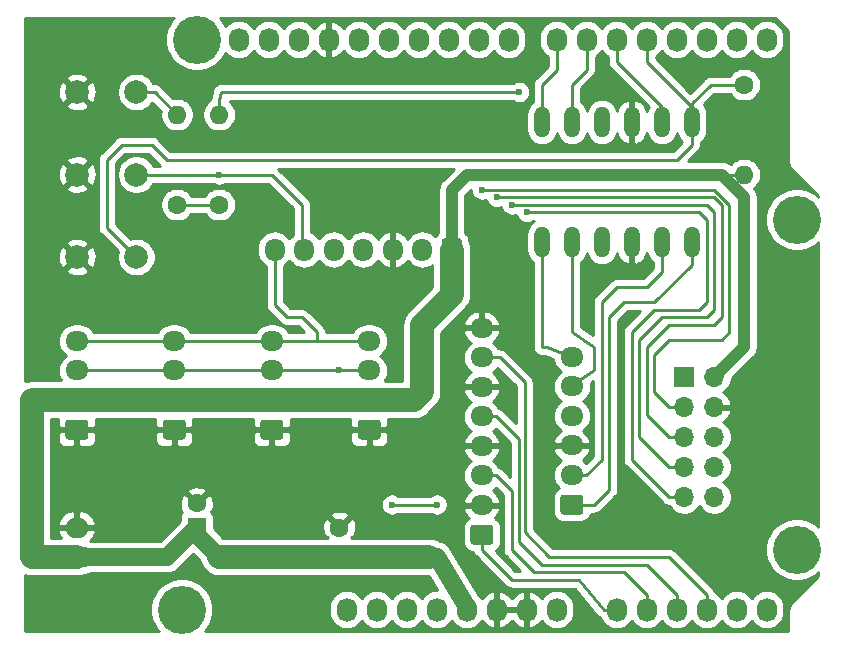
<source format=gbr>
%TF.GenerationSoftware,KiCad,Pcbnew,5.1.6-c6e7f7d~87~ubuntu18.04.1*%
%TF.CreationDate,2021-02-24T23:49:23+09:00*%
%TF.ProjectId,M302,4d333032-2e6b-4696-9361-645f70636258,rev?*%
%TF.SameCoordinates,Original*%
%TF.FileFunction,Copper,L2,Bot*%
%TF.FilePolarity,Positive*%
%FSLAX46Y46*%
G04 Gerber Fmt 4.6, Leading zero omitted, Abs format (unit mm)*
G04 Created by KiCad (PCBNEW 5.1.6-c6e7f7d~87~ubuntu18.04.1) date 2021-02-24 23:49:23*
%MOMM*%
%LPD*%
G01*
G04 APERTURE LIST*
%TA.AperFunction,ComponentPad*%
%ADD10C,1.600000*%
%TD*%
%TA.AperFunction,ComponentPad*%
%ADD11O,1.950000X1.700000*%
%TD*%
%TA.AperFunction,ComponentPad*%
%ADD12O,1.600000X1.600000*%
%TD*%
%TA.AperFunction,ComponentPad*%
%ADD13O,1.700000X1.950000*%
%TD*%
%TA.AperFunction,ComponentPad*%
%ADD14C,2.000000*%
%TD*%
%TA.AperFunction,ComponentPad*%
%ADD15O,1.320800X2.641600*%
%TD*%
%TA.AperFunction,ComponentPad*%
%ADD16O,2.000000X1.700000*%
%TD*%
%TA.AperFunction,ComponentPad*%
%ADD17R,1.600000X1.600000*%
%TD*%
%TA.AperFunction,ComponentPad*%
%ADD18O,1.700000X1.700000*%
%TD*%
%TA.AperFunction,ComponentPad*%
%ADD19R,1.700000X1.700000*%
%TD*%
%TA.AperFunction,ComponentPad*%
%ADD20O,1.727200X2.032000*%
%TD*%
%TA.AperFunction,ComponentPad*%
%ADD21C,4.064000*%
%TD*%
%TA.AperFunction,ViaPad*%
%ADD22C,0.600000*%
%TD*%
%TA.AperFunction,Conductor*%
%ADD23C,0.250000*%
%TD*%
%TA.AperFunction,Conductor*%
%ADD24C,1.000000*%
%TD*%
%TA.AperFunction,Conductor*%
%ADD25C,0.500000*%
%TD*%
%TA.AperFunction,Conductor*%
%ADD26C,1.500000*%
%TD*%
%TA.AperFunction,Conductor*%
%ADD27C,2.000000*%
%TD*%
%TA.AperFunction,Conductor*%
%ADD28C,0.254000*%
%TD*%
G04 APERTURE END LIST*
D10*
%TO.P,C2,2*%
%TO.N,GND*%
X138303000Y-116880000D03*
%TO.P,C2,1*%
%TO.N,+5V*%
X138303000Y-119380000D03*
%TD*%
D11*
%TO.P,J9,8*%
%TO.N,GND*%
X150368000Y-99975000D03*
%TO.P,J9,7*%
%TO.N,Net-(J9-Pad7)*%
X150368000Y-102475000D03*
%TO.P,J9,6*%
%TO.N,GND*%
X150368000Y-104975000D03*
%TO.P,J9,5*%
%TO.N,Net-(J9-Pad5)*%
X150368000Y-107475000D03*
%TO.P,J9,4*%
%TO.N,GND*%
X150368000Y-109975000D03*
%TO.P,J9,3*%
%TO.N,Net-(J9-Pad3)*%
X150368000Y-112475000D03*
%TO.P,J9,2*%
%TO.N,GND*%
X150368000Y-114975000D03*
%TO.P,J9,1*%
%TO.N,Net-(J9-Pad1)*%
%TA.AperFunction,ComponentPad*%
G36*
G01*
X151093000Y-118325000D02*
X149643000Y-118325000D01*
G75*
G02*
X149393000Y-118075000I0J250000D01*
G01*
X149393000Y-116875000D01*
G75*
G02*
X149643000Y-116625000I250000J0D01*
G01*
X151093000Y-116625000D01*
G75*
G02*
X151343000Y-116875000I0J-250000D01*
G01*
X151343000Y-118075000D01*
G75*
G02*
X151093000Y-118325000I-250000J0D01*
G01*
G37*
%TD.AperFunction*%
%TD*%
D12*
%TO.P,R3,2*%
%TO.N,+5V*%
X172593000Y-86995000D03*
D10*
%TO.P,R3,1*%
%TO.N,/4*%
X172593000Y-79375000D03*
%TD*%
D12*
%TO.P,R2,2*%
%TO.N,/3(\u002A\u002A)*%
X128143000Y-81915000D03*
D10*
%TO.P,R2,1*%
%TO.N,+5V*%
X128143000Y-89535000D03*
%TD*%
D12*
%TO.P,R1,2*%
%TO.N,/Reset*%
X124571835Y-81915000D03*
D10*
%TO.P,R1,1*%
%TO.N,+5V*%
X124571835Y-89535000D03*
%TD*%
D13*
%TO.P,J5,7*%
%TO.N,/A5(SCL)*%
X132828000Y-93345000D03*
%TO.P,J5,6*%
%TO.N,/3(\u002A\u002A)*%
X135328000Y-93345000D03*
%TO.P,J5,5*%
%TO.N,Net-(J5-Pad5)*%
X137828000Y-93345000D03*
%TO.P,J5,4*%
%TO.N,/A4(SDA)*%
X140328000Y-93345000D03*
%TO.P,J5,3*%
%TO.N,GND*%
X142828000Y-93345000D03*
%TO.P,J5,2*%
%TO.N,Net-(J5-Pad2)*%
X145328000Y-93345000D03*
%TO.P,J5,1*%
%TO.N,+5V*%
%TA.AperFunction,ComponentPad*%
G36*
G01*
X148678000Y-92620000D02*
X148678000Y-94070000D01*
G75*
G02*
X148428000Y-94320000I-250000J0D01*
G01*
X147228000Y-94320000D01*
G75*
G02*
X146978000Y-94070000I0J250000D01*
G01*
X146978000Y-92620000D01*
G75*
G02*
X147228000Y-92370000I250000J0D01*
G01*
X148428000Y-92370000D01*
G75*
G02*
X148678000Y-92620000I0J-250000D01*
G01*
G37*
%TD.AperFunction*%
%TD*%
D14*
%TO.P,SW3,2*%
%TO.N,GND*%
X116118000Y-93980000D03*
%TO.P,SW3,1*%
%TO.N,/4*%
X121118000Y-93980000D03*
%TD*%
D15*
%TO.P,U1,HV1*%
%TO.N,/7*%
X155448000Y-82550000D03*
%TO.P,U1,HV2*%
%TO.N,/6(\u002A\u002A)*%
X157988000Y-82550000D03*
%TO.P,U1,HV*%
%TO.N,+5V*%
X160528000Y-82550000D03*
%TO.P,U1,HGND*%
%TO.N,GND*%
X163068000Y-82550000D03*
%TO.P,U1,HV3*%
%TO.N,/5(\u002A\u002A)*%
X165608000Y-82550000D03*
%TO.P,U1,LGND*%
%TO.N,GND*%
X163068000Y-92710000D03*
%TO.P,U1,LV3*%
%TO.N,Net-(J7-Pad2)*%
X165608000Y-92710000D03*
%TO.P,U1,LV*%
%TO.N,+3V3*%
X160528000Y-92710000D03*
%TO.P,U1,LV2*%
%TO.N,Net-(J7-Pad5)*%
X157988000Y-92710000D03*
%TO.P,U1,HV4*%
%TO.N,/4*%
X168148000Y-82550000D03*
%TO.P,U1,LV4*%
%TO.N,Net-(J7-Pad1)*%
X168148000Y-92710000D03*
%TO.P,U1,LV1*%
%TO.N,Net-(J7-Pad6)*%
X155448000Y-92710000D03*
%TD*%
D16*
%TO.P,J8,2*%
%TO.N,GND*%
X116078000Y-116880000D03*
%TO.P,J8,1*%
%TO.N,+5V*%
%TA.AperFunction,ComponentPad*%
G36*
G01*
X116828000Y-120230000D02*
X115328000Y-120230000D01*
G75*
G02*
X115078000Y-119980000I0J250000D01*
G01*
X115078000Y-118780000D01*
G75*
G02*
X115328000Y-118530000I250000J0D01*
G01*
X116828000Y-118530000D01*
G75*
G02*
X117078000Y-118780000I0J-250000D01*
G01*
X117078000Y-119980000D01*
G75*
G02*
X116828000Y-120230000I-250000J0D01*
G01*
G37*
%TD.AperFunction*%
%TD*%
D10*
%TO.P,C1,2*%
%TO.N,GND*%
X126238000Y-114840000D03*
D17*
%TO.P,C1,1*%
%TO.N,+5V*%
X126238000Y-116840000D03*
%TD*%
D11*
%TO.P,J7,6*%
%TO.N,Net-(J7-Pad6)*%
X157988000Y-102435000D03*
%TO.P,J7,5*%
%TO.N,Net-(J7-Pad5)*%
X157988000Y-104935000D03*
%TO.P,J7,4*%
%TO.N,+3V3*%
X157988000Y-107435000D03*
%TO.P,J7,3*%
%TO.N,GND*%
X157988000Y-109935000D03*
%TO.P,J7,2*%
%TO.N,Net-(J7-Pad2)*%
X157988000Y-112435000D03*
%TO.P,J7,1*%
%TO.N,Net-(J7-Pad1)*%
%TA.AperFunction,ComponentPad*%
G36*
G01*
X158713000Y-115785000D02*
X157263000Y-115785000D01*
G75*
G02*
X157013000Y-115535000I0J250000D01*
G01*
X157013000Y-114335000D01*
G75*
G02*
X157263000Y-114085000I250000J0D01*
G01*
X158713000Y-114085000D01*
G75*
G02*
X158963000Y-114335000I0J-250000D01*
G01*
X158963000Y-115535000D01*
G75*
G02*
X158713000Y-115785000I-250000J0D01*
G01*
G37*
%TD.AperFunction*%
%TD*%
D18*
%TO.P,J6,10*%
%TO.N,Net-(J6-Pad10)*%
X170053000Y-114300000D03*
%TO.P,J6,9*%
%TO.N,/13(SCK)*%
X167513000Y-114300000D03*
%TO.P,J6,8*%
%TO.N,Net-(J6-Pad8)*%
X170053000Y-111760000D03*
%TO.P,J6,7*%
%TO.N,/10(\u002A\u002A/SS)*%
X167513000Y-111760000D03*
%TO.P,J6,6*%
%TO.N,/Reset*%
X170053000Y-109220000D03*
%TO.P,J6,5*%
%TO.N,/11(\u002A\u002A/MOSI)*%
X167513000Y-109220000D03*
%TO.P,J6,4*%
%TO.N,GND*%
X170053000Y-106680000D03*
%TO.P,J6,3*%
%TO.N,/12(MISO)*%
X167513000Y-106680000D03*
%TO.P,J6,2*%
%TO.N,+5V*%
X170053000Y-104140000D03*
D19*
%TO.P,J6,1*%
%TO.N,+3V3*%
X167513000Y-104140000D03*
%TD*%
D14*
%TO.P,SW1,2*%
%TO.N,/Reset*%
X121118000Y-80010000D03*
%TO.P,SW1,1*%
%TO.N,GND*%
X116118000Y-80010000D03*
%TD*%
%TO.P,SW2,2*%
%TO.N,/3(\u002A\u002A)*%
X121118000Y-86995000D03*
%TO.P,SW2,1*%
%TO.N,GND*%
X116118000Y-86995000D03*
%TD*%
D20*
%TO.P,P1,1*%
%TO.N,Net-(P1-Pad1)*%
X138938000Y-123825000D03*
%TO.P,P1,2*%
%TO.N,/IOREF*%
X141478000Y-123825000D03*
%TO.P,P1,3*%
%TO.N,/Reset*%
X144018000Y-123825000D03*
%TO.P,P1,4*%
%TO.N,+3V3*%
X146558000Y-123825000D03*
%TO.P,P1,5*%
%TO.N,+5V*%
X149098000Y-123825000D03*
%TO.P,P1,6*%
%TO.N,GND*%
X151638000Y-123825000D03*
%TO.P,P1,7*%
X154178000Y-123825000D03*
%TO.P,P1,8*%
%TO.N,Net-(P1-Pad8)*%
X156718000Y-123825000D03*
%TD*%
%TO.P,P2,1*%
%TO.N,Net-(J9-Pad1)*%
X161798000Y-123825000D03*
%TO.P,P2,2*%
%TO.N,Net-(J9-Pad3)*%
X164338000Y-123825000D03*
%TO.P,P2,3*%
%TO.N,Net-(J9-Pad5)*%
X166878000Y-123825000D03*
%TO.P,P2,4*%
%TO.N,Net-(J9-Pad7)*%
X169418000Y-123825000D03*
%TO.P,P2,5*%
%TO.N,Net-(P2-Pad5)*%
X171958000Y-123825000D03*
%TO.P,P2,6*%
%TO.N,Net-(P2-Pad6)*%
X174498000Y-123825000D03*
%TD*%
%TO.P,P3,1*%
%TO.N,/A5(SCL)*%
X129794000Y-75565000D03*
%TO.P,P3,2*%
%TO.N,/A4(SDA)*%
X132334000Y-75565000D03*
%TO.P,P3,3*%
%TO.N,/AREF*%
X134874000Y-75565000D03*
%TO.P,P3,4*%
%TO.N,GND*%
X137414000Y-75565000D03*
%TO.P,P3,5*%
%TO.N,/13(SCK)*%
X139954000Y-75565000D03*
%TO.P,P3,6*%
%TO.N,/12(MISO)*%
X142494000Y-75565000D03*
%TO.P,P3,7*%
%TO.N,/11(\u002A\u002A/MOSI)*%
X145034000Y-75565000D03*
%TO.P,P3,8*%
%TO.N,/10(\u002A\u002A/SS)*%
X147574000Y-75565000D03*
%TO.P,P3,9*%
%TO.N,/9(\u002A\u002A)*%
X150114000Y-75565000D03*
%TO.P,P3,10*%
%TO.N,/8*%
X152654000Y-75565000D03*
%TD*%
%TO.P,P4,1*%
%TO.N,/7*%
X156718000Y-75565000D03*
%TO.P,P4,2*%
%TO.N,/6(\u002A\u002A)*%
X159258000Y-75565000D03*
%TO.P,P4,3*%
%TO.N,/5(\u002A\u002A)*%
X161798000Y-75565000D03*
%TO.P,P4,4*%
%TO.N,/4*%
X164338000Y-75565000D03*
%TO.P,P4,5*%
%TO.N,/3(\u002A\u002A)*%
X166878000Y-75565000D03*
%TO.P,P4,6*%
%TO.N,/2*%
X169418000Y-75565000D03*
%TO.P,P4,7*%
%TO.N,/1(Tx)*%
X171958000Y-75565000D03*
%TO.P,P4,8*%
%TO.N,/0(Rx)*%
X174498000Y-75565000D03*
%TD*%
D21*
%TO.P,P5,1*%
%TO.N,Net-(P5-Pad1)*%
X124968000Y-123825000D03*
%TD*%
%TO.P,P6,1*%
%TO.N,Net-(P6-Pad1)*%
X177038000Y-118745000D03*
%TD*%
%TO.P,P7,1*%
%TO.N,Net-(P7-Pad1)*%
X126238000Y-75565000D03*
%TD*%
%TO.P,P8,1*%
%TO.N,Net-(P8-Pad1)*%
X177038000Y-90805000D03*
%TD*%
D11*
%TO.P,J1,4*%
%TO.N,/A5(SCL)*%
X116078000Y-101085000D03*
%TO.P,J1,3*%
%TO.N,/A4(SDA)*%
X116078000Y-103585000D03*
%TO.P,J1,2*%
%TO.N,+5V*%
X116078000Y-106085000D03*
%TO.P,J1,1*%
%TO.N,GND*%
%TA.AperFunction,ComponentPad*%
G36*
G01*
X116803000Y-109435000D02*
X115353000Y-109435000D01*
G75*
G02*
X115103000Y-109185000I0J250000D01*
G01*
X115103000Y-107985000D01*
G75*
G02*
X115353000Y-107735000I250000J0D01*
G01*
X116803000Y-107735000D01*
G75*
G02*
X117053000Y-107985000I0J-250000D01*
G01*
X117053000Y-109185000D01*
G75*
G02*
X116803000Y-109435000I-250000J0D01*
G01*
G37*
%TD.AperFunction*%
%TD*%
%TO.P,J2,1*%
%TO.N,GND*%
%TA.AperFunction,ComponentPad*%
G36*
G01*
X125058000Y-109435000D02*
X123608000Y-109435000D01*
G75*
G02*
X123358000Y-109185000I0J250000D01*
G01*
X123358000Y-107985000D01*
G75*
G02*
X123608000Y-107735000I250000J0D01*
G01*
X125058000Y-107735000D01*
G75*
G02*
X125308000Y-107985000I0J-250000D01*
G01*
X125308000Y-109185000D01*
G75*
G02*
X125058000Y-109435000I-250000J0D01*
G01*
G37*
%TD.AperFunction*%
%TO.P,J2,2*%
%TO.N,+5V*%
X124333000Y-106085000D03*
%TO.P,J2,3*%
%TO.N,/A4(SDA)*%
X124333000Y-103585000D03*
%TO.P,J2,4*%
%TO.N,/A5(SCL)*%
X124333000Y-101085000D03*
%TD*%
%TO.P,J3,4*%
%TO.N,/A5(SCL)*%
X132588000Y-101085000D03*
%TO.P,J3,3*%
%TO.N,/A4(SDA)*%
X132588000Y-103585000D03*
%TO.P,J3,2*%
%TO.N,+5V*%
X132588000Y-106085000D03*
%TO.P,J3,1*%
%TO.N,GND*%
%TA.AperFunction,ComponentPad*%
G36*
G01*
X133313000Y-109435000D02*
X131863000Y-109435000D01*
G75*
G02*
X131613000Y-109185000I0J250000D01*
G01*
X131613000Y-107985000D01*
G75*
G02*
X131863000Y-107735000I250000J0D01*
G01*
X133313000Y-107735000D01*
G75*
G02*
X133563000Y-107985000I0J-250000D01*
G01*
X133563000Y-109185000D01*
G75*
G02*
X133313000Y-109435000I-250000J0D01*
G01*
G37*
%TD.AperFunction*%
%TD*%
%TO.P,J4,1*%
%TO.N,GND*%
%TA.AperFunction,ComponentPad*%
G36*
G01*
X141568000Y-109435000D02*
X140118000Y-109435000D01*
G75*
G02*
X139868000Y-109185000I0J250000D01*
G01*
X139868000Y-107985000D01*
G75*
G02*
X140118000Y-107735000I250000J0D01*
G01*
X141568000Y-107735000D01*
G75*
G02*
X141818000Y-107985000I0J-250000D01*
G01*
X141818000Y-109185000D01*
G75*
G02*
X141568000Y-109435000I-250000J0D01*
G01*
G37*
%TD.AperFunction*%
%TO.P,J4,2*%
%TO.N,+5V*%
X140843000Y-106085000D03*
%TO.P,J4,3*%
%TO.N,/A4(SDA)*%
X140843000Y-103585000D03*
%TO.P,J4,4*%
%TO.N,/A5(SCL)*%
X140843000Y-101085000D03*
%TD*%
D22*
%TO.N,/Reset*%
X142748000Y-114935000D03*
X146558000Y-114935000D03*
%TO.N,+5V*%
X160528000Y-86995000D03*
X121158000Y-106045000D03*
%TO.N,GND*%
X129413000Y-97155000D03*
X140843000Y-108585000D03*
X130683000Y-97155000D03*
X135128000Y-97155000D03*
X133223000Y-116205000D03*
X133223000Y-121920000D03*
X133858000Y-115570000D03*
X133858000Y-116840000D03*
X132588000Y-116840000D03*
X132588000Y-115570000D03*
X133223000Y-117475000D03*
X133223000Y-114935000D03*
X133858000Y-121285000D03*
X132588000Y-121285000D03*
X131953000Y-121920000D03*
X134493000Y-121920000D03*
X133858000Y-122555000D03*
X132588000Y-122555000D03*
X131953000Y-123190000D03*
X133223000Y-123190000D03*
X134493000Y-123190000D03*
X133858000Y-123825000D03*
X132588000Y-123825000D03*
X133223000Y-124460000D03*
X134493000Y-124460000D03*
X131953000Y-124460000D03*
X131953000Y-116205000D03*
X134493000Y-116205000D03*
X134493000Y-117475000D03*
X131953000Y-117475000D03*
X132588000Y-114300000D03*
X133858000Y-114300000D03*
X134493000Y-114935000D03*
X131953000Y-114935000D03*
X133223000Y-113665000D03*
X130048000Y-96520000D03*
X131318000Y-96520000D03*
X131318000Y-97790000D03*
X130048000Y-97790000D03*
X134493000Y-97790000D03*
X134493000Y-96520000D03*
X136398000Y-97155000D03*
X135763000Y-97790000D03*
X133858000Y-97155000D03*
X128778000Y-96520000D03*
X128778000Y-97790000D03*
X135763000Y-96520000D03*
%TO.N,/A4(SDA)*%
X138303000Y-103505000D03*
%TO.N,/3(\u002A\u002A)*%
X153543000Y-80010000D03*
X128143000Y-86995000D03*
%TO.N,/13(SCK)*%
X154178000Y-90170000D03*
%TO.N,/10(\u002A\u002A/SS)*%
X152908000Y-89535000D03*
%TO.N,/12(MISO)*%
X150368000Y-88265000D03*
%TO.N,/11(\u002A\u002A/MOSI)*%
X151638000Y-88900000D03*
%TD*%
D23*
%TO.N,/Reset*%
X122666835Y-80010000D02*
X124571835Y-81915000D01*
X121118000Y-80010000D02*
X122666835Y-80010000D01*
X142748000Y-114935000D02*
X146558000Y-114935000D01*
X146558000Y-114935000D02*
X146558000Y-114935000D01*
D24*
%TO.N,+5V*%
X172593000Y-101600000D02*
X170053000Y-104140000D01*
X172593000Y-88900000D02*
X172593000Y-101600000D01*
X170688000Y-86995000D02*
X172593000Y-88900000D01*
X149098000Y-86995000D02*
X170688000Y-86995000D01*
X147828000Y-88265000D02*
X149098000Y-86995000D01*
X147828000Y-93345000D02*
X147828000Y-88265000D01*
D25*
X136398000Y-106085000D02*
X137628000Y-106085000D01*
D26*
X123698000Y-119380000D02*
X126238000Y-116840000D01*
X116078000Y-119380000D02*
X123698000Y-119380000D01*
X126238000Y-116840000D02*
X126238000Y-117475000D01*
X126238000Y-117475000D02*
X126873000Y-118110000D01*
X126873000Y-118110000D02*
X128143000Y-119380000D01*
D27*
X128143000Y-119380000D02*
X145923000Y-119380000D01*
D26*
X149098000Y-123647769D02*
X149098000Y-123825000D01*
X146558000Y-119380000D02*
X149098000Y-123647769D01*
D27*
X116078000Y-119380000D02*
X112273010Y-119380000D01*
X112273010Y-119380000D02*
X112273010Y-106045000D01*
X116038000Y-106045000D02*
X116078000Y-106085000D01*
X112273010Y-106045000D02*
X116038000Y-106045000D01*
D23*
X125703205Y-89535000D02*
X127508000Y-89535000D01*
X124571835Y-89535000D02*
X125703205Y-89535000D01*
X172593000Y-86995000D02*
X170688000Y-86995000D01*
D27*
X136398000Y-106085000D02*
X140843000Y-106085000D01*
X140843000Y-106085000D02*
X144613000Y-106085000D01*
X144613000Y-106085000D02*
X145288000Y-105410000D01*
X145288000Y-105410000D02*
X145288000Y-99695000D01*
X147828000Y-97155000D02*
X147828000Y-93345000D01*
X145288000Y-99695000D02*
X147828000Y-97155000D01*
X124333000Y-106085000D02*
X136398000Y-106085000D01*
X116078000Y-106085000D02*
X124333000Y-106085000D01*
D23*
%TO.N,/A4(SDA)*%
X136398000Y-103585000D02*
X140843000Y-103585000D01*
X116078000Y-103585000D02*
X136398000Y-103585000D01*
%TO.N,/A5(SCL)*%
X116078000Y-101085000D02*
X126238000Y-101085000D01*
X126238000Y-101085000D02*
X136398000Y-101085000D01*
X136398000Y-101085000D02*
X136398000Y-100330000D01*
X136398000Y-100330000D02*
X135128000Y-99060000D01*
X135128000Y-99060000D02*
X133858000Y-99060000D01*
X132828000Y-98030000D02*
X132828000Y-93345000D01*
X133858000Y-99060000D02*
X132828000Y-98030000D01*
X136398000Y-101085000D02*
X140843000Y-101085000D01*
%TO.N,/7*%
X155448000Y-82550000D02*
X155448000Y-79375000D01*
X155448000Y-79375000D02*
X156718000Y-78105000D01*
X156718000Y-78105000D02*
X156718000Y-75565000D01*
%TO.N,/6(\u002A\u002A)*%
X159258000Y-78105000D02*
X159258000Y-75565000D01*
X157988000Y-79375000D02*
X159258000Y-78105000D01*
X157988000Y-82550000D02*
X157988000Y-79375000D01*
%TO.N,/5(\u002A\u002A)*%
X165608000Y-82550000D02*
X165608000Y-81280000D01*
X161798000Y-77470000D02*
X161798000Y-75565000D01*
X165608000Y-81280000D02*
X161798000Y-77470000D01*
%TO.N,/4*%
X168148000Y-84455000D02*
X168148000Y-82550000D01*
X166878000Y-85725000D02*
X168148000Y-84455000D01*
X123698000Y-85725000D02*
X166878000Y-85725000D01*
X122428000Y-84455000D02*
X123698000Y-85725000D01*
X118618000Y-85725000D02*
X119888000Y-84455000D01*
X118618000Y-91480000D02*
X118618000Y-85725000D01*
X119888000Y-84455000D02*
X122428000Y-84455000D01*
X121118000Y-93980000D02*
X118618000Y-91480000D01*
X168148000Y-82550000D02*
X168148000Y-81280000D01*
X164338000Y-77470000D02*
X164338000Y-75565000D01*
X168148000Y-81280000D02*
X164338000Y-77470000D01*
X171461630Y-79375000D02*
X172593000Y-79375000D01*
X168148000Y-80979200D02*
X169752200Y-79375000D01*
X169752200Y-79375000D02*
X171461630Y-79375000D01*
X168148000Y-82550000D02*
X168148000Y-80979200D01*
%TO.N,/3(\u002A\u002A)*%
X135141600Y-92894990D02*
X135009795Y-93026795D01*
X135141600Y-89548600D02*
X135141600Y-92894990D01*
X132588000Y-86995000D02*
X135141600Y-89548600D01*
X121118000Y-86995000D02*
X132588000Y-86995000D01*
X153543000Y-80010000D02*
X153543000Y-80010000D01*
X128143000Y-80714315D02*
X128281630Y-80010000D01*
X128281630Y-80010000D02*
X153543000Y-80010000D01*
X128143000Y-81915000D02*
X128143000Y-80714315D01*
%TO.N,/13(SCK)*%
X166243000Y-114300000D02*
X167513000Y-114300000D01*
X168783000Y-98425000D02*
X164973000Y-98425000D01*
X169418000Y-97790000D02*
X168783000Y-98425000D01*
X163068000Y-100330000D02*
X163068000Y-111125000D01*
X169418000Y-90805000D02*
X169418000Y-97790000D01*
X168783000Y-90170000D02*
X169418000Y-90805000D01*
X163068000Y-111125000D02*
X166243000Y-114300000D01*
X164973000Y-98425000D02*
X163068000Y-100330000D01*
X154178000Y-90170000D02*
X168783000Y-90170000D01*
%TO.N,/10(\u002A\u002A/SS)*%
X167513000Y-111760000D02*
X166243000Y-111760000D01*
X166243000Y-111760000D02*
X163703000Y-109220000D01*
X163703000Y-109220000D02*
X163703000Y-100965000D01*
X163703000Y-100965000D02*
X165608000Y-99060000D01*
X165608000Y-99060000D02*
X169418000Y-99060000D01*
X169418000Y-99060000D02*
X170053000Y-98425000D01*
X170053000Y-98425000D02*
X170053000Y-90170000D01*
X170053000Y-90170000D02*
X169418000Y-89535000D01*
X169418000Y-89535000D02*
X152908000Y-89535000D01*
%TO.N,/12(MISO)*%
X167513000Y-106680000D02*
X166243000Y-106680000D01*
X166243000Y-106680000D02*
X164973000Y-105410000D01*
X164973000Y-105410000D02*
X164973000Y-102235000D01*
X164973000Y-102235000D02*
X166243000Y-100965000D01*
X166243000Y-100965000D02*
X170688000Y-100965000D01*
X170688000Y-100965000D02*
X171323000Y-100330000D01*
X171323000Y-100330000D02*
X171323000Y-89535000D01*
X171323000Y-89535000D02*
X170053000Y-88265000D01*
X170053000Y-88265000D02*
X150368000Y-88265000D01*
X150368000Y-88265000D02*
X150368000Y-88265000D01*
%TO.N,/11(\u002A\u002A/MOSI)*%
X164338000Y-107315000D02*
X164338000Y-101600000D01*
X166243000Y-109220000D02*
X164338000Y-107315000D01*
X167513000Y-109220000D02*
X166243000Y-109220000D01*
X164338000Y-101600000D02*
X166243000Y-99695000D01*
X166243000Y-99695000D02*
X168783000Y-99695000D01*
X168783000Y-99695000D02*
X170053000Y-99695000D01*
X170053000Y-99695000D02*
X170688000Y-99060000D01*
X170688000Y-99060000D02*
X170688000Y-89536410D01*
X170688000Y-89536410D02*
X170051590Y-88900000D01*
X170051590Y-88900000D02*
X151638000Y-88900000D01*
X151638000Y-88900000D02*
X151638000Y-88900000D01*
%TO.N,Net-(J7-Pad6)*%
X155883000Y-101600000D02*
X157988000Y-102435000D01*
X155448000Y-101600000D02*
X155883000Y-101600000D01*
X155448000Y-92710000D02*
X155448000Y-101600000D01*
%TO.N,Net-(J7-Pad5)*%
X159893000Y-101600000D02*
X159893000Y-103505000D01*
X159893000Y-103505000D02*
X157828000Y-104935000D01*
X157988000Y-100330000D02*
X159893000Y-101600000D01*
X157988000Y-92710000D02*
X157988000Y-100330000D01*
%TO.N,Net-(J7-Pad2)*%
X159218000Y-112435000D02*
X157988000Y-112435000D01*
X160528000Y-111125000D02*
X159218000Y-112435000D01*
X160528000Y-97790000D02*
X160528000Y-111125000D01*
X164338000Y-96520000D02*
X161798000Y-96520000D01*
X165608000Y-95250000D02*
X164338000Y-96520000D01*
X161798000Y-96520000D02*
X160528000Y-97790000D01*
X165608000Y-92710000D02*
X165608000Y-95250000D01*
%TO.N,Net-(J7-Pad1)*%
X159893000Y-114935000D02*
X157988000Y-114935000D01*
X161163000Y-113665000D02*
X159893000Y-114935000D01*
X161163000Y-99060000D02*
X161163000Y-113665000D01*
X162433000Y-97790000D02*
X161163000Y-99060000D01*
X168148000Y-94615000D02*
X164973000Y-97790000D01*
X164973000Y-97790000D02*
X162433000Y-97790000D01*
X168148000Y-92710000D02*
X168148000Y-94615000D01*
%TO.N,Net-(J9-Pad7)*%
X151878000Y-102475000D02*
X150368000Y-102475000D01*
X153993010Y-104590010D02*
X151878000Y-102475000D01*
X153993010Y-117290010D02*
X153993010Y-104590010D01*
X156083000Y-119380000D02*
X153993010Y-117290010D01*
X166239000Y-119380000D02*
X156083000Y-119380000D01*
X169418000Y-122559000D02*
X166239000Y-119380000D01*
X169418000Y-123825000D02*
X169418000Y-122559000D01*
%TO.N,Net-(J9-Pad5)*%
X166878000Y-122559000D02*
X164334000Y-120015000D01*
X166878000Y-123825000D02*
X166878000Y-122559000D01*
X164334000Y-120015000D02*
X155448000Y-120015000D01*
X155448000Y-120015000D02*
X153543000Y-118110000D01*
X151593000Y-107475000D02*
X150368000Y-107475000D01*
X153543000Y-109425000D02*
X151593000Y-107475000D01*
X153543000Y-118110000D02*
X153543000Y-109425000D01*
%TO.N,Net-(J9-Pad3)*%
X164338000Y-122559000D02*
X162429000Y-120650000D01*
X164338000Y-123825000D02*
X164338000Y-122559000D01*
X162429000Y-120650000D02*
X154813000Y-120650000D01*
X154813000Y-120650000D02*
X152908000Y-118745000D01*
X151593000Y-112475000D02*
X150368000Y-112475000D01*
X152908000Y-113790000D02*
X151593000Y-112475000D01*
X152908000Y-118745000D02*
X152908000Y-113790000D01*
%TO.N,Net-(J9-Pad1)*%
X160684400Y-123825000D02*
X158623000Y-121285000D01*
X161798000Y-123825000D02*
X160684400Y-123825000D01*
X158623000Y-121285000D02*
X152908000Y-121285000D01*
X150368000Y-118745000D02*
X150368000Y-117475000D01*
X152908000Y-121285000D02*
X150368000Y-118745000D01*
%TD*%
D28*
%TO.N,GND*%
G36*
X124166406Y-73864887D02*
G01*
X123874536Y-74301702D01*
X123673492Y-74787065D01*
X123571000Y-75302323D01*
X123571000Y-75827677D01*
X123673492Y-76342935D01*
X123874536Y-76828298D01*
X124166406Y-77265113D01*
X124537887Y-77636594D01*
X124974702Y-77928464D01*
X125460065Y-78129508D01*
X125975323Y-78232000D01*
X126500677Y-78232000D01*
X127015935Y-78129508D01*
X127501298Y-77928464D01*
X127938113Y-77636594D01*
X128309594Y-77265113D01*
X128601464Y-76828298D01*
X128657001Y-76694219D01*
X128729203Y-76782197D01*
X128957395Y-76969469D01*
X129217737Y-77108625D01*
X129500224Y-77194316D01*
X129794000Y-77223251D01*
X130087777Y-77194316D01*
X130370264Y-77108625D01*
X130630606Y-76969469D01*
X130858797Y-76782197D01*
X131046069Y-76554006D01*
X131064000Y-76520459D01*
X131081931Y-76554006D01*
X131269203Y-76782197D01*
X131497395Y-76969469D01*
X131757737Y-77108625D01*
X132040224Y-77194316D01*
X132334000Y-77223251D01*
X132627777Y-77194316D01*
X132910264Y-77108625D01*
X133170606Y-76969469D01*
X133398797Y-76782197D01*
X133586069Y-76554006D01*
X133604000Y-76520459D01*
X133621931Y-76554006D01*
X133809203Y-76782197D01*
X134037395Y-76969469D01*
X134297737Y-77108625D01*
X134580224Y-77194316D01*
X134874000Y-77223251D01*
X135167777Y-77194316D01*
X135450264Y-77108625D01*
X135710606Y-76969469D01*
X135938797Y-76782197D01*
X136126069Y-76554006D01*
X136147424Y-76514053D01*
X136295514Y-76716729D01*
X136511965Y-76915733D01*
X136763081Y-77068686D01*
X137039211Y-77169709D01*
X137054974Y-77172358D01*
X137287000Y-77051217D01*
X137287000Y-75692000D01*
X137267000Y-75692000D01*
X137267000Y-75438000D01*
X137287000Y-75438000D01*
X137287000Y-74078783D01*
X137541000Y-74078783D01*
X137541000Y-75438000D01*
X137561000Y-75438000D01*
X137561000Y-75692000D01*
X137541000Y-75692000D01*
X137541000Y-77051217D01*
X137773026Y-77172358D01*
X137788789Y-77169709D01*
X138064919Y-77068686D01*
X138316035Y-76915733D01*
X138532486Y-76716729D01*
X138680576Y-76514053D01*
X138701931Y-76554006D01*
X138889203Y-76782197D01*
X139117395Y-76969469D01*
X139377737Y-77108625D01*
X139660224Y-77194316D01*
X139954000Y-77223251D01*
X140247777Y-77194316D01*
X140530264Y-77108625D01*
X140790606Y-76969469D01*
X141018797Y-76782197D01*
X141206069Y-76554006D01*
X141224000Y-76520459D01*
X141241931Y-76554006D01*
X141429203Y-76782197D01*
X141657395Y-76969469D01*
X141917737Y-77108625D01*
X142200224Y-77194316D01*
X142494000Y-77223251D01*
X142787777Y-77194316D01*
X143070264Y-77108625D01*
X143330606Y-76969469D01*
X143558797Y-76782197D01*
X143746069Y-76554006D01*
X143764000Y-76520459D01*
X143781931Y-76554006D01*
X143969203Y-76782197D01*
X144197395Y-76969469D01*
X144457737Y-77108625D01*
X144740224Y-77194316D01*
X145034000Y-77223251D01*
X145327777Y-77194316D01*
X145610264Y-77108625D01*
X145870606Y-76969469D01*
X146098797Y-76782197D01*
X146286069Y-76554006D01*
X146304000Y-76520459D01*
X146321931Y-76554006D01*
X146509203Y-76782197D01*
X146737395Y-76969469D01*
X146997737Y-77108625D01*
X147280224Y-77194316D01*
X147574000Y-77223251D01*
X147867777Y-77194316D01*
X148150264Y-77108625D01*
X148410606Y-76969469D01*
X148638797Y-76782197D01*
X148826069Y-76554006D01*
X148844000Y-76520459D01*
X148861931Y-76554006D01*
X149049203Y-76782197D01*
X149277395Y-76969469D01*
X149537737Y-77108625D01*
X149820224Y-77194316D01*
X150114000Y-77223251D01*
X150407777Y-77194316D01*
X150690264Y-77108625D01*
X150950606Y-76969469D01*
X151178797Y-76782197D01*
X151366069Y-76554006D01*
X151384000Y-76520459D01*
X151401931Y-76554006D01*
X151589203Y-76782197D01*
X151817395Y-76969469D01*
X152077737Y-77108625D01*
X152360224Y-77194316D01*
X152654000Y-77223251D01*
X152947777Y-77194316D01*
X153230264Y-77108625D01*
X153490606Y-76969469D01*
X153718797Y-76782197D01*
X153906069Y-76554006D01*
X154045225Y-76293663D01*
X154130916Y-76011176D01*
X154152600Y-75791018D01*
X154152600Y-75338981D01*
X154130916Y-75118823D01*
X154045225Y-74836336D01*
X153906069Y-74575994D01*
X153718797Y-74347803D01*
X153490605Y-74160531D01*
X153230263Y-74021375D01*
X152947776Y-73935684D01*
X152654000Y-73906749D01*
X152360223Y-73935684D01*
X152077736Y-74021375D01*
X151817394Y-74160531D01*
X151589203Y-74347803D01*
X151401931Y-74575995D01*
X151384000Y-74609541D01*
X151366069Y-74575994D01*
X151178797Y-74347803D01*
X150950605Y-74160531D01*
X150690263Y-74021375D01*
X150407776Y-73935684D01*
X150114000Y-73906749D01*
X149820223Y-73935684D01*
X149537736Y-74021375D01*
X149277394Y-74160531D01*
X149049203Y-74347803D01*
X148861931Y-74575995D01*
X148844000Y-74609541D01*
X148826069Y-74575994D01*
X148638797Y-74347803D01*
X148410605Y-74160531D01*
X148150263Y-74021375D01*
X147867776Y-73935684D01*
X147574000Y-73906749D01*
X147280223Y-73935684D01*
X146997736Y-74021375D01*
X146737394Y-74160531D01*
X146509203Y-74347803D01*
X146321931Y-74575995D01*
X146304000Y-74609541D01*
X146286069Y-74575994D01*
X146098797Y-74347803D01*
X145870605Y-74160531D01*
X145610263Y-74021375D01*
X145327776Y-73935684D01*
X145034000Y-73906749D01*
X144740223Y-73935684D01*
X144457736Y-74021375D01*
X144197394Y-74160531D01*
X143969203Y-74347803D01*
X143781931Y-74575995D01*
X143764000Y-74609541D01*
X143746069Y-74575994D01*
X143558797Y-74347803D01*
X143330605Y-74160531D01*
X143070263Y-74021375D01*
X142787776Y-73935684D01*
X142494000Y-73906749D01*
X142200223Y-73935684D01*
X141917736Y-74021375D01*
X141657394Y-74160531D01*
X141429203Y-74347803D01*
X141241931Y-74575995D01*
X141224000Y-74609541D01*
X141206069Y-74575994D01*
X141018797Y-74347803D01*
X140790605Y-74160531D01*
X140530263Y-74021375D01*
X140247776Y-73935684D01*
X139954000Y-73906749D01*
X139660223Y-73935684D01*
X139377736Y-74021375D01*
X139117394Y-74160531D01*
X138889203Y-74347803D01*
X138701931Y-74575995D01*
X138680576Y-74615947D01*
X138532486Y-74413271D01*
X138316035Y-74214267D01*
X138064919Y-74061314D01*
X137788789Y-73960291D01*
X137773026Y-73957642D01*
X137541000Y-74078783D01*
X137287000Y-74078783D01*
X137054974Y-73957642D01*
X137039211Y-73960291D01*
X136763081Y-74061314D01*
X136511965Y-74214267D01*
X136295514Y-74413271D01*
X136147424Y-74615947D01*
X136126069Y-74575994D01*
X135938797Y-74347803D01*
X135710605Y-74160531D01*
X135450263Y-74021375D01*
X135167776Y-73935684D01*
X134874000Y-73906749D01*
X134580223Y-73935684D01*
X134297736Y-74021375D01*
X134037394Y-74160531D01*
X133809203Y-74347803D01*
X133621931Y-74575995D01*
X133604000Y-74609541D01*
X133586069Y-74575994D01*
X133398797Y-74347803D01*
X133170605Y-74160531D01*
X132910263Y-74021375D01*
X132627776Y-73935684D01*
X132334000Y-73906749D01*
X132040223Y-73935684D01*
X131757736Y-74021375D01*
X131497394Y-74160531D01*
X131269203Y-74347803D01*
X131081931Y-74575995D01*
X131064000Y-74609541D01*
X131046069Y-74575994D01*
X130858797Y-74347803D01*
X130630605Y-74160531D01*
X130370263Y-74021375D01*
X130087776Y-73935684D01*
X129794000Y-73906749D01*
X129500223Y-73935684D01*
X129217736Y-74021375D01*
X128957394Y-74160531D01*
X128729203Y-74347803D01*
X128657001Y-74435781D01*
X128601464Y-74301702D01*
X128309594Y-73864887D01*
X128179707Y-73735000D01*
X175219909Y-73735000D01*
X176328001Y-74843093D01*
X176328000Y-85944125D01*
X176324565Y-85979000D01*
X176328000Y-86013875D01*
X176328000Y-86013876D01*
X176338273Y-86118183D01*
X176378872Y-86252019D01*
X176444800Y-86375362D01*
X176533525Y-86483474D01*
X176560617Y-86505708D01*
X178868001Y-88813093D01*
X178868001Y-88863294D01*
X178738113Y-88733406D01*
X178301298Y-88441536D01*
X177815935Y-88240492D01*
X177300677Y-88138000D01*
X176775323Y-88138000D01*
X176260065Y-88240492D01*
X175774702Y-88441536D01*
X175337887Y-88733406D01*
X174966406Y-89104887D01*
X174674536Y-89541702D01*
X174473492Y-90027065D01*
X174371000Y-90542323D01*
X174371000Y-91067677D01*
X174473492Y-91582935D01*
X174674536Y-92068298D01*
X174966406Y-92505113D01*
X175337887Y-92876594D01*
X175774702Y-93168464D01*
X176260065Y-93369508D01*
X176775323Y-93472000D01*
X177300677Y-93472000D01*
X177815935Y-93369508D01*
X178301298Y-93168464D01*
X178738113Y-92876594D01*
X178868001Y-92746706D01*
X178868000Y-116803293D01*
X178738113Y-116673406D01*
X178301298Y-116381536D01*
X177815935Y-116180492D01*
X177300677Y-116078000D01*
X176775323Y-116078000D01*
X176260065Y-116180492D01*
X175774702Y-116381536D01*
X175337887Y-116673406D01*
X174966406Y-117044887D01*
X174674536Y-117481702D01*
X174473492Y-117967065D01*
X174371000Y-118482323D01*
X174371000Y-119007677D01*
X174473492Y-119522935D01*
X174674536Y-120008298D01*
X174966406Y-120445113D01*
X175337887Y-120816594D01*
X175774702Y-121108464D01*
X176260065Y-121309508D01*
X176775323Y-121412000D01*
X177300677Y-121412000D01*
X177815935Y-121309508D01*
X178301298Y-121108464D01*
X178738113Y-120816594D01*
X178868000Y-120686707D01*
X178868000Y-120990908D01*
X176560617Y-123298292D01*
X176533526Y-123320525D01*
X176511293Y-123347616D01*
X176444801Y-123428637D01*
X176378872Y-123551981D01*
X176338274Y-123685816D01*
X176324565Y-123825000D01*
X176328001Y-123859885D01*
X176328000Y-125655000D01*
X126909707Y-125655000D01*
X127039594Y-125525113D01*
X127331464Y-125088298D01*
X127532508Y-124602935D01*
X127635000Y-124087677D01*
X127635000Y-123562323D01*
X127532508Y-123047065D01*
X127331464Y-122561702D01*
X127039594Y-122124887D01*
X126668113Y-121753406D01*
X126231298Y-121461536D01*
X125745935Y-121260492D01*
X125230677Y-121158000D01*
X124705323Y-121158000D01*
X124190065Y-121260492D01*
X123704702Y-121461536D01*
X123267887Y-121753406D01*
X122896406Y-122124887D01*
X122604536Y-122561702D01*
X122403492Y-123047065D01*
X122301000Y-123562323D01*
X122301000Y-124087677D01*
X122403492Y-124602935D01*
X122604536Y-125088298D01*
X122896406Y-125525113D01*
X123026293Y-125655000D01*
X111708000Y-125655000D01*
X111708000Y-120917177D01*
X111952494Y-120991343D01*
X112273010Y-121022911D01*
X112353332Y-121015000D01*
X116158322Y-121015000D01*
X116398516Y-120991343D01*
X116706715Y-120897852D01*
X116762429Y-120868072D01*
X116828000Y-120868072D01*
X117001254Y-120851008D01*
X117167850Y-120800472D01*
X117234213Y-120765000D01*
X123629971Y-120765000D01*
X123698000Y-120771700D01*
X123766029Y-120765000D01*
X123766037Y-120765000D01*
X123969507Y-120744960D01*
X124230581Y-120665764D01*
X124471188Y-120537157D01*
X124682081Y-120364081D01*
X124725454Y-120311231D01*
X125920500Y-119116185D01*
X126543338Y-119739024D01*
X126625148Y-120008715D01*
X126776969Y-120292752D01*
X126981286Y-120541714D01*
X127230248Y-120746031D01*
X127514285Y-120897852D01*
X127822484Y-120991343D01*
X128062678Y-121015000D01*
X145919351Y-121015000D01*
X146607740Y-122171648D01*
X146558000Y-122166749D01*
X146264223Y-122195684D01*
X145981736Y-122281375D01*
X145721394Y-122420531D01*
X145493203Y-122607803D01*
X145305931Y-122835995D01*
X145288000Y-122869541D01*
X145270069Y-122835994D01*
X145082797Y-122607803D01*
X144854605Y-122420531D01*
X144594263Y-122281375D01*
X144311776Y-122195684D01*
X144018000Y-122166749D01*
X143724223Y-122195684D01*
X143441736Y-122281375D01*
X143181394Y-122420531D01*
X142953203Y-122607803D01*
X142765931Y-122835995D01*
X142748000Y-122869541D01*
X142730069Y-122835994D01*
X142542797Y-122607803D01*
X142314605Y-122420531D01*
X142054263Y-122281375D01*
X141771776Y-122195684D01*
X141478000Y-122166749D01*
X141184223Y-122195684D01*
X140901736Y-122281375D01*
X140641394Y-122420531D01*
X140413203Y-122607803D01*
X140225931Y-122835995D01*
X140208000Y-122869541D01*
X140190069Y-122835994D01*
X140002797Y-122607803D01*
X139774605Y-122420531D01*
X139514263Y-122281375D01*
X139231776Y-122195684D01*
X138938000Y-122166749D01*
X138644223Y-122195684D01*
X138361736Y-122281375D01*
X138101394Y-122420531D01*
X137873203Y-122607803D01*
X137685931Y-122835995D01*
X137546775Y-123096337D01*
X137461084Y-123378824D01*
X137439400Y-123598982D01*
X137439400Y-124051019D01*
X137461084Y-124271177D01*
X137546775Y-124553664D01*
X137685931Y-124814006D01*
X137873203Y-125042197D01*
X138101395Y-125229469D01*
X138361737Y-125368625D01*
X138644224Y-125454316D01*
X138938000Y-125483251D01*
X139231777Y-125454316D01*
X139514264Y-125368625D01*
X139774606Y-125229469D01*
X140002797Y-125042197D01*
X140190069Y-124814006D01*
X140208000Y-124780459D01*
X140225931Y-124814006D01*
X140413203Y-125042197D01*
X140641395Y-125229469D01*
X140901737Y-125368625D01*
X141184224Y-125454316D01*
X141478000Y-125483251D01*
X141771777Y-125454316D01*
X142054264Y-125368625D01*
X142314606Y-125229469D01*
X142542797Y-125042197D01*
X142730069Y-124814006D01*
X142748000Y-124780459D01*
X142765931Y-124814006D01*
X142953203Y-125042197D01*
X143181395Y-125229469D01*
X143441737Y-125368625D01*
X143724224Y-125454316D01*
X144018000Y-125483251D01*
X144311777Y-125454316D01*
X144594264Y-125368625D01*
X144854606Y-125229469D01*
X145082797Y-125042197D01*
X145270069Y-124814006D01*
X145288000Y-124780459D01*
X145305931Y-124814006D01*
X145493203Y-125042197D01*
X145721395Y-125229469D01*
X145981737Y-125368625D01*
X146264224Y-125454316D01*
X146558000Y-125483251D01*
X146851777Y-125454316D01*
X147134264Y-125368625D01*
X147394606Y-125229469D01*
X147622797Y-125042197D01*
X147810069Y-124814006D01*
X147828000Y-124780459D01*
X147845931Y-124814006D01*
X148033203Y-125042197D01*
X148261395Y-125229469D01*
X148521737Y-125368625D01*
X148804224Y-125454316D01*
X149098000Y-125483251D01*
X149391777Y-125454316D01*
X149674264Y-125368625D01*
X149934606Y-125229469D01*
X150162797Y-125042197D01*
X150350069Y-124814006D01*
X150371424Y-124774053D01*
X150519514Y-124976729D01*
X150735965Y-125175733D01*
X150987081Y-125328686D01*
X151263211Y-125429709D01*
X151278974Y-125432358D01*
X151511000Y-125311217D01*
X151511000Y-123952000D01*
X151765000Y-123952000D01*
X151765000Y-125311217D01*
X151997026Y-125432358D01*
X152012789Y-125429709D01*
X152288919Y-125328686D01*
X152540035Y-125175733D01*
X152756486Y-124976729D01*
X152908000Y-124769367D01*
X153059514Y-124976729D01*
X153275965Y-125175733D01*
X153527081Y-125328686D01*
X153803211Y-125429709D01*
X153818974Y-125432358D01*
X154051000Y-125311217D01*
X154051000Y-123952000D01*
X151765000Y-123952000D01*
X151511000Y-123952000D01*
X151491000Y-123952000D01*
X151491000Y-123698000D01*
X151511000Y-123698000D01*
X151511000Y-122338783D01*
X151765000Y-122338783D01*
X151765000Y-123698000D01*
X154051000Y-123698000D01*
X154051000Y-122338783D01*
X154305000Y-122338783D01*
X154305000Y-123698000D01*
X154325000Y-123698000D01*
X154325000Y-123952000D01*
X154305000Y-123952000D01*
X154305000Y-125311217D01*
X154537026Y-125432358D01*
X154552789Y-125429709D01*
X154828919Y-125328686D01*
X155080035Y-125175733D01*
X155296486Y-124976729D01*
X155444576Y-124774053D01*
X155465931Y-124814006D01*
X155653203Y-125042197D01*
X155881395Y-125229469D01*
X156141737Y-125368625D01*
X156424224Y-125454316D01*
X156718000Y-125483251D01*
X157011777Y-125454316D01*
X157294264Y-125368625D01*
X157554606Y-125229469D01*
X157782797Y-125042197D01*
X157970069Y-124814006D01*
X158109225Y-124553663D01*
X158194916Y-124271176D01*
X158216600Y-124051018D01*
X158216600Y-123598981D01*
X158194916Y-123378823D01*
X158109225Y-123096336D01*
X157970069Y-122835994D01*
X157782797Y-122607803D01*
X157554605Y-122420531D01*
X157294263Y-122281375D01*
X157011776Y-122195684D01*
X156718000Y-122166749D01*
X156424223Y-122195684D01*
X156141736Y-122281375D01*
X155881394Y-122420531D01*
X155653203Y-122607803D01*
X155465931Y-122835995D01*
X155444576Y-122875947D01*
X155296486Y-122673271D01*
X155080035Y-122474267D01*
X154828919Y-122321314D01*
X154552789Y-122220291D01*
X154537026Y-122217642D01*
X154305000Y-122338783D01*
X154051000Y-122338783D01*
X153818974Y-122217642D01*
X153803211Y-122220291D01*
X153527081Y-122321314D01*
X153275965Y-122474267D01*
X153059514Y-122673271D01*
X152908000Y-122880633D01*
X152756486Y-122673271D01*
X152540035Y-122474267D01*
X152288919Y-122321314D01*
X152012789Y-122220291D01*
X151997026Y-122217642D01*
X151765000Y-122338783D01*
X151511000Y-122338783D01*
X151278974Y-122217642D01*
X151263211Y-122220291D01*
X150987081Y-122321314D01*
X150735965Y-122474267D01*
X150519514Y-122673271D01*
X150371424Y-122875947D01*
X150350069Y-122835994D01*
X150162797Y-122607803D01*
X150022037Y-122492285D01*
X147713365Y-118613199D01*
X147592083Y-118448602D01*
X147390506Y-118264759D01*
X147156937Y-118123774D01*
X146900351Y-118031065D01*
X146846674Y-118022932D01*
X146835752Y-118013969D01*
X146551715Y-117862148D01*
X146243516Y-117768657D01*
X146003322Y-117745000D01*
X139347607Y-117745000D01*
X139295704Y-117693097D01*
X139539671Y-117621514D01*
X139660571Y-117366004D01*
X139729300Y-117091816D01*
X139743217Y-116809488D01*
X139701787Y-116529870D01*
X139606603Y-116263708D01*
X139539671Y-116138486D01*
X139295702Y-116066903D01*
X138482605Y-116880000D01*
X138496748Y-116894143D01*
X138317143Y-117073748D01*
X138303000Y-117059605D01*
X138288858Y-117073748D01*
X138109253Y-116894143D01*
X138123395Y-116880000D01*
X137310298Y-116066903D01*
X137066329Y-116138486D01*
X136945429Y-116393996D01*
X136876700Y-116668184D01*
X136862783Y-116950512D01*
X136904213Y-117230130D01*
X136999397Y-117496292D01*
X137066329Y-117621514D01*
X137310296Y-117693097D01*
X137258393Y-117745000D01*
X128466685Y-117745000D01*
X127676072Y-116954387D01*
X127676072Y-116040000D01*
X127663812Y-115915518D01*
X127655252Y-115887298D01*
X137489903Y-115887298D01*
X138303000Y-116700395D01*
X139116097Y-115887298D01*
X139044514Y-115643329D01*
X138789004Y-115522429D01*
X138514816Y-115453700D01*
X138232488Y-115439783D01*
X137952870Y-115481213D01*
X137686708Y-115576397D01*
X137561486Y-115643329D01*
X137489903Y-115887298D01*
X127655252Y-115887298D01*
X127627502Y-115795820D01*
X127568537Y-115685506D01*
X127489185Y-115588815D01*
X127476242Y-115578193D01*
X127595571Y-115326004D01*
X127664300Y-115051816D01*
X127674597Y-114842911D01*
X141813000Y-114842911D01*
X141813000Y-115027089D01*
X141848932Y-115207729D01*
X141919414Y-115377889D01*
X142021738Y-115531028D01*
X142151972Y-115661262D01*
X142305111Y-115763586D01*
X142475271Y-115834068D01*
X142655911Y-115870000D01*
X142840089Y-115870000D01*
X143020729Y-115834068D01*
X143190889Y-115763586D01*
X143293535Y-115695000D01*
X146012465Y-115695000D01*
X146115111Y-115763586D01*
X146285271Y-115834068D01*
X146465911Y-115870000D01*
X146650089Y-115870000D01*
X146830729Y-115834068D01*
X147000889Y-115763586D01*
X147154028Y-115661262D01*
X147284262Y-115531028D01*
X147386586Y-115377889D01*
X147457068Y-115207729D01*
X147493000Y-115027089D01*
X147493000Y-114842911D01*
X147457068Y-114662271D01*
X147386586Y-114492111D01*
X147284262Y-114338972D01*
X147154028Y-114208738D01*
X147000889Y-114106414D01*
X146830729Y-114035932D01*
X146650089Y-114000000D01*
X146465911Y-114000000D01*
X146285271Y-114035932D01*
X146115111Y-114106414D01*
X146012465Y-114175000D01*
X143293535Y-114175000D01*
X143190889Y-114106414D01*
X143020729Y-114035932D01*
X142840089Y-114000000D01*
X142655911Y-114000000D01*
X142475271Y-114035932D01*
X142305111Y-114106414D01*
X142151972Y-114208738D01*
X142021738Y-114338972D01*
X141919414Y-114492111D01*
X141848932Y-114662271D01*
X141813000Y-114842911D01*
X127674597Y-114842911D01*
X127678217Y-114769488D01*
X127636787Y-114489870D01*
X127541603Y-114223708D01*
X127474671Y-114098486D01*
X127230702Y-114026903D01*
X126417605Y-114840000D01*
X126431748Y-114854143D01*
X126252143Y-115033748D01*
X126238000Y-115019605D01*
X126223858Y-115033748D01*
X126044253Y-114854143D01*
X126058395Y-114840000D01*
X125245298Y-114026903D01*
X125001329Y-114098486D01*
X124880429Y-114353996D01*
X124811700Y-114628184D01*
X124797783Y-114910512D01*
X124839213Y-115190130D01*
X124934397Y-115456292D01*
X124999616Y-115578309D01*
X124986815Y-115588815D01*
X124907463Y-115685506D01*
X124848498Y-115795820D01*
X124812188Y-115915518D01*
X124799928Y-116040000D01*
X124799928Y-116319387D01*
X123124315Y-117995000D01*
X117234213Y-117995000D01*
X117219407Y-117987086D01*
X117219795Y-117986802D01*
X117416664Y-117772046D01*
X117567854Y-117523009D01*
X117667554Y-117249261D01*
X117669476Y-117236890D01*
X117548155Y-117007000D01*
X116205000Y-117007000D01*
X116205000Y-117027000D01*
X115951000Y-117027000D01*
X115951000Y-117007000D01*
X114607845Y-117007000D01*
X114486524Y-117236890D01*
X114488446Y-117249261D01*
X114588146Y-117523009D01*
X114722916Y-117745000D01*
X113908010Y-117745000D01*
X113908010Y-116523110D01*
X114486524Y-116523110D01*
X114607845Y-116753000D01*
X115951000Y-116753000D01*
X115951000Y-115552768D01*
X116205000Y-115552768D01*
X116205000Y-116753000D01*
X117548155Y-116753000D01*
X117669476Y-116523110D01*
X117667554Y-116510739D01*
X117567854Y-116236991D01*
X117416664Y-115987954D01*
X117219795Y-115773198D01*
X116984812Y-115600975D01*
X116720745Y-115477904D01*
X116437742Y-115408715D01*
X116205000Y-115552768D01*
X115951000Y-115552768D01*
X115718258Y-115408715D01*
X115435255Y-115477904D01*
X115171188Y-115600975D01*
X114936205Y-115773198D01*
X114739336Y-115987954D01*
X114588146Y-116236991D01*
X114488446Y-116510739D01*
X114486524Y-116523110D01*
X113908010Y-116523110D01*
X113908010Y-113847298D01*
X125424903Y-113847298D01*
X126238000Y-114660395D01*
X127051097Y-113847298D01*
X126979514Y-113603329D01*
X126724004Y-113482429D01*
X126449816Y-113413700D01*
X126167488Y-113399783D01*
X125887870Y-113441213D01*
X125621708Y-113536397D01*
X125496486Y-113603329D01*
X125424903Y-113847298D01*
X113908010Y-113847298D01*
X113908010Y-109435000D01*
X114464928Y-109435000D01*
X114477188Y-109559482D01*
X114513498Y-109679180D01*
X114572463Y-109789494D01*
X114651815Y-109886185D01*
X114748506Y-109965537D01*
X114858820Y-110024502D01*
X114978518Y-110060812D01*
X115103000Y-110073072D01*
X115792250Y-110070000D01*
X115951000Y-109911250D01*
X115951000Y-108712000D01*
X116205000Y-108712000D01*
X116205000Y-109911250D01*
X116363750Y-110070000D01*
X117053000Y-110073072D01*
X117177482Y-110060812D01*
X117297180Y-110024502D01*
X117407494Y-109965537D01*
X117504185Y-109886185D01*
X117583537Y-109789494D01*
X117642502Y-109679180D01*
X117678812Y-109559482D01*
X117691072Y-109435000D01*
X122719928Y-109435000D01*
X122732188Y-109559482D01*
X122768498Y-109679180D01*
X122827463Y-109789494D01*
X122906815Y-109886185D01*
X123003506Y-109965537D01*
X123113820Y-110024502D01*
X123233518Y-110060812D01*
X123358000Y-110073072D01*
X124047250Y-110070000D01*
X124206000Y-109911250D01*
X124206000Y-108712000D01*
X124460000Y-108712000D01*
X124460000Y-109911250D01*
X124618750Y-110070000D01*
X125308000Y-110073072D01*
X125432482Y-110060812D01*
X125552180Y-110024502D01*
X125662494Y-109965537D01*
X125759185Y-109886185D01*
X125838537Y-109789494D01*
X125897502Y-109679180D01*
X125933812Y-109559482D01*
X125946072Y-109435000D01*
X130974928Y-109435000D01*
X130987188Y-109559482D01*
X131023498Y-109679180D01*
X131082463Y-109789494D01*
X131161815Y-109886185D01*
X131258506Y-109965537D01*
X131368820Y-110024502D01*
X131488518Y-110060812D01*
X131613000Y-110073072D01*
X132302250Y-110070000D01*
X132461000Y-109911250D01*
X132461000Y-108712000D01*
X132715000Y-108712000D01*
X132715000Y-109911250D01*
X132873750Y-110070000D01*
X133563000Y-110073072D01*
X133687482Y-110060812D01*
X133807180Y-110024502D01*
X133917494Y-109965537D01*
X134014185Y-109886185D01*
X134093537Y-109789494D01*
X134152502Y-109679180D01*
X134188812Y-109559482D01*
X134201072Y-109435000D01*
X139229928Y-109435000D01*
X139242188Y-109559482D01*
X139278498Y-109679180D01*
X139337463Y-109789494D01*
X139416815Y-109886185D01*
X139513506Y-109965537D01*
X139623820Y-110024502D01*
X139743518Y-110060812D01*
X139868000Y-110073072D01*
X140557250Y-110070000D01*
X140716000Y-109911250D01*
X140716000Y-108712000D01*
X140970000Y-108712000D01*
X140970000Y-109911250D01*
X141128750Y-110070000D01*
X141818000Y-110073072D01*
X141942482Y-110060812D01*
X142062180Y-110024502D01*
X142172494Y-109965537D01*
X142269185Y-109886185D01*
X142348537Y-109789494D01*
X142407502Y-109679180D01*
X142443812Y-109559482D01*
X142456072Y-109435000D01*
X142453000Y-108870750D01*
X142294250Y-108712000D01*
X140970000Y-108712000D01*
X140716000Y-108712000D01*
X139391750Y-108712000D01*
X139233000Y-108870750D01*
X139229928Y-109435000D01*
X134201072Y-109435000D01*
X134198000Y-108870750D01*
X134039250Y-108712000D01*
X132715000Y-108712000D01*
X132461000Y-108712000D01*
X131136750Y-108712000D01*
X130978000Y-108870750D01*
X130974928Y-109435000D01*
X125946072Y-109435000D01*
X125943000Y-108870750D01*
X125784250Y-108712000D01*
X124460000Y-108712000D01*
X124206000Y-108712000D01*
X122881750Y-108712000D01*
X122723000Y-108870750D01*
X122719928Y-109435000D01*
X117691072Y-109435000D01*
X117688000Y-108870750D01*
X117529250Y-108712000D01*
X116205000Y-108712000D01*
X115951000Y-108712000D01*
X114626750Y-108712000D01*
X114468000Y-108870750D01*
X114464928Y-109435000D01*
X113908010Y-109435000D01*
X113908010Y-107680000D01*
X114470345Y-107680000D01*
X114464928Y-107735000D01*
X114468000Y-108299250D01*
X114626750Y-108458000D01*
X115951000Y-108458000D01*
X115951000Y-108438000D01*
X116205000Y-108438000D01*
X116205000Y-108458000D01*
X117529250Y-108458000D01*
X117688000Y-108299250D01*
X117691072Y-107735000D01*
X117689595Y-107720000D01*
X122721405Y-107720000D01*
X122719928Y-107735000D01*
X122723000Y-108299250D01*
X122881750Y-108458000D01*
X124206000Y-108458000D01*
X124206000Y-108438000D01*
X124460000Y-108438000D01*
X124460000Y-108458000D01*
X125784250Y-108458000D01*
X125943000Y-108299250D01*
X125946072Y-107735000D01*
X125944595Y-107720000D01*
X130976405Y-107720000D01*
X130974928Y-107735000D01*
X130978000Y-108299250D01*
X131136750Y-108458000D01*
X132461000Y-108458000D01*
X132461000Y-108438000D01*
X132715000Y-108438000D01*
X132715000Y-108458000D01*
X134039250Y-108458000D01*
X134198000Y-108299250D01*
X134201072Y-107735000D01*
X134199595Y-107720000D01*
X139231405Y-107720000D01*
X139229928Y-107735000D01*
X139233000Y-108299250D01*
X139391750Y-108458000D01*
X140716000Y-108458000D01*
X140716000Y-108438000D01*
X140970000Y-108438000D01*
X140970000Y-108458000D01*
X142294250Y-108458000D01*
X142453000Y-108299250D01*
X142456072Y-107735000D01*
X142454595Y-107720000D01*
X144532681Y-107720000D01*
X144613000Y-107727911D01*
X144693319Y-107720000D01*
X144693322Y-107720000D01*
X144933516Y-107696343D01*
X145241715Y-107602852D01*
X145525752Y-107451031D01*
X145774714Y-107246714D01*
X145825925Y-107184313D01*
X146387314Y-106622924D01*
X146449714Y-106571714D01*
X146654031Y-106322752D01*
X146805852Y-106038715D01*
X146899343Y-105730516D01*
X146923000Y-105490322D01*
X146923000Y-105490320D01*
X146930911Y-105410001D01*
X146923000Y-105329681D01*
X146923000Y-102475000D01*
X148750815Y-102475000D01*
X148779487Y-102766111D01*
X148864401Y-103046034D01*
X149002294Y-103304014D01*
X149187866Y-103530134D01*
X149413986Y-103715706D01*
X149439722Y-103729462D01*
X149233571Y-103885951D01*
X149040504Y-104103807D01*
X148893648Y-104355142D01*
X148801524Y-104618110D01*
X148922845Y-104848000D01*
X150241000Y-104848000D01*
X150241000Y-104828000D01*
X150495000Y-104828000D01*
X150495000Y-104848000D01*
X151813155Y-104848000D01*
X151934476Y-104618110D01*
X151842352Y-104355142D01*
X151695496Y-104103807D01*
X151502429Y-103885951D01*
X151296278Y-103729462D01*
X151322014Y-103715706D01*
X151548134Y-103530134D01*
X151687958Y-103359759D01*
X153233011Y-104904813D01*
X153233011Y-108040209D01*
X152156804Y-106964002D01*
X152133001Y-106934999D01*
X152017276Y-106840026D01*
X151885247Y-106769454D01*
X151783146Y-106738483D01*
X151733706Y-106645986D01*
X151548134Y-106419866D01*
X151322014Y-106234294D01*
X151296278Y-106220538D01*
X151502429Y-106064049D01*
X151695496Y-105846193D01*
X151842352Y-105594858D01*
X151934476Y-105331890D01*
X151813155Y-105102000D01*
X150495000Y-105102000D01*
X150495000Y-105122000D01*
X150241000Y-105122000D01*
X150241000Y-105102000D01*
X148922845Y-105102000D01*
X148801524Y-105331890D01*
X148893648Y-105594858D01*
X149040504Y-105846193D01*
X149233571Y-106064049D01*
X149439722Y-106220538D01*
X149413986Y-106234294D01*
X149187866Y-106419866D01*
X149002294Y-106645986D01*
X148864401Y-106903966D01*
X148779487Y-107183889D01*
X148750815Y-107475000D01*
X148779487Y-107766111D01*
X148864401Y-108046034D01*
X149002294Y-108304014D01*
X149187866Y-108530134D01*
X149413986Y-108715706D01*
X149439722Y-108729462D01*
X149233571Y-108885951D01*
X149040504Y-109103807D01*
X148893648Y-109355142D01*
X148801524Y-109618110D01*
X148922845Y-109848000D01*
X150241000Y-109848000D01*
X150241000Y-109828000D01*
X150495000Y-109828000D01*
X150495000Y-109848000D01*
X151813155Y-109848000D01*
X151934476Y-109618110D01*
X151842352Y-109355142D01*
X151695496Y-109103807D01*
X151502429Y-108885951D01*
X151296278Y-108729462D01*
X151322014Y-108715706D01*
X151548134Y-108530134D01*
X151559492Y-108516294D01*
X152783001Y-109739804D01*
X152783001Y-112590199D01*
X152156804Y-111964003D01*
X152133001Y-111934999D01*
X152017276Y-111840026D01*
X151885247Y-111769454D01*
X151783146Y-111738483D01*
X151733706Y-111645986D01*
X151548134Y-111419866D01*
X151322014Y-111234294D01*
X151296278Y-111220538D01*
X151502429Y-111064049D01*
X151695496Y-110846193D01*
X151842352Y-110594858D01*
X151934476Y-110331890D01*
X151813155Y-110102000D01*
X150495000Y-110102000D01*
X150495000Y-110122000D01*
X150241000Y-110122000D01*
X150241000Y-110102000D01*
X148922845Y-110102000D01*
X148801524Y-110331890D01*
X148893648Y-110594858D01*
X149040504Y-110846193D01*
X149233571Y-111064049D01*
X149439722Y-111220538D01*
X149413986Y-111234294D01*
X149187866Y-111419866D01*
X149002294Y-111645986D01*
X148864401Y-111903966D01*
X148779487Y-112183889D01*
X148750815Y-112475000D01*
X148779487Y-112766111D01*
X148864401Y-113046034D01*
X149002294Y-113304014D01*
X149187866Y-113530134D01*
X149413986Y-113715706D01*
X149439722Y-113729462D01*
X149233571Y-113885951D01*
X149040504Y-114103807D01*
X148893648Y-114355142D01*
X148801524Y-114618110D01*
X148922845Y-114848000D01*
X150241000Y-114848000D01*
X150241000Y-114828000D01*
X150495000Y-114828000D01*
X150495000Y-114848000D01*
X151813155Y-114848000D01*
X151934476Y-114618110D01*
X151842352Y-114355142D01*
X151695496Y-114103807D01*
X151502429Y-113885951D01*
X151296278Y-113729462D01*
X151322014Y-113715706D01*
X151548134Y-113530134D01*
X151559492Y-113516294D01*
X152148001Y-114104803D01*
X152148000Y-118707677D01*
X152144324Y-118745000D01*
X152148000Y-118782322D01*
X152148000Y-118782332D01*
X152158997Y-118893985D01*
X152202454Y-119037246D01*
X152273026Y-119169276D01*
X152312871Y-119217826D01*
X152367999Y-119285001D01*
X152397003Y-119308804D01*
X153613198Y-120525000D01*
X153222803Y-120525000D01*
X151537394Y-118839592D01*
X151586386Y-118813405D01*
X151720962Y-118702962D01*
X151831405Y-118568386D01*
X151913472Y-118414850D01*
X151964008Y-118248254D01*
X151981072Y-118075000D01*
X151981072Y-116875000D01*
X151964008Y-116701746D01*
X151913472Y-116535150D01*
X151831405Y-116381614D01*
X151720962Y-116247038D01*
X151586386Y-116136595D01*
X151481039Y-116080286D01*
X151502429Y-116064049D01*
X151695496Y-115846193D01*
X151842352Y-115594858D01*
X151934476Y-115331890D01*
X151813155Y-115102000D01*
X150495000Y-115102000D01*
X150495000Y-115122000D01*
X150241000Y-115122000D01*
X150241000Y-115102000D01*
X148922845Y-115102000D01*
X148801524Y-115331890D01*
X148893648Y-115594858D01*
X149040504Y-115846193D01*
X149233571Y-116064049D01*
X149254961Y-116080286D01*
X149149614Y-116136595D01*
X149015038Y-116247038D01*
X148904595Y-116381614D01*
X148822528Y-116535150D01*
X148771992Y-116701746D01*
X148754928Y-116875000D01*
X148754928Y-118075000D01*
X148771992Y-118248254D01*
X148822528Y-118414850D01*
X148904595Y-118568386D01*
X149015038Y-118702962D01*
X149149614Y-118813405D01*
X149303150Y-118895472D01*
X149469746Y-118946008D01*
X149639860Y-118962763D01*
X149662454Y-119037246D01*
X149733026Y-119169276D01*
X149772871Y-119217826D01*
X149827999Y-119285001D01*
X149857003Y-119308804D01*
X152344205Y-121796008D01*
X152367999Y-121825001D01*
X152396992Y-121848795D01*
X152396996Y-121848799D01*
X152432822Y-121878200D01*
X152483724Y-121919974D01*
X152615753Y-121990546D01*
X152759014Y-122034003D01*
X152870667Y-122045000D01*
X152870676Y-122045000D01*
X152907999Y-122048676D01*
X152945322Y-122045000D01*
X158261003Y-122045000D01*
X160048439Y-124247429D01*
X160049426Y-124249276D01*
X160095544Y-124305471D01*
X160117812Y-124332909D01*
X160119279Y-124334392D01*
X160144399Y-124365001D01*
X160171790Y-124387480D01*
X160196710Y-124412674D01*
X160229516Y-124434855D01*
X160260124Y-124459974D01*
X160291373Y-124476677D01*
X160320730Y-124496526D01*
X160357227Y-124511877D01*
X160392153Y-124530546D01*
X160400533Y-124533088D01*
X160406775Y-124553664D01*
X160545931Y-124814006D01*
X160733203Y-125042197D01*
X160961395Y-125229469D01*
X161221737Y-125368625D01*
X161504224Y-125454316D01*
X161798000Y-125483251D01*
X162091777Y-125454316D01*
X162374264Y-125368625D01*
X162634606Y-125229469D01*
X162862797Y-125042197D01*
X163050069Y-124814006D01*
X163068000Y-124780459D01*
X163085931Y-124814006D01*
X163273203Y-125042197D01*
X163501395Y-125229469D01*
X163761737Y-125368625D01*
X164044224Y-125454316D01*
X164338000Y-125483251D01*
X164631777Y-125454316D01*
X164914264Y-125368625D01*
X165174606Y-125229469D01*
X165402797Y-125042197D01*
X165590069Y-124814006D01*
X165608000Y-124780459D01*
X165625931Y-124814006D01*
X165813203Y-125042197D01*
X166041395Y-125229469D01*
X166301737Y-125368625D01*
X166584224Y-125454316D01*
X166878000Y-125483251D01*
X167171777Y-125454316D01*
X167454264Y-125368625D01*
X167714606Y-125229469D01*
X167942797Y-125042197D01*
X168130069Y-124814006D01*
X168148000Y-124780459D01*
X168165931Y-124814006D01*
X168353203Y-125042197D01*
X168581395Y-125229469D01*
X168841737Y-125368625D01*
X169124224Y-125454316D01*
X169418000Y-125483251D01*
X169711777Y-125454316D01*
X169994264Y-125368625D01*
X170254606Y-125229469D01*
X170482797Y-125042197D01*
X170670069Y-124814006D01*
X170688000Y-124780459D01*
X170705931Y-124814006D01*
X170893203Y-125042197D01*
X171121395Y-125229469D01*
X171381737Y-125368625D01*
X171664224Y-125454316D01*
X171958000Y-125483251D01*
X172251777Y-125454316D01*
X172534264Y-125368625D01*
X172794606Y-125229469D01*
X173022797Y-125042197D01*
X173210069Y-124814006D01*
X173228000Y-124780459D01*
X173245931Y-124814006D01*
X173433203Y-125042197D01*
X173661395Y-125229469D01*
X173921737Y-125368625D01*
X174204224Y-125454316D01*
X174498000Y-125483251D01*
X174791777Y-125454316D01*
X175074264Y-125368625D01*
X175334606Y-125229469D01*
X175562797Y-125042197D01*
X175750069Y-124814006D01*
X175889225Y-124553663D01*
X175974916Y-124271176D01*
X175996600Y-124051018D01*
X175996600Y-123598981D01*
X175974916Y-123378823D01*
X175889225Y-123096336D01*
X175750069Y-122835994D01*
X175562797Y-122607803D01*
X175334605Y-122420531D01*
X175074263Y-122281375D01*
X174791776Y-122195684D01*
X174498000Y-122166749D01*
X174204223Y-122195684D01*
X173921736Y-122281375D01*
X173661394Y-122420531D01*
X173433203Y-122607803D01*
X173245931Y-122835995D01*
X173228000Y-122869541D01*
X173210069Y-122835994D01*
X173022797Y-122607803D01*
X172794605Y-122420531D01*
X172534263Y-122281375D01*
X172251776Y-122195684D01*
X171958000Y-122166749D01*
X171664223Y-122195684D01*
X171381736Y-122281375D01*
X171121394Y-122420531D01*
X170893203Y-122607803D01*
X170705931Y-122835995D01*
X170688000Y-122869541D01*
X170670069Y-122835994D01*
X170482797Y-122607803D01*
X170254605Y-122420531D01*
X170153858Y-122366681D01*
X170123546Y-122266753D01*
X170097295Y-122217642D01*
X170052974Y-122134723D01*
X169981799Y-122047997D01*
X169958001Y-122018999D01*
X169929003Y-121995201D01*
X166802804Y-118869003D01*
X166779001Y-118839999D01*
X166663276Y-118745026D01*
X166531247Y-118674454D01*
X166387986Y-118630997D01*
X166276333Y-118620000D01*
X166276322Y-118620000D01*
X166239000Y-118616324D01*
X166201678Y-118620000D01*
X156397802Y-118620000D01*
X154753010Y-116975209D01*
X154753010Y-104627333D01*
X154756686Y-104590010D01*
X154753010Y-104552687D01*
X154753010Y-104552677D01*
X154742013Y-104441024D01*
X154698556Y-104297763D01*
X154627984Y-104165734D01*
X154533011Y-104050009D01*
X154504013Y-104026211D01*
X152441804Y-101964003D01*
X152418001Y-101934999D01*
X152302276Y-101840026D01*
X152170247Y-101769454D01*
X152026986Y-101725997D01*
X151915333Y-101715000D01*
X151915322Y-101715000D01*
X151878000Y-101711324D01*
X151840678Y-101715000D01*
X151770595Y-101715000D01*
X151733706Y-101645986D01*
X151548134Y-101419866D01*
X151322014Y-101234294D01*
X151296278Y-101220538D01*
X151502429Y-101064049D01*
X151695496Y-100846193D01*
X151842352Y-100594858D01*
X151934476Y-100331890D01*
X151813155Y-100102000D01*
X150495000Y-100102000D01*
X150495000Y-100122000D01*
X150241000Y-100122000D01*
X150241000Y-100102000D01*
X148922845Y-100102000D01*
X148801524Y-100331890D01*
X148893648Y-100594858D01*
X149040504Y-100846193D01*
X149233571Y-101064049D01*
X149439722Y-101220538D01*
X149413986Y-101234294D01*
X149187866Y-101419866D01*
X149002294Y-101645986D01*
X148864401Y-101903966D01*
X148779487Y-102183889D01*
X148750815Y-102475000D01*
X146923000Y-102475000D01*
X146923000Y-100372238D01*
X147677128Y-99618110D01*
X148801524Y-99618110D01*
X148922845Y-99848000D01*
X150241000Y-99848000D01*
X150241000Y-98648835D01*
X150495000Y-98648835D01*
X150495000Y-99848000D01*
X151813155Y-99848000D01*
X151934476Y-99618110D01*
X151842352Y-99355142D01*
X151695496Y-99103807D01*
X151502429Y-98885951D01*
X151270570Y-98709947D01*
X151008830Y-98582558D01*
X150727267Y-98508680D01*
X150495000Y-98648835D01*
X150241000Y-98648835D01*
X150008733Y-98508680D01*
X149727170Y-98582558D01*
X149465430Y-98709947D01*
X149233571Y-98885951D01*
X149040504Y-99103807D01*
X148893648Y-99355142D01*
X148801524Y-99618110D01*
X147677128Y-99618110D01*
X148927320Y-98367919D01*
X148989714Y-98316714D01*
X149194031Y-98067752D01*
X149345852Y-97783715D01*
X149439343Y-97475516D01*
X149463000Y-97235322D01*
X149463000Y-97235320D01*
X149470911Y-97155001D01*
X149463000Y-97074681D01*
X149463000Y-93264678D01*
X149439343Y-93024484D01*
X149345852Y-92716285D01*
X149316072Y-92660571D01*
X149316072Y-92620000D01*
X149299008Y-92446746D01*
X149248472Y-92280150D01*
X149166405Y-92126614D01*
X149055962Y-91992038D01*
X148963000Y-91915747D01*
X148963000Y-88735131D01*
X149433000Y-88265132D01*
X149433000Y-88357089D01*
X149468932Y-88537729D01*
X149539414Y-88707889D01*
X149641738Y-88861028D01*
X149771972Y-88991262D01*
X149925111Y-89093586D01*
X150095271Y-89164068D01*
X150275911Y-89200000D01*
X150460089Y-89200000D01*
X150640729Y-89164068D01*
X150729865Y-89127147D01*
X150738932Y-89172729D01*
X150809414Y-89342889D01*
X150911738Y-89496028D01*
X151041972Y-89626262D01*
X151195111Y-89728586D01*
X151365271Y-89799068D01*
X151545911Y-89835000D01*
X151730089Y-89835000D01*
X151910729Y-89799068D01*
X151999865Y-89762147D01*
X152008932Y-89807729D01*
X152079414Y-89977889D01*
X152181738Y-90131028D01*
X152311972Y-90261262D01*
X152465111Y-90363586D01*
X152635271Y-90434068D01*
X152815911Y-90470000D01*
X153000089Y-90470000D01*
X153180729Y-90434068D01*
X153269865Y-90397147D01*
X153278932Y-90442729D01*
X153349414Y-90612889D01*
X153451738Y-90766028D01*
X153581972Y-90896262D01*
X153735111Y-90998586D01*
X153905271Y-91069068D01*
X154085911Y-91105000D01*
X154270089Y-91105000D01*
X154450729Y-91069068D01*
X154620889Y-90998586D01*
X154723535Y-90930000D01*
X154794623Y-90930000D01*
X154724833Y-90967303D01*
X154527582Y-91129182D01*
X154365703Y-91326434D01*
X154245417Y-91551475D01*
X154171344Y-91795658D01*
X154152600Y-91985971D01*
X154152600Y-93434030D01*
X154171344Y-93624343D01*
X154245417Y-93868526D01*
X154365704Y-94093567D01*
X154527583Y-94290818D01*
X154688000Y-94422468D01*
X154688001Y-101562657D01*
X154684323Y-101600000D01*
X154698997Y-101748986D01*
X154742454Y-101892247D01*
X154813026Y-102024276D01*
X154907999Y-102140001D01*
X155023724Y-102234974D01*
X155155753Y-102305546D01*
X155299014Y-102349003D01*
X155410667Y-102360000D01*
X155448000Y-102363677D01*
X155485333Y-102360000D01*
X155737770Y-102360000D01*
X156388866Y-102618274D01*
X156399487Y-102726111D01*
X156484401Y-103006034D01*
X156622294Y-103264014D01*
X156807866Y-103490134D01*
X157033986Y-103675706D01*
X157051374Y-103685000D01*
X157033986Y-103694294D01*
X156807866Y-103879866D01*
X156622294Y-104105986D01*
X156484401Y-104363966D01*
X156399487Y-104643889D01*
X156370815Y-104935000D01*
X156399487Y-105226111D01*
X156484401Y-105506034D01*
X156622294Y-105764014D01*
X156807866Y-105990134D01*
X157033986Y-106175706D01*
X157051374Y-106185000D01*
X157033986Y-106194294D01*
X156807866Y-106379866D01*
X156622294Y-106605986D01*
X156484401Y-106863966D01*
X156399487Y-107143889D01*
X156370815Y-107435000D01*
X156399487Y-107726111D01*
X156484401Y-108006034D01*
X156622294Y-108264014D01*
X156807866Y-108490134D01*
X157033986Y-108675706D01*
X157059722Y-108689462D01*
X156853571Y-108845951D01*
X156660504Y-109063807D01*
X156513648Y-109315142D01*
X156421524Y-109578110D01*
X156542845Y-109808000D01*
X157861000Y-109808000D01*
X157861000Y-109788000D01*
X158115000Y-109788000D01*
X158115000Y-109808000D01*
X159433155Y-109808000D01*
X159554476Y-109578110D01*
X159462352Y-109315142D01*
X159315496Y-109063807D01*
X159122429Y-108845951D01*
X158916278Y-108689462D01*
X158942014Y-108675706D01*
X159168134Y-108490134D01*
X159353706Y-108264014D01*
X159491599Y-108006034D01*
X159576513Y-107726111D01*
X159605185Y-107435000D01*
X159576513Y-107143889D01*
X159491599Y-106863966D01*
X159353706Y-106605986D01*
X159168134Y-106379866D01*
X158942014Y-106194294D01*
X158924626Y-106185000D01*
X158942014Y-106175706D01*
X159168134Y-105990134D01*
X159353706Y-105764014D01*
X159491599Y-105506034D01*
X159576513Y-105226111D01*
X159605185Y-104935000D01*
X159576948Y-104648303D01*
X159768001Y-104516000D01*
X159768001Y-110810197D01*
X159181746Y-111396452D01*
X159168134Y-111379866D01*
X158942014Y-111194294D01*
X158916278Y-111180538D01*
X159122429Y-111024049D01*
X159315496Y-110806193D01*
X159462352Y-110554858D01*
X159554476Y-110291890D01*
X159433155Y-110062000D01*
X158115000Y-110062000D01*
X158115000Y-110082000D01*
X157861000Y-110082000D01*
X157861000Y-110062000D01*
X156542845Y-110062000D01*
X156421524Y-110291890D01*
X156513648Y-110554858D01*
X156660504Y-110806193D01*
X156853571Y-111024049D01*
X157059722Y-111180538D01*
X157033986Y-111194294D01*
X156807866Y-111379866D01*
X156622294Y-111605986D01*
X156484401Y-111863966D01*
X156399487Y-112143889D01*
X156370815Y-112435000D01*
X156399487Y-112726111D01*
X156484401Y-113006034D01*
X156622294Y-113264014D01*
X156807866Y-113490134D01*
X156871337Y-113542223D01*
X156769614Y-113596595D01*
X156635038Y-113707038D01*
X156524595Y-113841614D01*
X156442528Y-113995150D01*
X156391992Y-114161746D01*
X156374928Y-114335000D01*
X156374928Y-115535000D01*
X156391992Y-115708254D01*
X156442528Y-115874850D01*
X156524595Y-116028386D01*
X156635038Y-116162962D01*
X156769614Y-116273405D01*
X156923150Y-116355472D01*
X157089746Y-116406008D01*
X157263000Y-116423072D01*
X158713000Y-116423072D01*
X158886254Y-116406008D01*
X159052850Y-116355472D01*
X159206386Y-116273405D01*
X159340962Y-116162962D01*
X159451405Y-116028386D01*
X159533472Y-115874850D01*
X159584008Y-115708254D01*
X159585313Y-115695000D01*
X159855678Y-115695000D01*
X159893000Y-115698676D01*
X159930322Y-115695000D01*
X159930333Y-115695000D01*
X160041986Y-115684003D01*
X160185247Y-115640546D01*
X160317276Y-115569974D01*
X160433001Y-115475001D01*
X160456804Y-115445997D01*
X161674003Y-114228799D01*
X161703001Y-114205001D01*
X161797974Y-114089276D01*
X161868546Y-113957247D01*
X161912003Y-113813986D01*
X161923000Y-113702333D01*
X161923000Y-113702324D01*
X161926676Y-113665001D01*
X161923000Y-113627678D01*
X161923000Y-99374801D01*
X162747802Y-98550000D01*
X163773198Y-98550000D01*
X162557003Y-99766196D01*
X162527999Y-99789999D01*
X162483441Y-99844294D01*
X162433026Y-99905724D01*
X162432671Y-99906389D01*
X162362454Y-100037754D01*
X162318997Y-100181015D01*
X162308000Y-100292668D01*
X162308000Y-100292678D01*
X162304324Y-100330000D01*
X162308000Y-100367322D01*
X162308001Y-111087668D01*
X162304324Y-111125000D01*
X162318998Y-111273985D01*
X162362454Y-111417246D01*
X162433026Y-111549276D01*
X162483693Y-111611013D01*
X162528000Y-111665001D01*
X162556998Y-111688799D01*
X165679201Y-114811003D01*
X165702999Y-114840001D01*
X165731997Y-114863799D01*
X165818723Y-114934974D01*
X165946759Y-115003411D01*
X165950753Y-115005546D01*
X166094014Y-115049003D01*
X166205667Y-115060000D01*
X166205676Y-115060000D01*
X166236875Y-115063073D01*
X166359525Y-115246632D01*
X166566368Y-115453475D01*
X166809589Y-115615990D01*
X167079842Y-115727932D01*
X167366740Y-115785000D01*
X167659260Y-115785000D01*
X167946158Y-115727932D01*
X168216411Y-115615990D01*
X168459632Y-115453475D01*
X168666475Y-115246632D01*
X168783000Y-115072240D01*
X168899525Y-115246632D01*
X169106368Y-115453475D01*
X169349589Y-115615990D01*
X169619842Y-115727932D01*
X169906740Y-115785000D01*
X170199260Y-115785000D01*
X170486158Y-115727932D01*
X170756411Y-115615990D01*
X170999632Y-115453475D01*
X171206475Y-115246632D01*
X171368990Y-115003411D01*
X171480932Y-114733158D01*
X171538000Y-114446260D01*
X171538000Y-114153740D01*
X171480932Y-113866842D01*
X171368990Y-113596589D01*
X171206475Y-113353368D01*
X170999632Y-113146525D01*
X170825240Y-113030000D01*
X170999632Y-112913475D01*
X171206475Y-112706632D01*
X171368990Y-112463411D01*
X171480932Y-112193158D01*
X171538000Y-111906260D01*
X171538000Y-111613740D01*
X171480932Y-111326842D01*
X171368990Y-111056589D01*
X171206475Y-110813368D01*
X170999632Y-110606525D01*
X170825240Y-110490000D01*
X170999632Y-110373475D01*
X171206475Y-110166632D01*
X171368990Y-109923411D01*
X171480932Y-109653158D01*
X171538000Y-109366260D01*
X171538000Y-109073740D01*
X171480932Y-108786842D01*
X171368990Y-108516589D01*
X171206475Y-108273368D01*
X170999632Y-108066525D01*
X170817466Y-107944805D01*
X170934355Y-107875178D01*
X171150588Y-107680269D01*
X171324641Y-107446920D01*
X171449825Y-107184099D01*
X171494476Y-107036890D01*
X171373155Y-106807000D01*
X170180000Y-106807000D01*
X170180000Y-106827000D01*
X169926000Y-106827000D01*
X169926000Y-106807000D01*
X169906000Y-106807000D01*
X169906000Y-106553000D01*
X169926000Y-106553000D01*
X169926000Y-106533000D01*
X170180000Y-106533000D01*
X170180000Y-106553000D01*
X171373155Y-106553000D01*
X171494476Y-106323110D01*
X171449825Y-106175901D01*
X171324641Y-105913080D01*
X171150588Y-105679731D01*
X170934355Y-105484822D01*
X170817466Y-105415195D01*
X170999632Y-105293475D01*
X171206475Y-105086632D01*
X171368990Y-104843411D01*
X171480932Y-104573158D01*
X171538000Y-104286260D01*
X171538000Y-104260131D01*
X173356141Y-102441991D01*
X173399449Y-102406449D01*
X173541284Y-102233623D01*
X173646676Y-102036447D01*
X173711577Y-101822499D01*
X173728000Y-101655752D01*
X173728000Y-101655743D01*
X173733490Y-101600001D01*
X173728000Y-101544259D01*
X173728000Y-88955752D01*
X173733491Y-88900000D01*
X173711577Y-88677501D01*
X173646676Y-88463553D01*
X173541284Y-88266377D01*
X173538775Y-88263320D01*
X173446334Y-88150680D01*
X173507759Y-88109637D01*
X173707637Y-87909759D01*
X173864680Y-87674727D01*
X173972853Y-87413574D01*
X174028000Y-87136335D01*
X174028000Y-86853665D01*
X173972853Y-86576426D01*
X173864680Y-86315273D01*
X173707637Y-86080241D01*
X173507759Y-85880363D01*
X173272727Y-85723320D01*
X173011574Y-85615147D01*
X172734335Y-85560000D01*
X172451665Y-85560000D01*
X172174426Y-85615147D01*
X171913273Y-85723320D01*
X171678241Y-85880363D01*
X171478363Y-86080241D01*
X171437320Y-86141666D01*
X171321623Y-86046716D01*
X171124447Y-85941324D01*
X170910499Y-85876423D01*
X170743752Y-85860000D01*
X170743751Y-85860000D01*
X170688000Y-85854509D01*
X170632249Y-85860000D01*
X167817801Y-85860000D01*
X168659004Y-85018798D01*
X168688001Y-84995001D01*
X168782974Y-84879276D01*
X168853546Y-84747247D01*
X168897003Y-84603986D01*
X168908000Y-84492333D01*
X168908000Y-84492324D01*
X168911676Y-84455001D01*
X168908000Y-84417678D01*
X168908000Y-84262469D01*
X169068418Y-84130818D01*
X169230297Y-83933567D01*
X169350583Y-83708526D01*
X169424656Y-83464343D01*
X169443400Y-83274030D01*
X169443400Y-81825970D01*
X169424656Y-81635657D01*
X169350583Y-81391474D01*
X169230297Y-81166433D01*
X169142523Y-81059479D01*
X170067003Y-80135000D01*
X171374957Y-80135000D01*
X171478363Y-80289759D01*
X171678241Y-80489637D01*
X171913273Y-80646680D01*
X172174426Y-80754853D01*
X172451665Y-80810000D01*
X172734335Y-80810000D01*
X173011574Y-80754853D01*
X173272727Y-80646680D01*
X173507759Y-80489637D01*
X173707637Y-80289759D01*
X173864680Y-80054727D01*
X173972853Y-79793574D01*
X174028000Y-79516335D01*
X174028000Y-79233665D01*
X173972853Y-78956426D01*
X173864680Y-78695273D01*
X173707637Y-78460241D01*
X173507759Y-78260363D01*
X173272727Y-78103320D01*
X173011574Y-77995147D01*
X172734335Y-77940000D01*
X172451665Y-77940000D01*
X172174426Y-77995147D01*
X171913273Y-78103320D01*
X171678241Y-78260363D01*
X171478363Y-78460241D01*
X171374957Y-78615000D01*
X169789522Y-78615000D01*
X169752199Y-78611324D01*
X169714876Y-78615000D01*
X169714867Y-78615000D01*
X169603214Y-78625997D01*
X169459953Y-78669454D01*
X169327924Y-78740026D01*
X169327922Y-78740027D01*
X169327923Y-78740027D01*
X169241196Y-78811201D01*
X169241192Y-78811205D01*
X169212199Y-78834999D01*
X169188405Y-78863992D01*
X167997600Y-80054798D01*
X165098000Y-77155199D01*
X165098000Y-77010416D01*
X165174606Y-76969469D01*
X165402797Y-76782197D01*
X165590069Y-76554006D01*
X165608000Y-76520459D01*
X165625931Y-76554006D01*
X165813203Y-76782197D01*
X166041395Y-76969469D01*
X166301737Y-77108625D01*
X166584224Y-77194316D01*
X166878000Y-77223251D01*
X167171777Y-77194316D01*
X167454264Y-77108625D01*
X167714606Y-76969469D01*
X167942797Y-76782197D01*
X168130069Y-76554006D01*
X168148000Y-76520459D01*
X168165931Y-76554006D01*
X168353203Y-76782197D01*
X168581395Y-76969469D01*
X168841737Y-77108625D01*
X169124224Y-77194316D01*
X169418000Y-77223251D01*
X169711777Y-77194316D01*
X169994264Y-77108625D01*
X170254606Y-76969469D01*
X170482797Y-76782197D01*
X170670069Y-76554006D01*
X170688000Y-76520459D01*
X170705931Y-76554006D01*
X170893203Y-76782197D01*
X171121395Y-76969469D01*
X171381737Y-77108625D01*
X171664224Y-77194316D01*
X171958000Y-77223251D01*
X172251777Y-77194316D01*
X172534264Y-77108625D01*
X172794606Y-76969469D01*
X173022797Y-76782197D01*
X173210069Y-76554006D01*
X173228000Y-76520459D01*
X173245931Y-76554006D01*
X173433203Y-76782197D01*
X173661395Y-76969469D01*
X173921737Y-77108625D01*
X174204224Y-77194316D01*
X174498000Y-77223251D01*
X174791777Y-77194316D01*
X175074264Y-77108625D01*
X175334606Y-76969469D01*
X175562797Y-76782197D01*
X175750069Y-76554006D01*
X175889225Y-76293663D01*
X175974916Y-76011176D01*
X175996600Y-75791018D01*
X175996600Y-75338981D01*
X175974916Y-75118823D01*
X175889225Y-74836336D01*
X175750069Y-74575994D01*
X175562797Y-74347803D01*
X175334605Y-74160531D01*
X175074263Y-74021375D01*
X174791776Y-73935684D01*
X174498000Y-73906749D01*
X174204223Y-73935684D01*
X173921736Y-74021375D01*
X173661394Y-74160531D01*
X173433203Y-74347803D01*
X173245931Y-74575995D01*
X173228000Y-74609541D01*
X173210069Y-74575994D01*
X173022797Y-74347803D01*
X172794605Y-74160531D01*
X172534263Y-74021375D01*
X172251776Y-73935684D01*
X171958000Y-73906749D01*
X171664223Y-73935684D01*
X171381736Y-74021375D01*
X171121394Y-74160531D01*
X170893203Y-74347803D01*
X170705931Y-74575995D01*
X170688000Y-74609541D01*
X170670069Y-74575994D01*
X170482797Y-74347803D01*
X170254605Y-74160531D01*
X169994263Y-74021375D01*
X169711776Y-73935684D01*
X169418000Y-73906749D01*
X169124223Y-73935684D01*
X168841736Y-74021375D01*
X168581394Y-74160531D01*
X168353203Y-74347803D01*
X168165931Y-74575995D01*
X168148000Y-74609541D01*
X168130069Y-74575994D01*
X167942797Y-74347803D01*
X167714605Y-74160531D01*
X167454263Y-74021375D01*
X167171776Y-73935684D01*
X166878000Y-73906749D01*
X166584223Y-73935684D01*
X166301736Y-74021375D01*
X166041394Y-74160531D01*
X165813203Y-74347803D01*
X165625931Y-74575995D01*
X165608000Y-74609541D01*
X165590069Y-74575994D01*
X165402797Y-74347803D01*
X165174605Y-74160531D01*
X164914263Y-74021375D01*
X164631776Y-73935684D01*
X164338000Y-73906749D01*
X164044223Y-73935684D01*
X163761736Y-74021375D01*
X163501394Y-74160531D01*
X163273203Y-74347803D01*
X163085931Y-74575995D01*
X163068000Y-74609541D01*
X163050069Y-74575994D01*
X162862797Y-74347803D01*
X162634605Y-74160531D01*
X162374263Y-74021375D01*
X162091776Y-73935684D01*
X161798000Y-73906749D01*
X161504223Y-73935684D01*
X161221736Y-74021375D01*
X160961394Y-74160531D01*
X160733203Y-74347803D01*
X160545931Y-74575995D01*
X160528000Y-74609541D01*
X160510069Y-74575994D01*
X160322797Y-74347803D01*
X160094605Y-74160531D01*
X159834263Y-74021375D01*
X159551776Y-73935684D01*
X159258000Y-73906749D01*
X158964223Y-73935684D01*
X158681736Y-74021375D01*
X158421394Y-74160531D01*
X158193203Y-74347803D01*
X158005931Y-74575995D01*
X157988000Y-74609541D01*
X157970069Y-74575994D01*
X157782797Y-74347803D01*
X157554605Y-74160531D01*
X157294263Y-74021375D01*
X157011776Y-73935684D01*
X156718000Y-73906749D01*
X156424223Y-73935684D01*
X156141736Y-74021375D01*
X155881394Y-74160531D01*
X155653203Y-74347803D01*
X155465931Y-74575995D01*
X155326775Y-74836337D01*
X155241084Y-75118824D01*
X155219400Y-75338982D01*
X155219400Y-75791019D01*
X155241084Y-76011177D01*
X155326775Y-76293664D01*
X155465931Y-76554006D01*
X155653203Y-76782197D01*
X155881395Y-76969469D01*
X155958000Y-77010416D01*
X155958000Y-77790198D01*
X154936998Y-78811201D01*
X154908000Y-78834999D01*
X154884202Y-78863997D01*
X154884201Y-78863998D01*
X154813026Y-78950724D01*
X154742454Y-79082754D01*
X154712527Y-79181414D01*
X154698998Y-79226014D01*
X154695552Y-79260998D01*
X154684324Y-79375000D01*
X154688001Y-79412332D01*
X154688001Y-80837530D01*
X154527582Y-80969182D01*
X154365703Y-81166434D01*
X154245417Y-81391475D01*
X154171344Y-81635658D01*
X154152600Y-81825971D01*
X154152600Y-83274030D01*
X154171344Y-83464343D01*
X154245417Y-83708526D01*
X154365704Y-83933567D01*
X154527583Y-84130818D01*
X154724834Y-84292697D01*
X154949875Y-84412983D01*
X155194058Y-84487056D01*
X155448000Y-84512067D01*
X155701943Y-84487056D01*
X155946126Y-84412983D01*
X156171167Y-84292697D01*
X156368418Y-84130818D01*
X156530297Y-83933567D01*
X156650583Y-83708526D01*
X156718000Y-83486285D01*
X156785417Y-83708526D01*
X156905704Y-83933567D01*
X157067583Y-84130818D01*
X157264834Y-84292697D01*
X157489875Y-84412983D01*
X157734058Y-84487056D01*
X157988000Y-84512067D01*
X158241943Y-84487056D01*
X158486126Y-84412983D01*
X158711167Y-84292697D01*
X158908418Y-84130818D01*
X159070297Y-83933567D01*
X159190583Y-83708526D01*
X159258000Y-83486285D01*
X159325417Y-83708526D01*
X159445704Y-83933567D01*
X159607583Y-84130818D01*
X159804834Y-84292697D01*
X160029875Y-84412983D01*
X160274058Y-84487056D01*
X160528000Y-84512067D01*
X160781943Y-84487056D01*
X161026126Y-84412983D01*
X161251167Y-84292697D01*
X161448418Y-84130818D01*
X161610297Y-83933567D01*
X161730583Y-83708526D01*
X161800506Y-83478023D01*
X161822267Y-83587680D01*
X161919807Y-83823461D01*
X162061471Y-84035683D01*
X162241816Y-84216189D01*
X162453911Y-84358044D01*
X162689605Y-84455795D01*
X162740895Y-84463820D01*
X162941000Y-84339933D01*
X162941000Y-82677000D01*
X162921000Y-82677000D01*
X162921000Y-82423000D01*
X162941000Y-82423000D01*
X162941000Y-80760067D01*
X162740895Y-80636180D01*
X162689605Y-80644205D01*
X162453911Y-80741956D01*
X162241816Y-80883811D01*
X162061471Y-81064317D01*
X161919807Y-81276539D01*
X161822267Y-81512320D01*
X161800506Y-81621977D01*
X161730583Y-81391474D01*
X161610297Y-81166433D01*
X161448418Y-80969182D01*
X161251166Y-80807303D01*
X161026125Y-80687017D01*
X160781942Y-80612944D01*
X160528000Y-80587933D01*
X160274057Y-80612944D01*
X160029874Y-80687017D01*
X159804833Y-80807303D01*
X159607582Y-80969182D01*
X159445703Y-81166434D01*
X159325417Y-81391475D01*
X159258000Y-81613716D01*
X159190583Y-81391474D01*
X159070297Y-81166433D01*
X158908418Y-80969182D01*
X158748000Y-80837532D01*
X158748000Y-79689801D01*
X159769004Y-78668798D01*
X159798001Y-78645001D01*
X159892974Y-78529276D01*
X159963546Y-78397247D01*
X160007003Y-78253986D01*
X160018000Y-78142333D01*
X160018000Y-78142324D01*
X160021676Y-78105001D01*
X160018000Y-78067678D01*
X160018000Y-77010416D01*
X160094606Y-76969469D01*
X160322797Y-76782197D01*
X160510069Y-76554006D01*
X160528000Y-76520459D01*
X160545931Y-76554006D01*
X160733203Y-76782197D01*
X160961395Y-76969469D01*
X161038000Y-77010415D01*
X161038000Y-77432677D01*
X161034324Y-77470000D01*
X161038000Y-77507322D01*
X161038000Y-77507332D01*
X161048997Y-77618985D01*
X161092454Y-77762246D01*
X161163026Y-77894276D01*
X161191084Y-77928464D01*
X161257999Y-78010001D01*
X161287003Y-78033804D01*
X164488756Y-81235558D01*
X164405417Y-81391475D01*
X164335494Y-81621977D01*
X164313733Y-81512320D01*
X164216193Y-81276539D01*
X164074529Y-81064317D01*
X163894184Y-80883811D01*
X163682089Y-80741956D01*
X163446395Y-80644205D01*
X163395105Y-80636180D01*
X163195000Y-80760067D01*
X163195000Y-82423000D01*
X163215000Y-82423000D01*
X163215000Y-82677000D01*
X163195000Y-82677000D01*
X163195000Y-84339933D01*
X163395105Y-84463820D01*
X163446395Y-84455795D01*
X163682089Y-84358044D01*
X163894184Y-84216189D01*
X164074529Y-84035683D01*
X164216193Y-83823461D01*
X164313733Y-83587680D01*
X164335494Y-83478023D01*
X164405417Y-83708526D01*
X164525704Y-83933567D01*
X164687583Y-84130818D01*
X164884834Y-84292697D01*
X165109875Y-84412983D01*
X165354058Y-84487056D01*
X165608000Y-84512067D01*
X165861943Y-84487056D01*
X166106126Y-84412983D01*
X166331167Y-84292697D01*
X166528418Y-84130818D01*
X166690297Y-83933567D01*
X166810583Y-83708526D01*
X166878000Y-83486285D01*
X166945417Y-83708526D01*
X167065704Y-83933567D01*
X167227583Y-84130818D01*
X167320844Y-84207355D01*
X166563199Y-84965000D01*
X124012802Y-84965000D01*
X122991804Y-83944003D01*
X122968001Y-83914999D01*
X122852276Y-83820026D01*
X122720247Y-83749454D01*
X122576986Y-83705997D01*
X122465333Y-83695000D01*
X122465322Y-83695000D01*
X122428000Y-83691324D01*
X122390678Y-83695000D01*
X119925322Y-83695000D01*
X119887999Y-83691324D01*
X119850676Y-83695000D01*
X119850667Y-83695000D01*
X119739014Y-83705997D01*
X119595753Y-83749454D01*
X119463724Y-83820026D01*
X119347999Y-83914999D01*
X119324201Y-83943997D01*
X118106998Y-85161201D01*
X118078000Y-85184999D01*
X118054202Y-85213997D01*
X118054201Y-85213998D01*
X117983026Y-85300724D01*
X117912454Y-85432754D01*
X117891387Y-85502205D01*
X117868999Y-85576013D01*
X117868998Y-85576015D01*
X117854324Y-85725000D01*
X117858001Y-85762332D01*
X117858000Y-91442677D01*
X117854324Y-91480000D01*
X117858000Y-91517322D01*
X117858000Y-91517332D01*
X117868997Y-91628985D01*
X117905400Y-91748992D01*
X117912454Y-91772246D01*
X117983026Y-91904276D01*
X118022871Y-91952826D01*
X118077999Y-92020001D01*
X118107003Y-92043804D01*
X119551823Y-93488625D01*
X119545832Y-93503088D01*
X119483000Y-93818967D01*
X119483000Y-94141033D01*
X119545832Y-94456912D01*
X119669082Y-94754463D01*
X119848013Y-95022252D01*
X120075748Y-95249987D01*
X120343537Y-95428918D01*
X120641088Y-95552168D01*
X120956967Y-95615000D01*
X121279033Y-95615000D01*
X121594912Y-95552168D01*
X121892463Y-95428918D01*
X122160252Y-95249987D01*
X122387987Y-95022252D01*
X122566918Y-94754463D01*
X122690168Y-94456912D01*
X122753000Y-94141033D01*
X122753000Y-93818967D01*
X122690168Y-93503088D01*
X122566918Y-93205537D01*
X122387987Y-92937748D01*
X122160252Y-92710013D01*
X121892463Y-92531082D01*
X121594912Y-92407832D01*
X121279033Y-92345000D01*
X120956967Y-92345000D01*
X120641088Y-92407832D01*
X120626625Y-92413823D01*
X119378000Y-91165199D01*
X119378000Y-89393665D01*
X123136835Y-89393665D01*
X123136835Y-89676335D01*
X123191982Y-89953574D01*
X123300155Y-90214727D01*
X123457198Y-90449759D01*
X123657076Y-90649637D01*
X123892108Y-90806680D01*
X124153261Y-90914853D01*
X124430500Y-90970000D01*
X124713170Y-90970000D01*
X124990409Y-90914853D01*
X125251562Y-90806680D01*
X125486594Y-90649637D01*
X125686472Y-90449759D01*
X125789878Y-90295000D01*
X126924957Y-90295000D01*
X127028363Y-90449759D01*
X127228241Y-90649637D01*
X127463273Y-90806680D01*
X127724426Y-90914853D01*
X128001665Y-90970000D01*
X128284335Y-90970000D01*
X128561574Y-90914853D01*
X128822727Y-90806680D01*
X129057759Y-90649637D01*
X129257637Y-90449759D01*
X129414680Y-90214727D01*
X129522853Y-89953574D01*
X129578000Y-89676335D01*
X129578000Y-89393665D01*
X129522853Y-89116426D01*
X129414680Y-88855273D01*
X129257637Y-88620241D01*
X129057759Y-88420363D01*
X128822727Y-88263320D01*
X128561574Y-88155147D01*
X128284335Y-88100000D01*
X128001665Y-88100000D01*
X127724426Y-88155147D01*
X127463273Y-88263320D01*
X127228241Y-88420363D01*
X127028363Y-88620241D01*
X126924957Y-88775000D01*
X125789878Y-88775000D01*
X125686472Y-88620241D01*
X125486594Y-88420363D01*
X125251562Y-88263320D01*
X124990409Y-88155147D01*
X124713170Y-88100000D01*
X124430500Y-88100000D01*
X124153261Y-88155147D01*
X123892108Y-88263320D01*
X123657076Y-88420363D01*
X123457198Y-88620241D01*
X123300155Y-88855273D01*
X123191982Y-89116426D01*
X123136835Y-89393665D01*
X119378000Y-89393665D01*
X119378000Y-86039801D01*
X120202802Y-85215000D01*
X122113199Y-85215000D01*
X123133198Y-86235000D01*
X122572909Y-86235000D01*
X122566918Y-86220537D01*
X122387987Y-85952748D01*
X122160252Y-85725013D01*
X121892463Y-85546082D01*
X121594912Y-85422832D01*
X121279033Y-85360000D01*
X120956967Y-85360000D01*
X120641088Y-85422832D01*
X120343537Y-85546082D01*
X120075748Y-85725013D01*
X119848013Y-85952748D01*
X119669082Y-86220537D01*
X119545832Y-86518088D01*
X119483000Y-86833967D01*
X119483000Y-87156033D01*
X119545832Y-87471912D01*
X119669082Y-87769463D01*
X119848013Y-88037252D01*
X120075748Y-88264987D01*
X120343537Y-88443918D01*
X120641088Y-88567168D01*
X120956967Y-88630000D01*
X121279033Y-88630000D01*
X121594912Y-88567168D01*
X121892463Y-88443918D01*
X122160252Y-88264987D01*
X122387987Y-88037252D01*
X122566918Y-87769463D01*
X122572909Y-87755000D01*
X127597465Y-87755000D01*
X127700111Y-87823586D01*
X127870271Y-87894068D01*
X128050911Y-87930000D01*
X128235089Y-87930000D01*
X128415729Y-87894068D01*
X128585889Y-87823586D01*
X128688535Y-87755000D01*
X132273199Y-87755000D01*
X134381600Y-89863402D01*
X134381601Y-92075630D01*
X134272866Y-92164866D01*
X134087294Y-92390986D01*
X134078000Y-92408374D01*
X134068706Y-92390986D01*
X133883134Y-92164866D01*
X133657014Y-91979294D01*
X133399034Y-91841401D01*
X133119111Y-91756487D01*
X132828000Y-91727815D01*
X132536890Y-91756487D01*
X132256967Y-91841401D01*
X131998987Y-91979294D01*
X131772866Y-92164866D01*
X131587294Y-92390986D01*
X131449401Y-92648966D01*
X131364487Y-92928889D01*
X131343000Y-93147050D01*
X131343000Y-93542949D01*
X131364487Y-93761110D01*
X131449401Y-94041033D01*
X131587294Y-94299013D01*
X131772866Y-94525134D01*
X131998986Y-94710706D01*
X132068001Y-94747595D01*
X132068000Y-97992677D01*
X132064324Y-98030000D01*
X132068000Y-98067322D01*
X132068000Y-98067332D01*
X132078997Y-98178985D01*
X132114591Y-98296324D01*
X132122454Y-98322246D01*
X132193026Y-98454276D01*
X132226896Y-98495546D01*
X132287999Y-98570001D01*
X132317002Y-98593804D01*
X133294200Y-99571002D01*
X133317999Y-99600001D01*
X133346997Y-99623799D01*
X133433723Y-99694974D01*
X133565753Y-99765546D01*
X133709014Y-99809003D01*
X133820667Y-99820000D01*
X133820677Y-99820000D01*
X133858000Y-99823676D01*
X133895323Y-99820000D01*
X134813199Y-99820000D01*
X135318198Y-100325000D01*
X133990595Y-100325000D01*
X133953706Y-100255986D01*
X133768134Y-100029866D01*
X133542014Y-99844294D01*
X133284034Y-99706401D01*
X133004111Y-99621487D01*
X132785950Y-99600000D01*
X132390050Y-99600000D01*
X132171889Y-99621487D01*
X131891966Y-99706401D01*
X131633986Y-99844294D01*
X131407866Y-100029866D01*
X131222294Y-100255986D01*
X131185405Y-100325000D01*
X125735595Y-100325000D01*
X125698706Y-100255986D01*
X125513134Y-100029866D01*
X125287014Y-99844294D01*
X125029034Y-99706401D01*
X124749111Y-99621487D01*
X124530950Y-99600000D01*
X124135050Y-99600000D01*
X123916889Y-99621487D01*
X123636966Y-99706401D01*
X123378986Y-99844294D01*
X123152866Y-100029866D01*
X122967294Y-100255986D01*
X122930405Y-100325000D01*
X117480595Y-100325000D01*
X117443706Y-100255986D01*
X117258134Y-100029866D01*
X117032014Y-99844294D01*
X116774034Y-99706401D01*
X116494111Y-99621487D01*
X116275950Y-99600000D01*
X115880050Y-99600000D01*
X115661889Y-99621487D01*
X115381966Y-99706401D01*
X115123986Y-99844294D01*
X114897866Y-100029866D01*
X114712294Y-100255986D01*
X114574401Y-100513966D01*
X114489487Y-100793889D01*
X114460815Y-101085000D01*
X114489487Y-101376111D01*
X114574401Y-101656034D01*
X114712294Y-101914014D01*
X114897866Y-102140134D01*
X115123986Y-102325706D01*
X115141374Y-102335000D01*
X115123986Y-102344294D01*
X114897866Y-102529866D01*
X114712294Y-102755986D01*
X114574401Y-103013966D01*
X114489487Y-103293889D01*
X114460815Y-103585000D01*
X114489487Y-103876111D01*
X114574401Y-104156034D01*
X114710148Y-104410000D01*
X112353332Y-104410000D01*
X112273010Y-104402089D01*
X112192688Y-104410000D01*
X111952494Y-104433657D01*
X111708000Y-104507823D01*
X111708000Y-95115413D01*
X115162192Y-95115413D01*
X115257956Y-95379814D01*
X115547571Y-95520704D01*
X115859108Y-95602384D01*
X116180595Y-95621718D01*
X116499675Y-95577961D01*
X116804088Y-95472795D01*
X116978044Y-95379814D01*
X117073808Y-95115413D01*
X116118000Y-94159605D01*
X115162192Y-95115413D01*
X111708000Y-95115413D01*
X111708000Y-94042595D01*
X114476282Y-94042595D01*
X114520039Y-94361675D01*
X114625205Y-94666088D01*
X114718186Y-94840044D01*
X114982587Y-94935808D01*
X115938395Y-93980000D01*
X116297605Y-93980000D01*
X117253413Y-94935808D01*
X117517814Y-94840044D01*
X117658704Y-94550429D01*
X117740384Y-94238892D01*
X117759718Y-93917405D01*
X117715961Y-93598325D01*
X117610795Y-93293912D01*
X117517814Y-93119956D01*
X117253413Y-93024192D01*
X116297605Y-93980000D01*
X115938395Y-93980000D01*
X114982587Y-93024192D01*
X114718186Y-93119956D01*
X114577296Y-93409571D01*
X114495616Y-93721108D01*
X114476282Y-94042595D01*
X111708000Y-94042595D01*
X111708000Y-92844587D01*
X115162192Y-92844587D01*
X116118000Y-93800395D01*
X117073808Y-92844587D01*
X116978044Y-92580186D01*
X116688429Y-92439296D01*
X116376892Y-92357616D01*
X116055405Y-92338282D01*
X115736325Y-92382039D01*
X115431912Y-92487205D01*
X115257956Y-92580186D01*
X115162192Y-92844587D01*
X111708000Y-92844587D01*
X111708000Y-88130413D01*
X115162192Y-88130413D01*
X115257956Y-88394814D01*
X115547571Y-88535704D01*
X115859108Y-88617384D01*
X116180595Y-88636718D01*
X116499675Y-88592961D01*
X116804088Y-88487795D01*
X116978044Y-88394814D01*
X117073808Y-88130413D01*
X116118000Y-87174605D01*
X115162192Y-88130413D01*
X111708000Y-88130413D01*
X111708000Y-87057595D01*
X114476282Y-87057595D01*
X114520039Y-87376675D01*
X114625205Y-87681088D01*
X114718186Y-87855044D01*
X114982587Y-87950808D01*
X115938395Y-86995000D01*
X116297605Y-86995000D01*
X117253413Y-87950808D01*
X117517814Y-87855044D01*
X117658704Y-87565429D01*
X117740384Y-87253892D01*
X117759718Y-86932405D01*
X117715961Y-86613325D01*
X117610795Y-86308912D01*
X117517814Y-86134956D01*
X117253413Y-86039192D01*
X116297605Y-86995000D01*
X115938395Y-86995000D01*
X114982587Y-86039192D01*
X114718186Y-86134956D01*
X114577296Y-86424571D01*
X114495616Y-86736108D01*
X114476282Y-87057595D01*
X111708000Y-87057595D01*
X111708000Y-85859587D01*
X115162192Y-85859587D01*
X116118000Y-86815395D01*
X117073808Y-85859587D01*
X116978044Y-85595186D01*
X116688429Y-85454296D01*
X116376892Y-85372616D01*
X116055405Y-85353282D01*
X115736325Y-85397039D01*
X115431912Y-85502205D01*
X115257956Y-85595186D01*
X115162192Y-85859587D01*
X111708000Y-85859587D01*
X111708000Y-81145413D01*
X115162192Y-81145413D01*
X115257956Y-81409814D01*
X115547571Y-81550704D01*
X115859108Y-81632384D01*
X116180595Y-81651718D01*
X116499675Y-81607961D01*
X116804088Y-81502795D01*
X116978044Y-81409814D01*
X117073808Y-81145413D01*
X116118000Y-80189605D01*
X115162192Y-81145413D01*
X111708000Y-81145413D01*
X111708000Y-80072595D01*
X114476282Y-80072595D01*
X114520039Y-80391675D01*
X114625205Y-80696088D01*
X114718186Y-80870044D01*
X114982587Y-80965808D01*
X115938395Y-80010000D01*
X116297605Y-80010000D01*
X117253413Y-80965808D01*
X117517814Y-80870044D01*
X117658704Y-80580429D01*
X117740384Y-80268892D01*
X117759718Y-79947405D01*
X117746219Y-79848967D01*
X119483000Y-79848967D01*
X119483000Y-80171033D01*
X119545832Y-80486912D01*
X119669082Y-80784463D01*
X119848013Y-81052252D01*
X120075748Y-81279987D01*
X120343537Y-81458918D01*
X120641088Y-81582168D01*
X120956967Y-81645000D01*
X121279033Y-81645000D01*
X121594912Y-81582168D01*
X121892463Y-81458918D01*
X122160252Y-81279987D01*
X122387987Y-81052252D01*
X122486640Y-80904607D01*
X123173147Y-81591114D01*
X123136835Y-81773665D01*
X123136835Y-82056335D01*
X123191982Y-82333574D01*
X123300155Y-82594727D01*
X123457198Y-82829759D01*
X123657076Y-83029637D01*
X123892108Y-83186680D01*
X124153261Y-83294853D01*
X124430500Y-83350000D01*
X124713170Y-83350000D01*
X124990409Y-83294853D01*
X125251562Y-83186680D01*
X125486594Y-83029637D01*
X125686472Y-82829759D01*
X125843515Y-82594727D01*
X125951688Y-82333574D01*
X126006835Y-82056335D01*
X126006835Y-81773665D01*
X126708000Y-81773665D01*
X126708000Y-82056335D01*
X126763147Y-82333574D01*
X126871320Y-82594727D01*
X127028363Y-82829759D01*
X127228241Y-83029637D01*
X127463273Y-83186680D01*
X127724426Y-83294853D01*
X128001665Y-83350000D01*
X128284335Y-83350000D01*
X128561574Y-83294853D01*
X128822727Y-83186680D01*
X129057759Y-83029637D01*
X129257637Y-82829759D01*
X129414680Y-82594727D01*
X129522853Y-82333574D01*
X129578000Y-82056335D01*
X129578000Y-81773665D01*
X129522853Y-81496426D01*
X129414680Y-81235273D01*
X129257637Y-81000241D01*
X129057759Y-80800363D01*
X129012317Y-80770000D01*
X152997465Y-80770000D01*
X153100111Y-80838586D01*
X153270271Y-80909068D01*
X153450911Y-80945000D01*
X153635089Y-80945000D01*
X153815729Y-80909068D01*
X153985889Y-80838586D01*
X154139028Y-80736262D01*
X154269262Y-80606028D01*
X154371586Y-80452889D01*
X154442068Y-80282729D01*
X154478000Y-80102089D01*
X154478000Y-79917911D01*
X154442068Y-79737271D01*
X154371586Y-79567111D01*
X154269262Y-79413972D01*
X154139028Y-79283738D01*
X153985889Y-79181414D01*
X153815729Y-79110932D01*
X153635089Y-79075000D01*
X153450911Y-79075000D01*
X153270271Y-79110932D01*
X153100111Y-79181414D01*
X152997465Y-79250000D01*
X128318195Y-79250000D01*
X128280099Y-79246325D01*
X128206462Y-79253727D01*
X128132644Y-79260997D01*
X128131909Y-79261220D01*
X128131143Y-79261297D01*
X128060549Y-79282866D01*
X127989383Y-79304454D01*
X127988699Y-79304820D01*
X127987971Y-79305042D01*
X127923171Y-79339846D01*
X127857354Y-79375026D01*
X127856757Y-79375516D01*
X127856083Y-79375878D01*
X127799174Y-79422773D01*
X127741629Y-79469999D01*
X127741139Y-79470596D01*
X127740548Y-79471083D01*
X127693708Y-79528390D01*
X127646656Y-79585724D01*
X127646294Y-79586401D01*
X127645807Y-79586997D01*
X127611146Y-79652157D01*
X127576084Y-79717753D01*
X127575859Y-79718495D01*
X127575501Y-79719168D01*
X127554274Y-79789654D01*
X127532627Y-79861014D01*
X127528875Y-79899113D01*
X127404664Y-80530166D01*
X127393998Y-80565329D01*
X127390247Y-80603415D01*
X127390098Y-80604171D01*
X127386555Y-80640898D01*
X127383001Y-80676982D01*
X127383001Y-80677739D01*
X127381019Y-80698280D01*
X127228241Y-80800363D01*
X127028363Y-81000241D01*
X126871320Y-81235273D01*
X126763147Y-81496426D01*
X126708000Y-81773665D01*
X126006835Y-81773665D01*
X125951688Y-81496426D01*
X125843515Y-81235273D01*
X125686472Y-81000241D01*
X125486594Y-80800363D01*
X125251562Y-80643320D01*
X124990409Y-80535147D01*
X124713170Y-80480000D01*
X124430500Y-80480000D01*
X124247949Y-80516312D01*
X123230639Y-79499003D01*
X123206836Y-79469999D01*
X123091111Y-79375026D01*
X122959082Y-79304454D01*
X122815821Y-79260997D01*
X122704168Y-79250000D01*
X122704157Y-79250000D01*
X122666835Y-79246324D01*
X122629513Y-79250000D01*
X122572909Y-79250000D01*
X122566918Y-79235537D01*
X122387987Y-78967748D01*
X122160252Y-78740013D01*
X121892463Y-78561082D01*
X121594912Y-78437832D01*
X121279033Y-78375000D01*
X120956967Y-78375000D01*
X120641088Y-78437832D01*
X120343537Y-78561082D01*
X120075748Y-78740013D01*
X119848013Y-78967748D01*
X119669082Y-79235537D01*
X119545832Y-79533088D01*
X119483000Y-79848967D01*
X117746219Y-79848967D01*
X117715961Y-79628325D01*
X117610795Y-79323912D01*
X117517814Y-79149956D01*
X117253413Y-79054192D01*
X116297605Y-80010000D01*
X115938395Y-80010000D01*
X114982587Y-79054192D01*
X114718186Y-79149956D01*
X114577296Y-79439571D01*
X114495616Y-79751108D01*
X114476282Y-80072595D01*
X111708000Y-80072595D01*
X111708000Y-78874587D01*
X115162192Y-78874587D01*
X116118000Y-79830395D01*
X117073808Y-78874587D01*
X116978044Y-78610186D01*
X116688429Y-78469296D01*
X116376892Y-78387616D01*
X116055405Y-78368282D01*
X115736325Y-78412039D01*
X115431912Y-78517205D01*
X115257956Y-78610186D01*
X115162192Y-78874587D01*
X111708000Y-78874587D01*
X111708000Y-73735000D01*
X124296293Y-73735000D01*
X124166406Y-73864887D01*
G37*
X124166406Y-73864887D02*
X123874536Y-74301702D01*
X123673492Y-74787065D01*
X123571000Y-75302323D01*
X123571000Y-75827677D01*
X123673492Y-76342935D01*
X123874536Y-76828298D01*
X124166406Y-77265113D01*
X124537887Y-77636594D01*
X124974702Y-77928464D01*
X125460065Y-78129508D01*
X125975323Y-78232000D01*
X126500677Y-78232000D01*
X127015935Y-78129508D01*
X127501298Y-77928464D01*
X127938113Y-77636594D01*
X128309594Y-77265113D01*
X128601464Y-76828298D01*
X128657001Y-76694219D01*
X128729203Y-76782197D01*
X128957395Y-76969469D01*
X129217737Y-77108625D01*
X129500224Y-77194316D01*
X129794000Y-77223251D01*
X130087777Y-77194316D01*
X130370264Y-77108625D01*
X130630606Y-76969469D01*
X130858797Y-76782197D01*
X131046069Y-76554006D01*
X131064000Y-76520459D01*
X131081931Y-76554006D01*
X131269203Y-76782197D01*
X131497395Y-76969469D01*
X131757737Y-77108625D01*
X132040224Y-77194316D01*
X132334000Y-77223251D01*
X132627777Y-77194316D01*
X132910264Y-77108625D01*
X133170606Y-76969469D01*
X133398797Y-76782197D01*
X133586069Y-76554006D01*
X133604000Y-76520459D01*
X133621931Y-76554006D01*
X133809203Y-76782197D01*
X134037395Y-76969469D01*
X134297737Y-77108625D01*
X134580224Y-77194316D01*
X134874000Y-77223251D01*
X135167777Y-77194316D01*
X135450264Y-77108625D01*
X135710606Y-76969469D01*
X135938797Y-76782197D01*
X136126069Y-76554006D01*
X136147424Y-76514053D01*
X136295514Y-76716729D01*
X136511965Y-76915733D01*
X136763081Y-77068686D01*
X137039211Y-77169709D01*
X137054974Y-77172358D01*
X137287000Y-77051217D01*
X137287000Y-75692000D01*
X137267000Y-75692000D01*
X137267000Y-75438000D01*
X137287000Y-75438000D01*
X137287000Y-74078783D01*
X137541000Y-74078783D01*
X137541000Y-75438000D01*
X137561000Y-75438000D01*
X137561000Y-75692000D01*
X137541000Y-75692000D01*
X137541000Y-77051217D01*
X137773026Y-77172358D01*
X137788789Y-77169709D01*
X138064919Y-77068686D01*
X138316035Y-76915733D01*
X138532486Y-76716729D01*
X138680576Y-76514053D01*
X138701931Y-76554006D01*
X138889203Y-76782197D01*
X139117395Y-76969469D01*
X139377737Y-77108625D01*
X139660224Y-77194316D01*
X139954000Y-77223251D01*
X140247777Y-77194316D01*
X140530264Y-77108625D01*
X140790606Y-76969469D01*
X141018797Y-76782197D01*
X141206069Y-76554006D01*
X141224000Y-76520459D01*
X141241931Y-76554006D01*
X141429203Y-76782197D01*
X141657395Y-76969469D01*
X141917737Y-77108625D01*
X142200224Y-77194316D01*
X142494000Y-77223251D01*
X142787777Y-77194316D01*
X143070264Y-77108625D01*
X143330606Y-76969469D01*
X143558797Y-76782197D01*
X143746069Y-76554006D01*
X143764000Y-76520459D01*
X143781931Y-76554006D01*
X143969203Y-76782197D01*
X144197395Y-76969469D01*
X144457737Y-77108625D01*
X144740224Y-77194316D01*
X145034000Y-77223251D01*
X145327777Y-77194316D01*
X145610264Y-77108625D01*
X145870606Y-76969469D01*
X146098797Y-76782197D01*
X146286069Y-76554006D01*
X146304000Y-76520459D01*
X146321931Y-76554006D01*
X146509203Y-76782197D01*
X146737395Y-76969469D01*
X146997737Y-77108625D01*
X147280224Y-77194316D01*
X147574000Y-77223251D01*
X147867777Y-77194316D01*
X148150264Y-77108625D01*
X148410606Y-76969469D01*
X148638797Y-76782197D01*
X148826069Y-76554006D01*
X148844000Y-76520459D01*
X148861931Y-76554006D01*
X149049203Y-76782197D01*
X149277395Y-76969469D01*
X149537737Y-77108625D01*
X149820224Y-77194316D01*
X150114000Y-77223251D01*
X150407777Y-77194316D01*
X150690264Y-77108625D01*
X150950606Y-76969469D01*
X151178797Y-76782197D01*
X151366069Y-76554006D01*
X151384000Y-76520459D01*
X151401931Y-76554006D01*
X151589203Y-76782197D01*
X151817395Y-76969469D01*
X152077737Y-77108625D01*
X152360224Y-77194316D01*
X152654000Y-77223251D01*
X152947777Y-77194316D01*
X153230264Y-77108625D01*
X153490606Y-76969469D01*
X153718797Y-76782197D01*
X153906069Y-76554006D01*
X154045225Y-76293663D01*
X154130916Y-76011176D01*
X154152600Y-75791018D01*
X154152600Y-75338981D01*
X154130916Y-75118823D01*
X154045225Y-74836336D01*
X153906069Y-74575994D01*
X153718797Y-74347803D01*
X153490605Y-74160531D01*
X153230263Y-74021375D01*
X152947776Y-73935684D01*
X152654000Y-73906749D01*
X152360223Y-73935684D01*
X152077736Y-74021375D01*
X151817394Y-74160531D01*
X151589203Y-74347803D01*
X151401931Y-74575995D01*
X151384000Y-74609541D01*
X151366069Y-74575994D01*
X151178797Y-74347803D01*
X150950605Y-74160531D01*
X150690263Y-74021375D01*
X150407776Y-73935684D01*
X150114000Y-73906749D01*
X149820223Y-73935684D01*
X149537736Y-74021375D01*
X149277394Y-74160531D01*
X149049203Y-74347803D01*
X148861931Y-74575995D01*
X148844000Y-74609541D01*
X148826069Y-74575994D01*
X148638797Y-74347803D01*
X148410605Y-74160531D01*
X148150263Y-74021375D01*
X147867776Y-73935684D01*
X147574000Y-73906749D01*
X147280223Y-73935684D01*
X146997736Y-74021375D01*
X146737394Y-74160531D01*
X146509203Y-74347803D01*
X146321931Y-74575995D01*
X146304000Y-74609541D01*
X146286069Y-74575994D01*
X146098797Y-74347803D01*
X145870605Y-74160531D01*
X145610263Y-74021375D01*
X145327776Y-73935684D01*
X145034000Y-73906749D01*
X144740223Y-73935684D01*
X144457736Y-74021375D01*
X144197394Y-74160531D01*
X143969203Y-74347803D01*
X143781931Y-74575995D01*
X143764000Y-74609541D01*
X143746069Y-74575994D01*
X143558797Y-74347803D01*
X143330605Y-74160531D01*
X143070263Y-74021375D01*
X142787776Y-73935684D01*
X142494000Y-73906749D01*
X142200223Y-73935684D01*
X141917736Y-74021375D01*
X141657394Y-74160531D01*
X141429203Y-74347803D01*
X141241931Y-74575995D01*
X141224000Y-74609541D01*
X141206069Y-74575994D01*
X141018797Y-74347803D01*
X140790605Y-74160531D01*
X140530263Y-74021375D01*
X140247776Y-73935684D01*
X139954000Y-73906749D01*
X139660223Y-73935684D01*
X139377736Y-74021375D01*
X139117394Y-74160531D01*
X138889203Y-74347803D01*
X138701931Y-74575995D01*
X138680576Y-74615947D01*
X138532486Y-74413271D01*
X138316035Y-74214267D01*
X138064919Y-74061314D01*
X137788789Y-73960291D01*
X137773026Y-73957642D01*
X137541000Y-74078783D01*
X137287000Y-74078783D01*
X137054974Y-73957642D01*
X137039211Y-73960291D01*
X136763081Y-74061314D01*
X136511965Y-74214267D01*
X136295514Y-74413271D01*
X136147424Y-74615947D01*
X136126069Y-74575994D01*
X135938797Y-74347803D01*
X135710605Y-74160531D01*
X135450263Y-74021375D01*
X135167776Y-73935684D01*
X134874000Y-73906749D01*
X134580223Y-73935684D01*
X134297736Y-74021375D01*
X134037394Y-74160531D01*
X133809203Y-74347803D01*
X133621931Y-74575995D01*
X133604000Y-74609541D01*
X133586069Y-74575994D01*
X133398797Y-74347803D01*
X133170605Y-74160531D01*
X132910263Y-74021375D01*
X132627776Y-73935684D01*
X132334000Y-73906749D01*
X132040223Y-73935684D01*
X131757736Y-74021375D01*
X131497394Y-74160531D01*
X131269203Y-74347803D01*
X131081931Y-74575995D01*
X131064000Y-74609541D01*
X131046069Y-74575994D01*
X130858797Y-74347803D01*
X130630605Y-74160531D01*
X130370263Y-74021375D01*
X130087776Y-73935684D01*
X129794000Y-73906749D01*
X129500223Y-73935684D01*
X129217736Y-74021375D01*
X128957394Y-74160531D01*
X128729203Y-74347803D01*
X128657001Y-74435781D01*
X128601464Y-74301702D01*
X128309594Y-73864887D01*
X128179707Y-73735000D01*
X175219909Y-73735000D01*
X176328001Y-74843093D01*
X176328000Y-85944125D01*
X176324565Y-85979000D01*
X176328000Y-86013875D01*
X176328000Y-86013876D01*
X176338273Y-86118183D01*
X176378872Y-86252019D01*
X176444800Y-86375362D01*
X176533525Y-86483474D01*
X176560617Y-86505708D01*
X178868001Y-88813093D01*
X178868001Y-88863294D01*
X178738113Y-88733406D01*
X178301298Y-88441536D01*
X177815935Y-88240492D01*
X177300677Y-88138000D01*
X176775323Y-88138000D01*
X176260065Y-88240492D01*
X175774702Y-88441536D01*
X175337887Y-88733406D01*
X174966406Y-89104887D01*
X174674536Y-89541702D01*
X174473492Y-90027065D01*
X174371000Y-90542323D01*
X174371000Y-91067677D01*
X174473492Y-91582935D01*
X174674536Y-92068298D01*
X174966406Y-92505113D01*
X175337887Y-92876594D01*
X175774702Y-93168464D01*
X176260065Y-93369508D01*
X176775323Y-93472000D01*
X177300677Y-93472000D01*
X177815935Y-93369508D01*
X178301298Y-93168464D01*
X178738113Y-92876594D01*
X178868001Y-92746706D01*
X178868000Y-116803293D01*
X178738113Y-116673406D01*
X178301298Y-116381536D01*
X177815935Y-116180492D01*
X177300677Y-116078000D01*
X176775323Y-116078000D01*
X176260065Y-116180492D01*
X175774702Y-116381536D01*
X175337887Y-116673406D01*
X174966406Y-117044887D01*
X174674536Y-117481702D01*
X174473492Y-117967065D01*
X174371000Y-118482323D01*
X174371000Y-119007677D01*
X174473492Y-119522935D01*
X174674536Y-120008298D01*
X174966406Y-120445113D01*
X175337887Y-120816594D01*
X175774702Y-121108464D01*
X176260065Y-121309508D01*
X176775323Y-121412000D01*
X177300677Y-121412000D01*
X177815935Y-121309508D01*
X178301298Y-121108464D01*
X178738113Y-120816594D01*
X178868000Y-120686707D01*
X178868000Y-120990908D01*
X176560617Y-123298292D01*
X176533526Y-123320525D01*
X176511293Y-123347616D01*
X176444801Y-123428637D01*
X176378872Y-123551981D01*
X176338274Y-123685816D01*
X176324565Y-123825000D01*
X176328001Y-123859885D01*
X176328000Y-125655000D01*
X126909707Y-125655000D01*
X127039594Y-125525113D01*
X127331464Y-125088298D01*
X127532508Y-124602935D01*
X127635000Y-124087677D01*
X127635000Y-123562323D01*
X127532508Y-123047065D01*
X127331464Y-122561702D01*
X127039594Y-122124887D01*
X126668113Y-121753406D01*
X126231298Y-121461536D01*
X125745935Y-121260492D01*
X125230677Y-121158000D01*
X124705323Y-121158000D01*
X124190065Y-121260492D01*
X123704702Y-121461536D01*
X123267887Y-121753406D01*
X122896406Y-122124887D01*
X122604536Y-122561702D01*
X122403492Y-123047065D01*
X122301000Y-123562323D01*
X122301000Y-124087677D01*
X122403492Y-124602935D01*
X122604536Y-125088298D01*
X122896406Y-125525113D01*
X123026293Y-125655000D01*
X111708000Y-125655000D01*
X111708000Y-120917177D01*
X111952494Y-120991343D01*
X112273010Y-121022911D01*
X112353332Y-121015000D01*
X116158322Y-121015000D01*
X116398516Y-120991343D01*
X116706715Y-120897852D01*
X116762429Y-120868072D01*
X116828000Y-120868072D01*
X117001254Y-120851008D01*
X117167850Y-120800472D01*
X117234213Y-120765000D01*
X123629971Y-120765000D01*
X123698000Y-120771700D01*
X123766029Y-120765000D01*
X123766037Y-120765000D01*
X123969507Y-120744960D01*
X124230581Y-120665764D01*
X124471188Y-120537157D01*
X124682081Y-120364081D01*
X124725454Y-120311231D01*
X125920500Y-119116185D01*
X126543338Y-119739024D01*
X126625148Y-120008715D01*
X126776969Y-120292752D01*
X126981286Y-120541714D01*
X127230248Y-120746031D01*
X127514285Y-120897852D01*
X127822484Y-120991343D01*
X128062678Y-121015000D01*
X145919351Y-121015000D01*
X146607740Y-122171648D01*
X146558000Y-122166749D01*
X146264223Y-122195684D01*
X145981736Y-122281375D01*
X145721394Y-122420531D01*
X145493203Y-122607803D01*
X145305931Y-122835995D01*
X145288000Y-122869541D01*
X145270069Y-122835994D01*
X145082797Y-122607803D01*
X144854605Y-122420531D01*
X144594263Y-122281375D01*
X144311776Y-122195684D01*
X144018000Y-122166749D01*
X143724223Y-122195684D01*
X143441736Y-122281375D01*
X143181394Y-122420531D01*
X142953203Y-122607803D01*
X142765931Y-122835995D01*
X142748000Y-122869541D01*
X142730069Y-122835994D01*
X142542797Y-122607803D01*
X142314605Y-122420531D01*
X142054263Y-122281375D01*
X141771776Y-122195684D01*
X141478000Y-122166749D01*
X141184223Y-122195684D01*
X140901736Y-122281375D01*
X140641394Y-122420531D01*
X140413203Y-122607803D01*
X140225931Y-122835995D01*
X140208000Y-122869541D01*
X140190069Y-122835994D01*
X140002797Y-122607803D01*
X139774605Y-122420531D01*
X139514263Y-122281375D01*
X139231776Y-122195684D01*
X138938000Y-122166749D01*
X138644223Y-122195684D01*
X138361736Y-122281375D01*
X138101394Y-122420531D01*
X137873203Y-122607803D01*
X137685931Y-122835995D01*
X137546775Y-123096337D01*
X137461084Y-123378824D01*
X137439400Y-123598982D01*
X137439400Y-124051019D01*
X137461084Y-124271177D01*
X137546775Y-124553664D01*
X137685931Y-124814006D01*
X137873203Y-125042197D01*
X138101395Y-125229469D01*
X138361737Y-125368625D01*
X138644224Y-125454316D01*
X138938000Y-125483251D01*
X139231777Y-125454316D01*
X139514264Y-125368625D01*
X139774606Y-125229469D01*
X140002797Y-125042197D01*
X140190069Y-124814006D01*
X140208000Y-124780459D01*
X140225931Y-124814006D01*
X140413203Y-125042197D01*
X140641395Y-125229469D01*
X140901737Y-125368625D01*
X141184224Y-125454316D01*
X141478000Y-125483251D01*
X141771777Y-125454316D01*
X142054264Y-125368625D01*
X142314606Y-125229469D01*
X142542797Y-125042197D01*
X142730069Y-124814006D01*
X142748000Y-124780459D01*
X142765931Y-124814006D01*
X142953203Y-125042197D01*
X143181395Y-125229469D01*
X143441737Y-125368625D01*
X143724224Y-125454316D01*
X144018000Y-125483251D01*
X144311777Y-125454316D01*
X144594264Y-125368625D01*
X144854606Y-125229469D01*
X145082797Y-125042197D01*
X145270069Y-124814006D01*
X145288000Y-124780459D01*
X145305931Y-124814006D01*
X145493203Y-125042197D01*
X145721395Y-125229469D01*
X145981737Y-125368625D01*
X146264224Y-125454316D01*
X146558000Y-125483251D01*
X146851777Y-125454316D01*
X147134264Y-125368625D01*
X147394606Y-125229469D01*
X147622797Y-125042197D01*
X147810069Y-124814006D01*
X147828000Y-124780459D01*
X147845931Y-124814006D01*
X148033203Y-125042197D01*
X148261395Y-125229469D01*
X148521737Y-125368625D01*
X148804224Y-125454316D01*
X149098000Y-125483251D01*
X149391777Y-125454316D01*
X149674264Y-125368625D01*
X149934606Y-125229469D01*
X150162797Y-125042197D01*
X150350069Y-124814006D01*
X150371424Y-124774053D01*
X150519514Y-124976729D01*
X150735965Y-125175733D01*
X150987081Y-125328686D01*
X151263211Y-125429709D01*
X151278974Y-125432358D01*
X151511000Y-125311217D01*
X151511000Y-123952000D01*
X151765000Y-123952000D01*
X151765000Y-125311217D01*
X151997026Y-125432358D01*
X152012789Y-125429709D01*
X152288919Y-125328686D01*
X152540035Y-125175733D01*
X152756486Y-124976729D01*
X152908000Y-124769367D01*
X153059514Y-124976729D01*
X153275965Y-125175733D01*
X153527081Y-125328686D01*
X153803211Y-125429709D01*
X153818974Y-125432358D01*
X154051000Y-125311217D01*
X154051000Y-123952000D01*
X151765000Y-123952000D01*
X151511000Y-123952000D01*
X151491000Y-123952000D01*
X151491000Y-123698000D01*
X151511000Y-123698000D01*
X151511000Y-122338783D01*
X151765000Y-122338783D01*
X151765000Y-123698000D01*
X154051000Y-123698000D01*
X154051000Y-122338783D01*
X154305000Y-122338783D01*
X154305000Y-123698000D01*
X154325000Y-123698000D01*
X154325000Y-123952000D01*
X154305000Y-123952000D01*
X154305000Y-125311217D01*
X154537026Y-125432358D01*
X154552789Y-125429709D01*
X154828919Y-125328686D01*
X155080035Y-125175733D01*
X155296486Y-124976729D01*
X155444576Y-124774053D01*
X155465931Y-124814006D01*
X155653203Y-125042197D01*
X155881395Y-125229469D01*
X156141737Y-125368625D01*
X156424224Y-125454316D01*
X156718000Y-125483251D01*
X157011777Y-125454316D01*
X157294264Y-125368625D01*
X157554606Y-125229469D01*
X157782797Y-125042197D01*
X157970069Y-124814006D01*
X158109225Y-124553663D01*
X158194916Y-124271176D01*
X158216600Y-124051018D01*
X158216600Y-123598981D01*
X158194916Y-123378823D01*
X158109225Y-123096336D01*
X157970069Y-122835994D01*
X157782797Y-122607803D01*
X157554605Y-122420531D01*
X157294263Y-122281375D01*
X157011776Y-122195684D01*
X156718000Y-122166749D01*
X156424223Y-122195684D01*
X156141736Y-122281375D01*
X155881394Y-122420531D01*
X155653203Y-122607803D01*
X155465931Y-122835995D01*
X155444576Y-122875947D01*
X155296486Y-122673271D01*
X155080035Y-122474267D01*
X154828919Y-122321314D01*
X154552789Y-122220291D01*
X154537026Y-122217642D01*
X154305000Y-122338783D01*
X154051000Y-122338783D01*
X153818974Y-122217642D01*
X153803211Y-122220291D01*
X153527081Y-122321314D01*
X153275965Y-122474267D01*
X153059514Y-122673271D01*
X152908000Y-122880633D01*
X152756486Y-122673271D01*
X152540035Y-122474267D01*
X152288919Y-122321314D01*
X152012789Y-122220291D01*
X151997026Y-122217642D01*
X151765000Y-122338783D01*
X151511000Y-122338783D01*
X151278974Y-122217642D01*
X151263211Y-122220291D01*
X150987081Y-122321314D01*
X150735965Y-122474267D01*
X150519514Y-122673271D01*
X150371424Y-122875947D01*
X150350069Y-122835994D01*
X150162797Y-122607803D01*
X150022037Y-122492285D01*
X147713365Y-118613199D01*
X147592083Y-118448602D01*
X147390506Y-118264759D01*
X147156937Y-118123774D01*
X146900351Y-118031065D01*
X146846674Y-118022932D01*
X146835752Y-118013969D01*
X146551715Y-117862148D01*
X146243516Y-117768657D01*
X146003322Y-117745000D01*
X139347607Y-117745000D01*
X139295704Y-117693097D01*
X139539671Y-117621514D01*
X139660571Y-117366004D01*
X139729300Y-117091816D01*
X139743217Y-116809488D01*
X139701787Y-116529870D01*
X139606603Y-116263708D01*
X139539671Y-116138486D01*
X139295702Y-116066903D01*
X138482605Y-116880000D01*
X138496748Y-116894143D01*
X138317143Y-117073748D01*
X138303000Y-117059605D01*
X138288858Y-117073748D01*
X138109253Y-116894143D01*
X138123395Y-116880000D01*
X137310298Y-116066903D01*
X137066329Y-116138486D01*
X136945429Y-116393996D01*
X136876700Y-116668184D01*
X136862783Y-116950512D01*
X136904213Y-117230130D01*
X136999397Y-117496292D01*
X137066329Y-117621514D01*
X137310296Y-117693097D01*
X137258393Y-117745000D01*
X128466685Y-117745000D01*
X127676072Y-116954387D01*
X127676072Y-116040000D01*
X127663812Y-115915518D01*
X127655252Y-115887298D01*
X137489903Y-115887298D01*
X138303000Y-116700395D01*
X139116097Y-115887298D01*
X139044514Y-115643329D01*
X138789004Y-115522429D01*
X138514816Y-115453700D01*
X138232488Y-115439783D01*
X137952870Y-115481213D01*
X137686708Y-115576397D01*
X137561486Y-115643329D01*
X137489903Y-115887298D01*
X127655252Y-115887298D01*
X127627502Y-115795820D01*
X127568537Y-115685506D01*
X127489185Y-115588815D01*
X127476242Y-115578193D01*
X127595571Y-115326004D01*
X127664300Y-115051816D01*
X127674597Y-114842911D01*
X141813000Y-114842911D01*
X141813000Y-115027089D01*
X141848932Y-115207729D01*
X141919414Y-115377889D01*
X142021738Y-115531028D01*
X142151972Y-115661262D01*
X142305111Y-115763586D01*
X142475271Y-115834068D01*
X142655911Y-115870000D01*
X142840089Y-115870000D01*
X143020729Y-115834068D01*
X143190889Y-115763586D01*
X143293535Y-115695000D01*
X146012465Y-115695000D01*
X146115111Y-115763586D01*
X146285271Y-115834068D01*
X146465911Y-115870000D01*
X146650089Y-115870000D01*
X146830729Y-115834068D01*
X147000889Y-115763586D01*
X147154028Y-115661262D01*
X147284262Y-115531028D01*
X147386586Y-115377889D01*
X147457068Y-115207729D01*
X147493000Y-115027089D01*
X147493000Y-114842911D01*
X147457068Y-114662271D01*
X147386586Y-114492111D01*
X147284262Y-114338972D01*
X147154028Y-114208738D01*
X147000889Y-114106414D01*
X146830729Y-114035932D01*
X146650089Y-114000000D01*
X146465911Y-114000000D01*
X146285271Y-114035932D01*
X146115111Y-114106414D01*
X146012465Y-114175000D01*
X143293535Y-114175000D01*
X143190889Y-114106414D01*
X143020729Y-114035932D01*
X142840089Y-114000000D01*
X142655911Y-114000000D01*
X142475271Y-114035932D01*
X142305111Y-114106414D01*
X142151972Y-114208738D01*
X142021738Y-114338972D01*
X141919414Y-114492111D01*
X141848932Y-114662271D01*
X141813000Y-114842911D01*
X127674597Y-114842911D01*
X127678217Y-114769488D01*
X127636787Y-114489870D01*
X127541603Y-114223708D01*
X127474671Y-114098486D01*
X127230702Y-114026903D01*
X126417605Y-114840000D01*
X126431748Y-114854143D01*
X126252143Y-115033748D01*
X126238000Y-115019605D01*
X126223858Y-115033748D01*
X126044253Y-114854143D01*
X126058395Y-114840000D01*
X125245298Y-114026903D01*
X125001329Y-114098486D01*
X124880429Y-114353996D01*
X124811700Y-114628184D01*
X124797783Y-114910512D01*
X124839213Y-115190130D01*
X124934397Y-115456292D01*
X124999616Y-115578309D01*
X124986815Y-115588815D01*
X124907463Y-115685506D01*
X124848498Y-115795820D01*
X124812188Y-115915518D01*
X124799928Y-116040000D01*
X124799928Y-116319387D01*
X123124315Y-117995000D01*
X117234213Y-117995000D01*
X117219407Y-117987086D01*
X117219795Y-117986802D01*
X117416664Y-117772046D01*
X117567854Y-117523009D01*
X117667554Y-117249261D01*
X117669476Y-117236890D01*
X117548155Y-117007000D01*
X116205000Y-117007000D01*
X116205000Y-117027000D01*
X115951000Y-117027000D01*
X115951000Y-117007000D01*
X114607845Y-117007000D01*
X114486524Y-117236890D01*
X114488446Y-117249261D01*
X114588146Y-117523009D01*
X114722916Y-117745000D01*
X113908010Y-117745000D01*
X113908010Y-116523110D01*
X114486524Y-116523110D01*
X114607845Y-116753000D01*
X115951000Y-116753000D01*
X115951000Y-115552768D01*
X116205000Y-115552768D01*
X116205000Y-116753000D01*
X117548155Y-116753000D01*
X117669476Y-116523110D01*
X117667554Y-116510739D01*
X117567854Y-116236991D01*
X117416664Y-115987954D01*
X117219795Y-115773198D01*
X116984812Y-115600975D01*
X116720745Y-115477904D01*
X116437742Y-115408715D01*
X116205000Y-115552768D01*
X115951000Y-115552768D01*
X115718258Y-115408715D01*
X115435255Y-115477904D01*
X115171188Y-115600975D01*
X114936205Y-115773198D01*
X114739336Y-115987954D01*
X114588146Y-116236991D01*
X114488446Y-116510739D01*
X114486524Y-116523110D01*
X113908010Y-116523110D01*
X113908010Y-113847298D01*
X125424903Y-113847298D01*
X126238000Y-114660395D01*
X127051097Y-113847298D01*
X126979514Y-113603329D01*
X126724004Y-113482429D01*
X126449816Y-113413700D01*
X126167488Y-113399783D01*
X125887870Y-113441213D01*
X125621708Y-113536397D01*
X125496486Y-113603329D01*
X125424903Y-113847298D01*
X113908010Y-113847298D01*
X113908010Y-109435000D01*
X114464928Y-109435000D01*
X114477188Y-109559482D01*
X114513498Y-109679180D01*
X114572463Y-109789494D01*
X114651815Y-109886185D01*
X114748506Y-109965537D01*
X114858820Y-110024502D01*
X114978518Y-110060812D01*
X115103000Y-110073072D01*
X115792250Y-110070000D01*
X115951000Y-109911250D01*
X115951000Y-108712000D01*
X116205000Y-108712000D01*
X116205000Y-109911250D01*
X116363750Y-110070000D01*
X117053000Y-110073072D01*
X117177482Y-110060812D01*
X117297180Y-110024502D01*
X117407494Y-109965537D01*
X117504185Y-109886185D01*
X117583537Y-109789494D01*
X117642502Y-109679180D01*
X117678812Y-109559482D01*
X117691072Y-109435000D01*
X122719928Y-109435000D01*
X122732188Y-109559482D01*
X122768498Y-109679180D01*
X122827463Y-109789494D01*
X122906815Y-109886185D01*
X123003506Y-109965537D01*
X123113820Y-110024502D01*
X123233518Y-110060812D01*
X123358000Y-110073072D01*
X124047250Y-110070000D01*
X124206000Y-109911250D01*
X124206000Y-108712000D01*
X124460000Y-108712000D01*
X124460000Y-109911250D01*
X124618750Y-110070000D01*
X125308000Y-110073072D01*
X125432482Y-110060812D01*
X125552180Y-110024502D01*
X125662494Y-109965537D01*
X125759185Y-109886185D01*
X125838537Y-109789494D01*
X125897502Y-109679180D01*
X125933812Y-109559482D01*
X125946072Y-109435000D01*
X130974928Y-109435000D01*
X130987188Y-109559482D01*
X131023498Y-109679180D01*
X131082463Y-109789494D01*
X131161815Y-109886185D01*
X131258506Y-109965537D01*
X131368820Y-110024502D01*
X131488518Y-110060812D01*
X131613000Y-110073072D01*
X132302250Y-110070000D01*
X132461000Y-109911250D01*
X132461000Y-108712000D01*
X132715000Y-108712000D01*
X132715000Y-109911250D01*
X132873750Y-110070000D01*
X133563000Y-110073072D01*
X133687482Y-110060812D01*
X133807180Y-110024502D01*
X133917494Y-109965537D01*
X134014185Y-109886185D01*
X134093537Y-109789494D01*
X134152502Y-109679180D01*
X134188812Y-109559482D01*
X134201072Y-109435000D01*
X139229928Y-109435000D01*
X139242188Y-109559482D01*
X139278498Y-109679180D01*
X139337463Y-109789494D01*
X139416815Y-109886185D01*
X139513506Y-109965537D01*
X139623820Y-110024502D01*
X139743518Y-110060812D01*
X139868000Y-110073072D01*
X140557250Y-110070000D01*
X140716000Y-109911250D01*
X140716000Y-108712000D01*
X140970000Y-108712000D01*
X140970000Y-109911250D01*
X141128750Y-110070000D01*
X141818000Y-110073072D01*
X141942482Y-110060812D01*
X142062180Y-110024502D01*
X142172494Y-109965537D01*
X142269185Y-109886185D01*
X142348537Y-109789494D01*
X142407502Y-109679180D01*
X142443812Y-109559482D01*
X142456072Y-109435000D01*
X142453000Y-108870750D01*
X142294250Y-108712000D01*
X140970000Y-108712000D01*
X140716000Y-108712000D01*
X139391750Y-108712000D01*
X139233000Y-108870750D01*
X139229928Y-109435000D01*
X134201072Y-109435000D01*
X134198000Y-108870750D01*
X134039250Y-108712000D01*
X132715000Y-108712000D01*
X132461000Y-108712000D01*
X131136750Y-108712000D01*
X130978000Y-108870750D01*
X130974928Y-109435000D01*
X125946072Y-109435000D01*
X125943000Y-108870750D01*
X125784250Y-108712000D01*
X124460000Y-108712000D01*
X124206000Y-108712000D01*
X122881750Y-108712000D01*
X122723000Y-108870750D01*
X122719928Y-109435000D01*
X117691072Y-109435000D01*
X117688000Y-108870750D01*
X117529250Y-108712000D01*
X116205000Y-108712000D01*
X115951000Y-108712000D01*
X114626750Y-108712000D01*
X114468000Y-108870750D01*
X114464928Y-109435000D01*
X113908010Y-109435000D01*
X113908010Y-107680000D01*
X114470345Y-107680000D01*
X114464928Y-107735000D01*
X114468000Y-108299250D01*
X114626750Y-108458000D01*
X115951000Y-108458000D01*
X115951000Y-108438000D01*
X116205000Y-108438000D01*
X116205000Y-108458000D01*
X117529250Y-108458000D01*
X117688000Y-108299250D01*
X117691072Y-107735000D01*
X117689595Y-107720000D01*
X122721405Y-107720000D01*
X122719928Y-107735000D01*
X122723000Y-108299250D01*
X122881750Y-108458000D01*
X124206000Y-108458000D01*
X124206000Y-108438000D01*
X124460000Y-108438000D01*
X124460000Y-108458000D01*
X125784250Y-108458000D01*
X125943000Y-108299250D01*
X125946072Y-107735000D01*
X125944595Y-107720000D01*
X130976405Y-107720000D01*
X130974928Y-107735000D01*
X130978000Y-108299250D01*
X131136750Y-108458000D01*
X132461000Y-108458000D01*
X132461000Y-108438000D01*
X132715000Y-108438000D01*
X132715000Y-108458000D01*
X134039250Y-108458000D01*
X134198000Y-108299250D01*
X134201072Y-107735000D01*
X134199595Y-107720000D01*
X139231405Y-107720000D01*
X139229928Y-107735000D01*
X139233000Y-108299250D01*
X139391750Y-108458000D01*
X140716000Y-108458000D01*
X140716000Y-108438000D01*
X140970000Y-108438000D01*
X140970000Y-108458000D01*
X142294250Y-108458000D01*
X142453000Y-108299250D01*
X142456072Y-107735000D01*
X142454595Y-107720000D01*
X144532681Y-107720000D01*
X144613000Y-107727911D01*
X144693319Y-107720000D01*
X144693322Y-107720000D01*
X144933516Y-107696343D01*
X145241715Y-107602852D01*
X145525752Y-107451031D01*
X145774714Y-107246714D01*
X145825925Y-107184313D01*
X146387314Y-106622924D01*
X146449714Y-106571714D01*
X146654031Y-106322752D01*
X146805852Y-106038715D01*
X146899343Y-105730516D01*
X146923000Y-105490322D01*
X146923000Y-105490320D01*
X146930911Y-105410001D01*
X146923000Y-105329681D01*
X146923000Y-102475000D01*
X148750815Y-102475000D01*
X148779487Y-102766111D01*
X148864401Y-103046034D01*
X149002294Y-103304014D01*
X149187866Y-103530134D01*
X149413986Y-103715706D01*
X149439722Y-103729462D01*
X149233571Y-103885951D01*
X149040504Y-104103807D01*
X148893648Y-104355142D01*
X148801524Y-104618110D01*
X148922845Y-104848000D01*
X150241000Y-104848000D01*
X150241000Y-104828000D01*
X150495000Y-104828000D01*
X150495000Y-104848000D01*
X151813155Y-104848000D01*
X151934476Y-104618110D01*
X151842352Y-104355142D01*
X151695496Y-104103807D01*
X151502429Y-103885951D01*
X151296278Y-103729462D01*
X151322014Y-103715706D01*
X151548134Y-103530134D01*
X151687958Y-103359759D01*
X153233011Y-104904813D01*
X153233011Y-108040209D01*
X152156804Y-106964002D01*
X152133001Y-106934999D01*
X152017276Y-106840026D01*
X151885247Y-106769454D01*
X151783146Y-106738483D01*
X151733706Y-106645986D01*
X151548134Y-106419866D01*
X151322014Y-106234294D01*
X151296278Y-106220538D01*
X151502429Y-106064049D01*
X151695496Y-105846193D01*
X151842352Y-105594858D01*
X151934476Y-105331890D01*
X151813155Y-105102000D01*
X150495000Y-105102000D01*
X150495000Y-105122000D01*
X150241000Y-105122000D01*
X150241000Y-105102000D01*
X148922845Y-105102000D01*
X148801524Y-105331890D01*
X148893648Y-105594858D01*
X149040504Y-105846193D01*
X149233571Y-106064049D01*
X149439722Y-106220538D01*
X149413986Y-106234294D01*
X149187866Y-106419866D01*
X149002294Y-106645986D01*
X148864401Y-106903966D01*
X148779487Y-107183889D01*
X148750815Y-107475000D01*
X148779487Y-107766111D01*
X148864401Y-108046034D01*
X149002294Y-108304014D01*
X149187866Y-108530134D01*
X149413986Y-108715706D01*
X149439722Y-108729462D01*
X149233571Y-108885951D01*
X149040504Y-109103807D01*
X148893648Y-109355142D01*
X148801524Y-109618110D01*
X148922845Y-109848000D01*
X150241000Y-109848000D01*
X150241000Y-109828000D01*
X150495000Y-109828000D01*
X150495000Y-109848000D01*
X151813155Y-109848000D01*
X151934476Y-109618110D01*
X151842352Y-109355142D01*
X151695496Y-109103807D01*
X151502429Y-108885951D01*
X151296278Y-108729462D01*
X151322014Y-108715706D01*
X151548134Y-108530134D01*
X151559492Y-108516294D01*
X152783001Y-109739804D01*
X152783001Y-112590199D01*
X152156804Y-111964003D01*
X152133001Y-111934999D01*
X152017276Y-111840026D01*
X151885247Y-111769454D01*
X151783146Y-111738483D01*
X151733706Y-111645986D01*
X151548134Y-111419866D01*
X151322014Y-111234294D01*
X151296278Y-111220538D01*
X151502429Y-111064049D01*
X151695496Y-110846193D01*
X151842352Y-110594858D01*
X151934476Y-110331890D01*
X151813155Y-110102000D01*
X150495000Y-110102000D01*
X150495000Y-110122000D01*
X150241000Y-110122000D01*
X150241000Y-110102000D01*
X148922845Y-110102000D01*
X148801524Y-110331890D01*
X148893648Y-110594858D01*
X149040504Y-110846193D01*
X149233571Y-111064049D01*
X149439722Y-111220538D01*
X149413986Y-111234294D01*
X149187866Y-111419866D01*
X149002294Y-111645986D01*
X148864401Y-111903966D01*
X148779487Y-112183889D01*
X148750815Y-112475000D01*
X148779487Y-112766111D01*
X148864401Y-113046034D01*
X149002294Y-113304014D01*
X149187866Y-113530134D01*
X149413986Y-113715706D01*
X149439722Y-113729462D01*
X149233571Y-113885951D01*
X149040504Y-114103807D01*
X148893648Y-114355142D01*
X148801524Y-114618110D01*
X148922845Y-114848000D01*
X150241000Y-114848000D01*
X150241000Y-114828000D01*
X150495000Y-114828000D01*
X150495000Y-114848000D01*
X151813155Y-114848000D01*
X151934476Y-114618110D01*
X151842352Y-114355142D01*
X151695496Y-114103807D01*
X151502429Y-113885951D01*
X151296278Y-113729462D01*
X151322014Y-113715706D01*
X151548134Y-113530134D01*
X151559492Y-113516294D01*
X152148001Y-114104803D01*
X152148000Y-118707677D01*
X152144324Y-118745000D01*
X152148000Y-118782322D01*
X152148000Y-118782332D01*
X152158997Y-118893985D01*
X152202454Y-119037246D01*
X152273026Y-119169276D01*
X152312871Y-119217826D01*
X152367999Y-119285001D01*
X152397003Y-119308804D01*
X153613198Y-120525000D01*
X153222803Y-120525000D01*
X151537394Y-118839592D01*
X151586386Y-118813405D01*
X151720962Y-118702962D01*
X151831405Y-118568386D01*
X151913472Y-118414850D01*
X151964008Y-118248254D01*
X151981072Y-118075000D01*
X151981072Y-116875000D01*
X151964008Y-116701746D01*
X151913472Y-116535150D01*
X151831405Y-116381614D01*
X151720962Y-116247038D01*
X151586386Y-116136595D01*
X151481039Y-116080286D01*
X151502429Y-116064049D01*
X151695496Y-115846193D01*
X151842352Y-115594858D01*
X151934476Y-115331890D01*
X151813155Y-115102000D01*
X150495000Y-115102000D01*
X150495000Y-115122000D01*
X150241000Y-115122000D01*
X150241000Y-115102000D01*
X148922845Y-115102000D01*
X148801524Y-115331890D01*
X148893648Y-115594858D01*
X149040504Y-115846193D01*
X149233571Y-116064049D01*
X149254961Y-116080286D01*
X149149614Y-116136595D01*
X149015038Y-116247038D01*
X148904595Y-116381614D01*
X148822528Y-116535150D01*
X148771992Y-116701746D01*
X148754928Y-116875000D01*
X148754928Y-118075000D01*
X148771992Y-118248254D01*
X148822528Y-118414850D01*
X148904595Y-118568386D01*
X149015038Y-118702962D01*
X149149614Y-118813405D01*
X149303150Y-118895472D01*
X149469746Y-118946008D01*
X149639860Y-118962763D01*
X149662454Y-119037246D01*
X149733026Y-119169276D01*
X149772871Y-119217826D01*
X149827999Y-119285001D01*
X149857003Y-119308804D01*
X152344205Y-121796008D01*
X152367999Y-121825001D01*
X152396992Y-121848795D01*
X152396996Y-121848799D01*
X152432822Y-121878200D01*
X152483724Y-121919974D01*
X152615753Y-121990546D01*
X152759014Y-122034003D01*
X152870667Y-122045000D01*
X152870676Y-122045000D01*
X152907999Y-122048676D01*
X152945322Y-122045000D01*
X158261003Y-122045000D01*
X160048439Y-124247429D01*
X160049426Y-124249276D01*
X160095544Y-124305471D01*
X160117812Y-124332909D01*
X160119279Y-124334392D01*
X160144399Y-124365001D01*
X160171790Y-124387480D01*
X160196710Y-124412674D01*
X160229516Y-124434855D01*
X160260124Y-124459974D01*
X160291373Y-124476677D01*
X160320730Y-124496526D01*
X160357227Y-124511877D01*
X160392153Y-124530546D01*
X160400533Y-124533088D01*
X160406775Y-124553664D01*
X160545931Y-124814006D01*
X160733203Y-125042197D01*
X160961395Y-125229469D01*
X161221737Y-125368625D01*
X161504224Y-125454316D01*
X161798000Y-125483251D01*
X162091777Y-125454316D01*
X162374264Y-125368625D01*
X162634606Y-125229469D01*
X162862797Y-125042197D01*
X163050069Y-124814006D01*
X163068000Y-124780459D01*
X163085931Y-124814006D01*
X163273203Y-125042197D01*
X163501395Y-125229469D01*
X163761737Y-125368625D01*
X164044224Y-125454316D01*
X164338000Y-125483251D01*
X164631777Y-125454316D01*
X164914264Y-125368625D01*
X165174606Y-125229469D01*
X165402797Y-125042197D01*
X165590069Y-124814006D01*
X165608000Y-124780459D01*
X165625931Y-124814006D01*
X165813203Y-125042197D01*
X166041395Y-125229469D01*
X166301737Y-125368625D01*
X166584224Y-125454316D01*
X166878000Y-125483251D01*
X167171777Y-125454316D01*
X167454264Y-125368625D01*
X167714606Y-125229469D01*
X167942797Y-125042197D01*
X168130069Y-124814006D01*
X168148000Y-124780459D01*
X168165931Y-124814006D01*
X168353203Y-125042197D01*
X168581395Y-125229469D01*
X168841737Y-125368625D01*
X169124224Y-125454316D01*
X169418000Y-125483251D01*
X169711777Y-125454316D01*
X169994264Y-125368625D01*
X170254606Y-125229469D01*
X170482797Y-125042197D01*
X170670069Y-124814006D01*
X170688000Y-124780459D01*
X170705931Y-124814006D01*
X170893203Y-125042197D01*
X171121395Y-125229469D01*
X171381737Y-125368625D01*
X171664224Y-125454316D01*
X171958000Y-125483251D01*
X172251777Y-125454316D01*
X172534264Y-125368625D01*
X172794606Y-125229469D01*
X173022797Y-125042197D01*
X173210069Y-124814006D01*
X173228000Y-124780459D01*
X173245931Y-124814006D01*
X173433203Y-125042197D01*
X173661395Y-125229469D01*
X173921737Y-125368625D01*
X174204224Y-125454316D01*
X174498000Y-125483251D01*
X174791777Y-125454316D01*
X175074264Y-125368625D01*
X175334606Y-125229469D01*
X175562797Y-125042197D01*
X175750069Y-124814006D01*
X175889225Y-124553663D01*
X175974916Y-124271176D01*
X175996600Y-124051018D01*
X175996600Y-123598981D01*
X175974916Y-123378823D01*
X175889225Y-123096336D01*
X175750069Y-122835994D01*
X175562797Y-122607803D01*
X175334605Y-122420531D01*
X175074263Y-122281375D01*
X174791776Y-122195684D01*
X174498000Y-122166749D01*
X174204223Y-122195684D01*
X173921736Y-122281375D01*
X173661394Y-122420531D01*
X173433203Y-122607803D01*
X173245931Y-122835995D01*
X173228000Y-122869541D01*
X173210069Y-122835994D01*
X173022797Y-122607803D01*
X172794605Y-122420531D01*
X172534263Y-122281375D01*
X172251776Y-122195684D01*
X171958000Y-122166749D01*
X171664223Y-122195684D01*
X171381736Y-122281375D01*
X171121394Y-122420531D01*
X170893203Y-122607803D01*
X170705931Y-122835995D01*
X170688000Y-122869541D01*
X170670069Y-122835994D01*
X170482797Y-122607803D01*
X170254605Y-122420531D01*
X170153858Y-122366681D01*
X170123546Y-122266753D01*
X170097295Y-122217642D01*
X170052974Y-122134723D01*
X169981799Y-122047997D01*
X169958001Y-122018999D01*
X169929003Y-121995201D01*
X166802804Y-118869003D01*
X166779001Y-118839999D01*
X166663276Y-118745026D01*
X166531247Y-118674454D01*
X166387986Y-118630997D01*
X166276333Y-118620000D01*
X166276322Y-118620000D01*
X166239000Y-118616324D01*
X166201678Y-118620000D01*
X156397802Y-118620000D01*
X154753010Y-116975209D01*
X154753010Y-104627333D01*
X154756686Y-104590010D01*
X154753010Y-104552687D01*
X154753010Y-104552677D01*
X154742013Y-104441024D01*
X154698556Y-104297763D01*
X154627984Y-104165734D01*
X154533011Y-104050009D01*
X154504013Y-104026211D01*
X152441804Y-101964003D01*
X152418001Y-101934999D01*
X152302276Y-101840026D01*
X152170247Y-101769454D01*
X152026986Y-101725997D01*
X151915333Y-101715000D01*
X151915322Y-101715000D01*
X151878000Y-101711324D01*
X151840678Y-101715000D01*
X151770595Y-101715000D01*
X151733706Y-101645986D01*
X151548134Y-101419866D01*
X151322014Y-101234294D01*
X151296278Y-101220538D01*
X151502429Y-101064049D01*
X151695496Y-100846193D01*
X151842352Y-100594858D01*
X151934476Y-100331890D01*
X151813155Y-100102000D01*
X150495000Y-100102000D01*
X150495000Y-100122000D01*
X150241000Y-100122000D01*
X150241000Y-100102000D01*
X148922845Y-100102000D01*
X148801524Y-100331890D01*
X148893648Y-100594858D01*
X149040504Y-100846193D01*
X149233571Y-101064049D01*
X149439722Y-101220538D01*
X149413986Y-101234294D01*
X149187866Y-101419866D01*
X149002294Y-101645986D01*
X148864401Y-101903966D01*
X148779487Y-102183889D01*
X148750815Y-102475000D01*
X146923000Y-102475000D01*
X146923000Y-100372238D01*
X147677128Y-99618110D01*
X148801524Y-99618110D01*
X148922845Y-99848000D01*
X150241000Y-99848000D01*
X150241000Y-98648835D01*
X150495000Y-98648835D01*
X150495000Y-99848000D01*
X151813155Y-99848000D01*
X151934476Y-99618110D01*
X151842352Y-99355142D01*
X151695496Y-99103807D01*
X151502429Y-98885951D01*
X151270570Y-98709947D01*
X151008830Y-98582558D01*
X150727267Y-98508680D01*
X150495000Y-98648835D01*
X150241000Y-98648835D01*
X150008733Y-98508680D01*
X149727170Y-98582558D01*
X149465430Y-98709947D01*
X149233571Y-98885951D01*
X149040504Y-99103807D01*
X148893648Y-99355142D01*
X148801524Y-99618110D01*
X147677128Y-99618110D01*
X148927320Y-98367919D01*
X148989714Y-98316714D01*
X149194031Y-98067752D01*
X149345852Y-97783715D01*
X149439343Y-97475516D01*
X149463000Y-97235322D01*
X149463000Y-97235320D01*
X149470911Y-97155001D01*
X149463000Y-97074681D01*
X149463000Y-93264678D01*
X149439343Y-93024484D01*
X149345852Y-92716285D01*
X149316072Y-92660571D01*
X149316072Y-92620000D01*
X149299008Y-92446746D01*
X149248472Y-92280150D01*
X149166405Y-92126614D01*
X149055962Y-91992038D01*
X148963000Y-91915747D01*
X148963000Y-88735131D01*
X149433000Y-88265132D01*
X149433000Y-88357089D01*
X149468932Y-88537729D01*
X149539414Y-88707889D01*
X149641738Y-88861028D01*
X149771972Y-88991262D01*
X149925111Y-89093586D01*
X150095271Y-89164068D01*
X150275911Y-89200000D01*
X150460089Y-89200000D01*
X150640729Y-89164068D01*
X150729865Y-89127147D01*
X150738932Y-89172729D01*
X150809414Y-89342889D01*
X150911738Y-89496028D01*
X151041972Y-89626262D01*
X151195111Y-89728586D01*
X151365271Y-89799068D01*
X151545911Y-89835000D01*
X151730089Y-89835000D01*
X151910729Y-89799068D01*
X151999865Y-89762147D01*
X152008932Y-89807729D01*
X152079414Y-89977889D01*
X152181738Y-90131028D01*
X152311972Y-90261262D01*
X152465111Y-90363586D01*
X152635271Y-90434068D01*
X152815911Y-90470000D01*
X153000089Y-90470000D01*
X153180729Y-90434068D01*
X153269865Y-90397147D01*
X153278932Y-90442729D01*
X153349414Y-90612889D01*
X153451738Y-90766028D01*
X153581972Y-90896262D01*
X153735111Y-90998586D01*
X153905271Y-91069068D01*
X154085911Y-91105000D01*
X154270089Y-91105000D01*
X154450729Y-91069068D01*
X154620889Y-90998586D01*
X154723535Y-90930000D01*
X154794623Y-90930000D01*
X154724833Y-90967303D01*
X154527582Y-91129182D01*
X154365703Y-91326434D01*
X154245417Y-91551475D01*
X154171344Y-91795658D01*
X154152600Y-91985971D01*
X154152600Y-93434030D01*
X154171344Y-93624343D01*
X154245417Y-93868526D01*
X154365704Y-94093567D01*
X154527583Y-94290818D01*
X154688000Y-94422468D01*
X154688001Y-101562657D01*
X154684323Y-101600000D01*
X154698997Y-101748986D01*
X154742454Y-101892247D01*
X154813026Y-102024276D01*
X154907999Y-102140001D01*
X155023724Y-102234974D01*
X155155753Y-102305546D01*
X155299014Y-102349003D01*
X155410667Y-102360000D01*
X155448000Y-102363677D01*
X155485333Y-102360000D01*
X155737770Y-102360000D01*
X156388866Y-102618274D01*
X156399487Y-102726111D01*
X156484401Y-103006034D01*
X156622294Y-103264014D01*
X156807866Y-103490134D01*
X157033986Y-103675706D01*
X157051374Y-103685000D01*
X157033986Y-103694294D01*
X156807866Y-103879866D01*
X156622294Y-104105986D01*
X156484401Y-104363966D01*
X156399487Y-104643889D01*
X156370815Y-104935000D01*
X156399487Y-105226111D01*
X156484401Y-105506034D01*
X156622294Y-105764014D01*
X156807866Y-105990134D01*
X157033986Y-106175706D01*
X157051374Y-106185000D01*
X157033986Y-106194294D01*
X156807866Y-106379866D01*
X156622294Y-106605986D01*
X156484401Y-106863966D01*
X156399487Y-107143889D01*
X156370815Y-107435000D01*
X156399487Y-107726111D01*
X156484401Y-108006034D01*
X156622294Y-108264014D01*
X156807866Y-108490134D01*
X157033986Y-108675706D01*
X157059722Y-108689462D01*
X156853571Y-108845951D01*
X156660504Y-109063807D01*
X156513648Y-109315142D01*
X156421524Y-109578110D01*
X156542845Y-109808000D01*
X157861000Y-109808000D01*
X157861000Y-109788000D01*
X158115000Y-109788000D01*
X158115000Y-109808000D01*
X159433155Y-109808000D01*
X159554476Y-109578110D01*
X159462352Y-109315142D01*
X159315496Y-109063807D01*
X159122429Y-108845951D01*
X158916278Y-108689462D01*
X158942014Y-108675706D01*
X159168134Y-108490134D01*
X159353706Y-108264014D01*
X159491599Y-108006034D01*
X159576513Y-107726111D01*
X159605185Y-107435000D01*
X159576513Y-107143889D01*
X159491599Y-106863966D01*
X159353706Y-106605986D01*
X159168134Y-106379866D01*
X158942014Y-106194294D01*
X158924626Y-106185000D01*
X158942014Y-106175706D01*
X159168134Y-105990134D01*
X159353706Y-105764014D01*
X159491599Y-105506034D01*
X159576513Y-105226111D01*
X159605185Y-104935000D01*
X159576948Y-104648303D01*
X159768001Y-104516000D01*
X159768001Y-110810197D01*
X159181746Y-111396452D01*
X159168134Y-111379866D01*
X158942014Y-111194294D01*
X158916278Y-111180538D01*
X159122429Y-111024049D01*
X159315496Y-110806193D01*
X159462352Y-110554858D01*
X159554476Y-110291890D01*
X159433155Y-110062000D01*
X158115000Y-110062000D01*
X158115000Y-110082000D01*
X157861000Y-110082000D01*
X157861000Y-110062000D01*
X156542845Y-110062000D01*
X156421524Y-110291890D01*
X156513648Y-110554858D01*
X156660504Y-110806193D01*
X156853571Y-111024049D01*
X157059722Y-111180538D01*
X157033986Y-111194294D01*
X156807866Y-111379866D01*
X156622294Y-111605986D01*
X156484401Y-111863966D01*
X156399487Y-112143889D01*
X156370815Y-112435000D01*
X156399487Y-112726111D01*
X156484401Y-113006034D01*
X156622294Y-113264014D01*
X156807866Y-113490134D01*
X156871337Y-113542223D01*
X156769614Y-113596595D01*
X156635038Y-113707038D01*
X156524595Y-113841614D01*
X156442528Y-113995150D01*
X156391992Y-114161746D01*
X156374928Y-114335000D01*
X156374928Y-115535000D01*
X156391992Y-115708254D01*
X156442528Y-115874850D01*
X156524595Y-116028386D01*
X156635038Y-116162962D01*
X156769614Y-116273405D01*
X156923150Y-116355472D01*
X157089746Y-116406008D01*
X157263000Y-116423072D01*
X158713000Y-116423072D01*
X158886254Y-116406008D01*
X159052850Y-116355472D01*
X159206386Y-116273405D01*
X159340962Y-116162962D01*
X159451405Y-116028386D01*
X159533472Y-115874850D01*
X159584008Y-115708254D01*
X159585313Y-115695000D01*
X159855678Y-115695000D01*
X159893000Y-115698676D01*
X159930322Y-115695000D01*
X159930333Y-115695000D01*
X160041986Y-115684003D01*
X160185247Y-115640546D01*
X160317276Y-115569974D01*
X160433001Y-115475001D01*
X160456804Y-115445997D01*
X161674003Y-114228799D01*
X161703001Y-114205001D01*
X161797974Y-114089276D01*
X161868546Y-113957247D01*
X161912003Y-113813986D01*
X161923000Y-113702333D01*
X161923000Y-113702324D01*
X161926676Y-113665001D01*
X161923000Y-113627678D01*
X161923000Y-99374801D01*
X162747802Y-98550000D01*
X163773198Y-98550000D01*
X162557003Y-99766196D01*
X162527999Y-99789999D01*
X162483441Y-99844294D01*
X162433026Y-99905724D01*
X162432671Y-99906389D01*
X162362454Y-100037754D01*
X162318997Y-100181015D01*
X162308000Y-100292668D01*
X162308000Y-100292678D01*
X162304324Y-100330000D01*
X162308000Y-100367322D01*
X162308001Y-111087668D01*
X162304324Y-111125000D01*
X162318998Y-111273985D01*
X162362454Y-111417246D01*
X162433026Y-111549276D01*
X162483693Y-111611013D01*
X162528000Y-111665001D01*
X162556998Y-111688799D01*
X165679201Y-114811003D01*
X165702999Y-114840001D01*
X165731997Y-114863799D01*
X165818723Y-114934974D01*
X165946759Y-115003411D01*
X165950753Y-115005546D01*
X166094014Y-115049003D01*
X166205667Y-115060000D01*
X166205676Y-115060000D01*
X166236875Y-115063073D01*
X166359525Y-115246632D01*
X166566368Y-115453475D01*
X166809589Y-115615990D01*
X167079842Y-115727932D01*
X167366740Y-115785000D01*
X167659260Y-115785000D01*
X167946158Y-115727932D01*
X168216411Y-115615990D01*
X168459632Y-115453475D01*
X168666475Y-115246632D01*
X168783000Y-115072240D01*
X168899525Y-115246632D01*
X169106368Y-115453475D01*
X169349589Y-115615990D01*
X169619842Y-115727932D01*
X169906740Y-115785000D01*
X170199260Y-115785000D01*
X170486158Y-115727932D01*
X170756411Y-115615990D01*
X170999632Y-115453475D01*
X171206475Y-115246632D01*
X171368990Y-115003411D01*
X171480932Y-114733158D01*
X171538000Y-114446260D01*
X171538000Y-114153740D01*
X171480932Y-113866842D01*
X171368990Y-113596589D01*
X171206475Y-113353368D01*
X170999632Y-113146525D01*
X170825240Y-113030000D01*
X170999632Y-112913475D01*
X171206475Y-112706632D01*
X171368990Y-112463411D01*
X171480932Y-112193158D01*
X171538000Y-111906260D01*
X171538000Y-111613740D01*
X171480932Y-111326842D01*
X171368990Y-111056589D01*
X171206475Y-110813368D01*
X170999632Y-110606525D01*
X170825240Y-110490000D01*
X170999632Y-110373475D01*
X171206475Y-110166632D01*
X171368990Y-109923411D01*
X171480932Y-109653158D01*
X171538000Y-109366260D01*
X171538000Y-109073740D01*
X171480932Y-108786842D01*
X171368990Y-108516589D01*
X171206475Y-108273368D01*
X170999632Y-108066525D01*
X170817466Y-107944805D01*
X170934355Y-107875178D01*
X171150588Y-107680269D01*
X171324641Y-107446920D01*
X171449825Y-107184099D01*
X171494476Y-107036890D01*
X171373155Y-106807000D01*
X170180000Y-106807000D01*
X170180000Y-106827000D01*
X169926000Y-106827000D01*
X169926000Y-106807000D01*
X169906000Y-106807000D01*
X169906000Y-106553000D01*
X169926000Y-106553000D01*
X169926000Y-106533000D01*
X170180000Y-106533000D01*
X170180000Y-106553000D01*
X171373155Y-106553000D01*
X171494476Y-106323110D01*
X171449825Y-106175901D01*
X171324641Y-105913080D01*
X171150588Y-105679731D01*
X170934355Y-105484822D01*
X170817466Y-105415195D01*
X170999632Y-105293475D01*
X171206475Y-105086632D01*
X171368990Y-104843411D01*
X171480932Y-104573158D01*
X171538000Y-104286260D01*
X171538000Y-104260131D01*
X173356141Y-102441991D01*
X173399449Y-102406449D01*
X173541284Y-102233623D01*
X173646676Y-102036447D01*
X173711577Y-101822499D01*
X173728000Y-101655752D01*
X173728000Y-101655743D01*
X173733490Y-101600001D01*
X173728000Y-101544259D01*
X173728000Y-88955752D01*
X173733491Y-88900000D01*
X173711577Y-88677501D01*
X173646676Y-88463553D01*
X173541284Y-88266377D01*
X173538775Y-88263320D01*
X173446334Y-88150680D01*
X173507759Y-88109637D01*
X173707637Y-87909759D01*
X173864680Y-87674727D01*
X173972853Y-87413574D01*
X174028000Y-87136335D01*
X174028000Y-86853665D01*
X173972853Y-86576426D01*
X173864680Y-86315273D01*
X173707637Y-86080241D01*
X173507759Y-85880363D01*
X173272727Y-85723320D01*
X173011574Y-85615147D01*
X172734335Y-85560000D01*
X172451665Y-85560000D01*
X172174426Y-85615147D01*
X171913273Y-85723320D01*
X171678241Y-85880363D01*
X171478363Y-86080241D01*
X171437320Y-86141666D01*
X171321623Y-86046716D01*
X171124447Y-85941324D01*
X170910499Y-85876423D01*
X170743752Y-85860000D01*
X170743751Y-85860000D01*
X170688000Y-85854509D01*
X170632249Y-85860000D01*
X167817801Y-85860000D01*
X168659004Y-85018798D01*
X168688001Y-84995001D01*
X168782974Y-84879276D01*
X168853546Y-84747247D01*
X168897003Y-84603986D01*
X168908000Y-84492333D01*
X168908000Y-84492324D01*
X168911676Y-84455001D01*
X168908000Y-84417678D01*
X168908000Y-84262469D01*
X169068418Y-84130818D01*
X169230297Y-83933567D01*
X169350583Y-83708526D01*
X169424656Y-83464343D01*
X169443400Y-83274030D01*
X169443400Y-81825970D01*
X169424656Y-81635657D01*
X169350583Y-81391474D01*
X169230297Y-81166433D01*
X169142523Y-81059479D01*
X170067003Y-80135000D01*
X171374957Y-80135000D01*
X171478363Y-80289759D01*
X171678241Y-80489637D01*
X171913273Y-80646680D01*
X172174426Y-80754853D01*
X172451665Y-80810000D01*
X172734335Y-80810000D01*
X173011574Y-80754853D01*
X173272727Y-80646680D01*
X173507759Y-80489637D01*
X173707637Y-80289759D01*
X173864680Y-80054727D01*
X173972853Y-79793574D01*
X174028000Y-79516335D01*
X174028000Y-79233665D01*
X173972853Y-78956426D01*
X173864680Y-78695273D01*
X173707637Y-78460241D01*
X173507759Y-78260363D01*
X173272727Y-78103320D01*
X173011574Y-77995147D01*
X172734335Y-77940000D01*
X172451665Y-77940000D01*
X172174426Y-77995147D01*
X171913273Y-78103320D01*
X171678241Y-78260363D01*
X171478363Y-78460241D01*
X171374957Y-78615000D01*
X169789522Y-78615000D01*
X169752199Y-78611324D01*
X169714876Y-78615000D01*
X169714867Y-78615000D01*
X169603214Y-78625997D01*
X169459953Y-78669454D01*
X169327924Y-78740026D01*
X169327922Y-78740027D01*
X169327923Y-78740027D01*
X169241196Y-78811201D01*
X169241192Y-78811205D01*
X169212199Y-78834999D01*
X169188405Y-78863992D01*
X167997600Y-80054798D01*
X165098000Y-77155199D01*
X165098000Y-77010416D01*
X165174606Y-76969469D01*
X165402797Y-76782197D01*
X165590069Y-76554006D01*
X165608000Y-76520459D01*
X165625931Y-76554006D01*
X165813203Y-76782197D01*
X166041395Y-76969469D01*
X166301737Y-77108625D01*
X166584224Y-77194316D01*
X166878000Y-77223251D01*
X167171777Y-77194316D01*
X167454264Y-77108625D01*
X167714606Y-76969469D01*
X167942797Y-76782197D01*
X168130069Y-76554006D01*
X168148000Y-76520459D01*
X168165931Y-76554006D01*
X168353203Y-76782197D01*
X168581395Y-76969469D01*
X168841737Y-77108625D01*
X169124224Y-77194316D01*
X169418000Y-77223251D01*
X169711777Y-77194316D01*
X169994264Y-77108625D01*
X170254606Y-76969469D01*
X170482797Y-76782197D01*
X170670069Y-76554006D01*
X170688000Y-76520459D01*
X170705931Y-76554006D01*
X170893203Y-76782197D01*
X171121395Y-76969469D01*
X171381737Y-77108625D01*
X171664224Y-77194316D01*
X171958000Y-77223251D01*
X172251777Y-77194316D01*
X172534264Y-77108625D01*
X172794606Y-76969469D01*
X173022797Y-76782197D01*
X173210069Y-76554006D01*
X173228000Y-76520459D01*
X173245931Y-76554006D01*
X173433203Y-76782197D01*
X173661395Y-76969469D01*
X173921737Y-77108625D01*
X174204224Y-77194316D01*
X174498000Y-77223251D01*
X174791777Y-77194316D01*
X175074264Y-77108625D01*
X175334606Y-76969469D01*
X175562797Y-76782197D01*
X175750069Y-76554006D01*
X175889225Y-76293663D01*
X175974916Y-76011176D01*
X175996600Y-75791018D01*
X175996600Y-75338981D01*
X175974916Y-75118823D01*
X175889225Y-74836336D01*
X175750069Y-74575994D01*
X175562797Y-74347803D01*
X175334605Y-74160531D01*
X175074263Y-74021375D01*
X174791776Y-73935684D01*
X174498000Y-73906749D01*
X174204223Y-73935684D01*
X173921736Y-74021375D01*
X173661394Y-74160531D01*
X173433203Y-74347803D01*
X173245931Y-74575995D01*
X173228000Y-74609541D01*
X173210069Y-74575994D01*
X173022797Y-74347803D01*
X172794605Y-74160531D01*
X172534263Y-74021375D01*
X172251776Y-73935684D01*
X171958000Y-73906749D01*
X171664223Y-73935684D01*
X171381736Y-74021375D01*
X171121394Y-74160531D01*
X170893203Y-74347803D01*
X170705931Y-74575995D01*
X170688000Y-74609541D01*
X170670069Y-74575994D01*
X170482797Y-74347803D01*
X170254605Y-74160531D01*
X169994263Y-74021375D01*
X169711776Y-73935684D01*
X169418000Y-73906749D01*
X169124223Y-73935684D01*
X168841736Y-74021375D01*
X168581394Y-74160531D01*
X168353203Y-74347803D01*
X168165931Y-74575995D01*
X168148000Y-74609541D01*
X168130069Y-74575994D01*
X167942797Y-74347803D01*
X167714605Y-74160531D01*
X167454263Y-74021375D01*
X167171776Y-73935684D01*
X166878000Y-73906749D01*
X166584223Y-73935684D01*
X166301736Y-74021375D01*
X166041394Y-74160531D01*
X165813203Y-74347803D01*
X165625931Y-74575995D01*
X165608000Y-74609541D01*
X165590069Y-74575994D01*
X165402797Y-74347803D01*
X165174605Y-74160531D01*
X164914263Y-74021375D01*
X164631776Y-73935684D01*
X164338000Y-73906749D01*
X164044223Y-73935684D01*
X163761736Y-74021375D01*
X163501394Y-74160531D01*
X163273203Y-74347803D01*
X163085931Y-74575995D01*
X163068000Y-74609541D01*
X163050069Y-74575994D01*
X162862797Y-74347803D01*
X162634605Y-74160531D01*
X162374263Y-74021375D01*
X162091776Y-73935684D01*
X161798000Y-73906749D01*
X161504223Y-73935684D01*
X161221736Y-74021375D01*
X160961394Y-74160531D01*
X160733203Y-74347803D01*
X160545931Y-74575995D01*
X160528000Y-74609541D01*
X160510069Y-74575994D01*
X160322797Y-74347803D01*
X160094605Y-74160531D01*
X159834263Y-74021375D01*
X159551776Y-73935684D01*
X159258000Y-73906749D01*
X158964223Y-73935684D01*
X158681736Y-74021375D01*
X158421394Y-74160531D01*
X158193203Y-74347803D01*
X158005931Y-74575995D01*
X157988000Y-74609541D01*
X157970069Y-74575994D01*
X157782797Y-74347803D01*
X157554605Y-74160531D01*
X157294263Y-74021375D01*
X157011776Y-73935684D01*
X156718000Y-73906749D01*
X156424223Y-73935684D01*
X156141736Y-74021375D01*
X155881394Y-74160531D01*
X155653203Y-74347803D01*
X155465931Y-74575995D01*
X155326775Y-74836337D01*
X155241084Y-75118824D01*
X155219400Y-75338982D01*
X155219400Y-75791019D01*
X155241084Y-76011177D01*
X155326775Y-76293664D01*
X155465931Y-76554006D01*
X155653203Y-76782197D01*
X155881395Y-76969469D01*
X155958000Y-77010416D01*
X155958000Y-77790198D01*
X154936998Y-78811201D01*
X154908000Y-78834999D01*
X154884202Y-78863997D01*
X154884201Y-78863998D01*
X154813026Y-78950724D01*
X154742454Y-79082754D01*
X154712527Y-79181414D01*
X154698998Y-79226014D01*
X154695552Y-79260998D01*
X154684324Y-79375000D01*
X154688001Y-79412332D01*
X154688001Y-80837530D01*
X154527582Y-80969182D01*
X154365703Y-81166434D01*
X154245417Y-81391475D01*
X154171344Y-81635658D01*
X154152600Y-81825971D01*
X154152600Y-83274030D01*
X154171344Y-83464343D01*
X154245417Y-83708526D01*
X154365704Y-83933567D01*
X154527583Y-84130818D01*
X154724834Y-84292697D01*
X154949875Y-84412983D01*
X155194058Y-84487056D01*
X155448000Y-84512067D01*
X155701943Y-84487056D01*
X155946126Y-84412983D01*
X156171167Y-84292697D01*
X156368418Y-84130818D01*
X156530297Y-83933567D01*
X156650583Y-83708526D01*
X156718000Y-83486285D01*
X156785417Y-83708526D01*
X156905704Y-83933567D01*
X157067583Y-84130818D01*
X157264834Y-84292697D01*
X157489875Y-84412983D01*
X157734058Y-84487056D01*
X157988000Y-84512067D01*
X158241943Y-84487056D01*
X158486126Y-84412983D01*
X158711167Y-84292697D01*
X158908418Y-84130818D01*
X159070297Y-83933567D01*
X159190583Y-83708526D01*
X159258000Y-83486285D01*
X159325417Y-83708526D01*
X159445704Y-83933567D01*
X159607583Y-84130818D01*
X159804834Y-84292697D01*
X160029875Y-84412983D01*
X160274058Y-84487056D01*
X160528000Y-84512067D01*
X160781943Y-84487056D01*
X161026126Y-84412983D01*
X161251167Y-84292697D01*
X161448418Y-84130818D01*
X161610297Y-83933567D01*
X161730583Y-83708526D01*
X161800506Y-83478023D01*
X161822267Y-83587680D01*
X161919807Y-83823461D01*
X162061471Y-84035683D01*
X162241816Y-84216189D01*
X162453911Y-84358044D01*
X162689605Y-84455795D01*
X162740895Y-84463820D01*
X162941000Y-84339933D01*
X162941000Y-82677000D01*
X162921000Y-82677000D01*
X162921000Y-82423000D01*
X162941000Y-82423000D01*
X162941000Y-80760067D01*
X162740895Y-80636180D01*
X162689605Y-80644205D01*
X162453911Y-80741956D01*
X162241816Y-80883811D01*
X162061471Y-81064317D01*
X161919807Y-81276539D01*
X161822267Y-81512320D01*
X161800506Y-81621977D01*
X161730583Y-81391474D01*
X161610297Y-81166433D01*
X161448418Y-80969182D01*
X161251166Y-80807303D01*
X161026125Y-80687017D01*
X160781942Y-80612944D01*
X160528000Y-80587933D01*
X160274057Y-80612944D01*
X160029874Y-80687017D01*
X159804833Y-80807303D01*
X159607582Y-80969182D01*
X159445703Y-81166434D01*
X159325417Y-81391475D01*
X159258000Y-81613716D01*
X159190583Y-81391474D01*
X159070297Y-81166433D01*
X158908418Y-80969182D01*
X158748000Y-80837532D01*
X158748000Y-79689801D01*
X159769004Y-78668798D01*
X159798001Y-78645001D01*
X159892974Y-78529276D01*
X159963546Y-78397247D01*
X160007003Y-78253986D01*
X160018000Y-78142333D01*
X160018000Y-78142324D01*
X160021676Y-78105001D01*
X160018000Y-78067678D01*
X160018000Y-77010416D01*
X160094606Y-76969469D01*
X160322797Y-76782197D01*
X160510069Y-76554006D01*
X160528000Y-76520459D01*
X160545931Y-76554006D01*
X160733203Y-76782197D01*
X160961395Y-76969469D01*
X161038000Y-77010415D01*
X161038000Y-77432677D01*
X161034324Y-77470000D01*
X161038000Y-77507322D01*
X161038000Y-77507332D01*
X161048997Y-77618985D01*
X161092454Y-77762246D01*
X161163026Y-77894276D01*
X161191084Y-77928464D01*
X161257999Y-78010001D01*
X161287003Y-78033804D01*
X164488756Y-81235558D01*
X164405417Y-81391475D01*
X164335494Y-81621977D01*
X164313733Y-81512320D01*
X164216193Y-81276539D01*
X164074529Y-81064317D01*
X163894184Y-80883811D01*
X163682089Y-80741956D01*
X163446395Y-80644205D01*
X163395105Y-80636180D01*
X163195000Y-80760067D01*
X163195000Y-82423000D01*
X163215000Y-82423000D01*
X163215000Y-82677000D01*
X163195000Y-82677000D01*
X163195000Y-84339933D01*
X163395105Y-84463820D01*
X163446395Y-84455795D01*
X163682089Y-84358044D01*
X163894184Y-84216189D01*
X164074529Y-84035683D01*
X164216193Y-83823461D01*
X164313733Y-83587680D01*
X164335494Y-83478023D01*
X164405417Y-83708526D01*
X164525704Y-83933567D01*
X164687583Y-84130818D01*
X164884834Y-84292697D01*
X165109875Y-84412983D01*
X165354058Y-84487056D01*
X165608000Y-84512067D01*
X165861943Y-84487056D01*
X166106126Y-84412983D01*
X166331167Y-84292697D01*
X166528418Y-84130818D01*
X166690297Y-83933567D01*
X166810583Y-83708526D01*
X166878000Y-83486285D01*
X166945417Y-83708526D01*
X167065704Y-83933567D01*
X167227583Y-84130818D01*
X167320844Y-84207355D01*
X166563199Y-84965000D01*
X124012802Y-84965000D01*
X122991804Y-83944003D01*
X122968001Y-83914999D01*
X122852276Y-83820026D01*
X122720247Y-83749454D01*
X122576986Y-83705997D01*
X122465333Y-83695000D01*
X122465322Y-83695000D01*
X122428000Y-83691324D01*
X122390678Y-83695000D01*
X119925322Y-83695000D01*
X119887999Y-83691324D01*
X119850676Y-83695000D01*
X119850667Y-83695000D01*
X119739014Y-83705997D01*
X119595753Y-83749454D01*
X119463724Y-83820026D01*
X119347999Y-83914999D01*
X119324201Y-83943997D01*
X118106998Y-85161201D01*
X118078000Y-85184999D01*
X118054202Y-85213997D01*
X118054201Y-85213998D01*
X117983026Y-85300724D01*
X117912454Y-85432754D01*
X117891387Y-85502205D01*
X117868999Y-85576013D01*
X117868998Y-85576015D01*
X117854324Y-85725000D01*
X117858001Y-85762332D01*
X117858000Y-91442677D01*
X117854324Y-91480000D01*
X117858000Y-91517322D01*
X117858000Y-91517332D01*
X117868997Y-91628985D01*
X117905400Y-91748992D01*
X117912454Y-91772246D01*
X117983026Y-91904276D01*
X118022871Y-91952826D01*
X118077999Y-92020001D01*
X118107003Y-92043804D01*
X119551823Y-93488625D01*
X119545832Y-93503088D01*
X119483000Y-93818967D01*
X119483000Y-94141033D01*
X119545832Y-94456912D01*
X119669082Y-94754463D01*
X119848013Y-95022252D01*
X120075748Y-95249987D01*
X120343537Y-95428918D01*
X120641088Y-95552168D01*
X120956967Y-95615000D01*
X121279033Y-95615000D01*
X121594912Y-95552168D01*
X121892463Y-95428918D01*
X122160252Y-95249987D01*
X122387987Y-95022252D01*
X122566918Y-94754463D01*
X122690168Y-94456912D01*
X122753000Y-94141033D01*
X122753000Y-93818967D01*
X122690168Y-93503088D01*
X122566918Y-93205537D01*
X122387987Y-92937748D01*
X122160252Y-92710013D01*
X121892463Y-92531082D01*
X121594912Y-92407832D01*
X121279033Y-92345000D01*
X120956967Y-92345000D01*
X120641088Y-92407832D01*
X120626625Y-92413823D01*
X119378000Y-91165199D01*
X119378000Y-89393665D01*
X123136835Y-89393665D01*
X123136835Y-89676335D01*
X123191982Y-89953574D01*
X123300155Y-90214727D01*
X123457198Y-90449759D01*
X123657076Y-90649637D01*
X123892108Y-90806680D01*
X124153261Y-90914853D01*
X124430500Y-90970000D01*
X124713170Y-90970000D01*
X124990409Y-90914853D01*
X125251562Y-90806680D01*
X125486594Y-90649637D01*
X125686472Y-90449759D01*
X125789878Y-90295000D01*
X126924957Y-90295000D01*
X127028363Y-90449759D01*
X127228241Y-90649637D01*
X127463273Y-90806680D01*
X127724426Y-90914853D01*
X128001665Y-90970000D01*
X128284335Y-90970000D01*
X128561574Y-90914853D01*
X128822727Y-90806680D01*
X129057759Y-90649637D01*
X129257637Y-90449759D01*
X129414680Y-90214727D01*
X129522853Y-89953574D01*
X129578000Y-89676335D01*
X129578000Y-89393665D01*
X129522853Y-89116426D01*
X129414680Y-88855273D01*
X129257637Y-88620241D01*
X129057759Y-88420363D01*
X128822727Y-88263320D01*
X128561574Y-88155147D01*
X128284335Y-88100000D01*
X128001665Y-88100000D01*
X127724426Y-88155147D01*
X127463273Y-88263320D01*
X127228241Y-88420363D01*
X127028363Y-88620241D01*
X126924957Y-88775000D01*
X125789878Y-88775000D01*
X125686472Y-88620241D01*
X125486594Y-88420363D01*
X125251562Y-88263320D01*
X124990409Y-88155147D01*
X124713170Y-88100000D01*
X124430500Y-88100000D01*
X124153261Y-88155147D01*
X123892108Y-88263320D01*
X123657076Y-88420363D01*
X123457198Y-88620241D01*
X123300155Y-88855273D01*
X123191982Y-89116426D01*
X123136835Y-89393665D01*
X119378000Y-89393665D01*
X119378000Y-86039801D01*
X120202802Y-85215000D01*
X122113199Y-85215000D01*
X123133198Y-86235000D01*
X122572909Y-86235000D01*
X122566918Y-86220537D01*
X122387987Y-85952748D01*
X122160252Y-85725013D01*
X121892463Y-85546082D01*
X121594912Y-85422832D01*
X121279033Y-85360000D01*
X120956967Y-85360000D01*
X120641088Y-85422832D01*
X120343537Y-85546082D01*
X120075748Y-85725013D01*
X119848013Y-85952748D01*
X119669082Y-86220537D01*
X119545832Y-86518088D01*
X119483000Y-86833967D01*
X119483000Y-87156033D01*
X119545832Y-87471912D01*
X119669082Y-87769463D01*
X119848013Y-88037252D01*
X120075748Y-88264987D01*
X120343537Y-88443918D01*
X120641088Y-88567168D01*
X120956967Y-88630000D01*
X121279033Y-88630000D01*
X121594912Y-88567168D01*
X121892463Y-88443918D01*
X122160252Y-88264987D01*
X122387987Y-88037252D01*
X122566918Y-87769463D01*
X122572909Y-87755000D01*
X127597465Y-87755000D01*
X127700111Y-87823586D01*
X127870271Y-87894068D01*
X128050911Y-87930000D01*
X128235089Y-87930000D01*
X128415729Y-87894068D01*
X128585889Y-87823586D01*
X128688535Y-87755000D01*
X132273199Y-87755000D01*
X134381600Y-89863402D01*
X134381601Y-92075630D01*
X134272866Y-92164866D01*
X134087294Y-92390986D01*
X134078000Y-92408374D01*
X134068706Y-92390986D01*
X133883134Y-92164866D01*
X133657014Y-91979294D01*
X133399034Y-91841401D01*
X133119111Y-91756487D01*
X132828000Y-91727815D01*
X132536890Y-91756487D01*
X132256967Y-91841401D01*
X131998987Y-91979294D01*
X131772866Y-92164866D01*
X131587294Y-92390986D01*
X131449401Y-92648966D01*
X131364487Y-92928889D01*
X131343000Y-93147050D01*
X131343000Y-93542949D01*
X131364487Y-93761110D01*
X131449401Y-94041033D01*
X131587294Y-94299013D01*
X131772866Y-94525134D01*
X131998986Y-94710706D01*
X132068001Y-94747595D01*
X132068000Y-97992677D01*
X132064324Y-98030000D01*
X132068000Y-98067322D01*
X132068000Y-98067332D01*
X132078997Y-98178985D01*
X132114591Y-98296324D01*
X132122454Y-98322246D01*
X132193026Y-98454276D01*
X132226896Y-98495546D01*
X132287999Y-98570001D01*
X132317002Y-98593804D01*
X133294200Y-99571002D01*
X133317999Y-99600001D01*
X133346997Y-99623799D01*
X133433723Y-99694974D01*
X133565753Y-99765546D01*
X133709014Y-99809003D01*
X133820667Y-99820000D01*
X133820677Y-99820000D01*
X133858000Y-99823676D01*
X133895323Y-99820000D01*
X134813199Y-99820000D01*
X135318198Y-100325000D01*
X133990595Y-100325000D01*
X133953706Y-100255986D01*
X133768134Y-100029866D01*
X133542014Y-99844294D01*
X133284034Y-99706401D01*
X133004111Y-99621487D01*
X132785950Y-99600000D01*
X132390050Y-99600000D01*
X132171889Y-99621487D01*
X131891966Y-99706401D01*
X131633986Y-99844294D01*
X131407866Y-100029866D01*
X131222294Y-100255986D01*
X131185405Y-100325000D01*
X125735595Y-100325000D01*
X125698706Y-100255986D01*
X125513134Y-100029866D01*
X125287014Y-99844294D01*
X125029034Y-99706401D01*
X124749111Y-99621487D01*
X124530950Y-99600000D01*
X124135050Y-99600000D01*
X123916889Y-99621487D01*
X123636966Y-99706401D01*
X123378986Y-99844294D01*
X123152866Y-100029866D01*
X122967294Y-100255986D01*
X122930405Y-100325000D01*
X117480595Y-100325000D01*
X117443706Y-100255986D01*
X117258134Y-100029866D01*
X117032014Y-99844294D01*
X116774034Y-99706401D01*
X116494111Y-99621487D01*
X116275950Y-99600000D01*
X115880050Y-99600000D01*
X115661889Y-99621487D01*
X115381966Y-99706401D01*
X115123986Y-99844294D01*
X114897866Y-100029866D01*
X114712294Y-100255986D01*
X114574401Y-100513966D01*
X114489487Y-100793889D01*
X114460815Y-101085000D01*
X114489487Y-101376111D01*
X114574401Y-101656034D01*
X114712294Y-101914014D01*
X114897866Y-102140134D01*
X115123986Y-102325706D01*
X115141374Y-102335000D01*
X115123986Y-102344294D01*
X114897866Y-102529866D01*
X114712294Y-102755986D01*
X114574401Y-103013966D01*
X114489487Y-103293889D01*
X114460815Y-103585000D01*
X114489487Y-103876111D01*
X114574401Y-104156034D01*
X114710148Y-104410000D01*
X112353332Y-104410000D01*
X112273010Y-104402089D01*
X112192688Y-104410000D01*
X111952494Y-104433657D01*
X111708000Y-104507823D01*
X111708000Y-95115413D01*
X115162192Y-95115413D01*
X115257956Y-95379814D01*
X115547571Y-95520704D01*
X115859108Y-95602384D01*
X116180595Y-95621718D01*
X116499675Y-95577961D01*
X116804088Y-95472795D01*
X116978044Y-95379814D01*
X117073808Y-95115413D01*
X116118000Y-94159605D01*
X115162192Y-95115413D01*
X111708000Y-95115413D01*
X111708000Y-94042595D01*
X114476282Y-94042595D01*
X114520039Y-94361675D01*
X114625205Y-94666088D01*
X114718186Y-94840044D01*
X114982587Y-94935808D01*
X115938395Y-93980000D01*
X116297605Y-93980000D01*
X117253413Y-94935808D01*
X117517814Y-94840044D01*
X117658704Y-94550429D01*
X117740384Y-94238892D01*
X117759718Y-93917405D01*
X117715961Y-93598325D01*
X117610795Y-93293912D01*
X117517814Y-93119956D01*
X117253413Y-93024192D01*
X116297605Y-93980000D01*
X115938395Y-93980000D01*
X114982587Y-93024192D01*
X114718186Y-93119956D01*
X114577296Y-93409571D01*
X114495616Y-93721108D01*
X114476282Y-94042595D01*
X111708000Y-94042595D01*
X111708000Y-92844587D01*
X115162192Y-92844587D01*
X116118000Y-93800395D01*
X117073808Y-92844587D01*
X116978044Y-92580186D01*
X116688429Y-92439296D01*
X116376892Y-92357616D01*
X116055405Y-92338282D01*
X115736325Y-92382039D01*
X115431912Y-92487205D01*
X115257956Y-92580186D01*
X115162192Y-92844587D01*
X111708000Y-92844587D01*
X111708000Y-88130413D01*
X115162192Y-88130413D01*
X115257956Y-88394814D01*
X115547571Y-88535704D01*
X115859108Y-88617384D01*
X116180595Y-88636718D01*
X116499675Y-88592961D01*
X116804088Y-88487795D01*
X116978044Y-88394814D01*
X117073808Y-88130413D01*
X116118000Y-87174605D01*
X115162192Y-88130413D01*
X111708000Y-88130413D01*
X111708000Y-87057595D01*
X114476282Y-87057595D01*
X114520039Y-87376675D01*
X114625205Y-87681088D01*
X114718186Y-87855044D01*
X114982587Y-87950808D01*
X115938395Y-86995000D01*
X116297605Y-86995000D01*
X117253413Y-87950808D01*
X117517814Y-87855044D01*
X117658704Y-87565429D01*
X117740384Y-87253892D01*
X117759718Y-86932405D01*
X117715961Y-86613325D01*
X117610795Y-86308912D01*
X117517814Y-86134956D01*
X117253413Y-86039192D01*
X116297605Y-86995000D01*
X115938395Y-86995000D01*
X114982587Y-86039192D01*
X114718186Y-86134956D01*
X114577296Y-86424571D01*
X114495616Y-86736108D01*
X114476282Y-87057595D01*
X111708000Y-87057595D01*
X111708000Y-85859587D01*
X115162192Y-85859587D01*
X116118000Y-86815395D01*
X117073808Y-85859587D01*
X116978044Y-85595186D01*
X116688429Y-85454296D01*
X116376892Y-85372616D01*
X116055405Y-85353282D01*
X115736325Y-85397039D01*
X115431912Y-85502205D01*
X115257956Y-85595186D01*
X115162192Y-85859587D01*
X111708000Y-85859587D01*
X111708000Y-81145413D01*
X115162192Y-81145413D01*
X115257956Y-81409814D01*
X115547571Y-81550704D01*
X115859108Y-81632384D01*
X116180595Y-81651718D01*
X116499675Y-81607961D01*
X116804088Y-81502795D01*
X116978044Y-81409814D01*
X117073808Y-81145413D01*
X116118000Y-80189605D01*
X115162192Y-81145413D01*
X111708000Y-81145413D01*
X111708000Y-80072595D01*
X114476282Y-80072595D01*
X114520039Y-80391675D01*
X114625205Y-80696088D01*
X114718186Y-80870044D01*
X114982587Y-80965808D01*
X115938395Y-80010000D01*
X116297605Y-80010000D01*
X117253413Y-80965808D01*
X117517814Y-80870044D01*
X117658704Y-80580429D01*
X117740384Y-80268892D01*
X117759718Y-79947405D01*
X117746219Y-79848967D01*
X119483000Y-79848967D01*
X119483000Y-80171033D01*
X119545832Y-80486912D01*
X119669082Y-80784463D01*
X119848013Y-81052252D01*
X120075748Y-81279987D01*
X120343537Y-81458918D01*
X120641088Y-81582168D01*
X120956967Y-81645000D01*
X121279033Y-81645000D01*
X121594912Y-81582168D01*
X121892463Y-81458918D01*
X122160252Y-81279987D01*
X122387987Y-81052252D01*
X122486640Y-80904607D01*
X123173147Y-81591114D01*
X123136835Y-81773665D01*
X123136835Y-82056335D01*
X123191982Y-82333574D01*
X123300155Y-82594727D01*
X123457198Y-82829759D01*
X123657076Y-83029637D01*
X123892108Y-83186680D01*
X124153261Y-83294853D01*
X124430500Y-83350000D01*
X124713170Y-83350000D01*
X124990409Y-83294853D01*
X125251562Y-83186680D01*
X125486594Y-83029637D01*
X125686472Y-82829759D01*
X125843515Y-82594727D01*
X125951688Y-82333574D01*
X126006835Y-82056335D01*
X126006835Y-81773665D01*
X126708000Y-81773665D01*
X126708000Y-82056335D01*
X126763147Y-82333574D01*
X126871320Y-82594727D01*
X127028363Y-82829759D01*
X127228241Y-83029637D01*
X127463273Y-83186680D01*
X127724426Y-83294853D01*
X128001665Y-83350000D01*
X128284335Y-83350000D01*
X128561574Y-83294853D01*
X128822727Y-83186680D01*
X129057759Y-83029637D01*
X129257637Y-82829759D01*
X129414680Y-82594727D01*
X129522853Y-82333574D01*
X129578000Y-82056335D01*
X129578000Y-81773665D01*
X129522853Y-81496426D01*
X129414680Y-81235273D01*
X129257637Y-81000241D01*
X129057759Y-80800363D01*
X129012317Y-80770000D01*
X152997465Y-80770000D01*
X153100111Y-80838586D01*
X153270271Y-80909068D01*
X153450911Y-80945000D01*
X153635089Y-80945000D01*
X153815729Y-80909068D01*
X153985889Y-80838586D01*
X154139028Y-80736262D01*
X154269262Y-80606028D01*
X154371586Y-80452889D01*
X154442068Y-80282729D01*
X154478000Y-80102089D01*
X154478000Y-79917911D01*
X154442068Y-79737271D01*
X154371586Y-79567111D01*
X154269262Y-79413972D01*
X154139028Y-79283738D01*
X153985889Y-79181414D01*
X153815729Y-79110932D01*
X153635089Y-79075000D01*
X153450911Y-79075000D01*
X153270271Y-79110932D01*
X153100111Y-79181414D01*
X152997465Y-79250000D01*
X128318195Y-79250000D01*
X128280099Y-79246325D01*
X128206462Y-79253727D01*
X128132644Y-79260997D01*
X128131909Y-79261220D01*
X128131143Y-79261297D01*
X128060549Y-79282866D01*
X127989383Y-79304454D01*
X127988699Y-79304820D01*
X127987971Y-79305042D01*
X127923171Y-79339846D01*
X127857354Y-79375026D01*
X127856757Y-79375516D01*
X127856083Y-79375878D01*
X127799174Y-79422773D01*
X127741629Y-79469999D01*
X127741139Y-79470596D01*
X127740548Y-79471083D01*
X127693708Y-79528390D01*
X127646656Y-79585724D01*
X127646294Y-79586401D01*
X127645807Y-79586997D01*
X127611146Y-79652157D01*
X127576084Y-79717753D01*
X127575859Y-79718495D01*
X127575501Y-79719168D01*
X127554274Y-79789654D01*
X127532627Y-79861014D01*
X127528875Y-79899113D01*
X127404664Y-80530166D01*
X127393998Y-80565329D01*
X127390247Y-80603415D01*
X127390098Y-80604171D01*
X127386555Y-80640898D01*
X127383001Y-80676982D01*
X127383001Y-80677739D01*
X127381019Y-80698280D01*
X127228241Y-80800363D01*
X127028363Y-81000241D01*
X126871320Y-81235273D01*
X126763147Y-81496426D01*
X126708000Y-81773665D01*
X126006835Y-81773665D01*
X125951688Y-81496426D01*
X125843515Y-81235273D01*
X125686472Y-81000241D01*
X125486594Y-80800363D01*
X125251562Y-80643320D01*
X124990409Y-80535147D01*
X124713170Y-80480000D01*
X124430500Y-80480000D01*
X124247949Y-80516312D01*
X123230639Y-79499003D01*
X123206836Y-79469999D01*
X123091111Y-79375026D01*
X122959082Y-79304454D01*
X122815821Y-79260997D01*
X122704168Y-79250000D01*
X122704157Y-79250000D01*
X122666835Y-79246324D01*
X122629513Y-79250000D01*
X122572909Y-79250000D01*
X122566918Y-79235537D01*
X122387987Y-78967748D01*
X122160252Y-78740013D01*
X121892463Y-78561082D01*
X121594912Y-78437832D01*
X121279033Y-78375000D01*
X120956967Y-78375000D01*
X120641088Y-78437832D01*
X120343537Y-78561082D01*
X120075748Y-78740013D01*
X119848013Y-78967748D01*
X119669082Y-79235537D01*
X119545832Y-79533088D01*
X119483000Y-79848967D01*
X117746219Y-79848967D01*
X117715961Y-79628325D01*
X117610795Y-79323912D01*
X117517814Y-79149956D01*
X117253413Y-79054192D01*
X116297605Y-80010000D01*
X115938395Y-80010000D01*
X114982587Y-79054192D01*
X114718186Y-79149956D01*
X114577296Y-79439571D01*
X114495616Y-79751108D01*
X114476282Y-80072595D01*
X111708000Y-80072595D01*
X111708000Y-78874587D01*
X115162192Y-78874587D01*
X116118000Y-79830395D01*
X117073808Y-78874587D01*
X116978044Y-78610186D01*
X116688429Y-78469296D01*
X116376892Y-78387616D01*
X116055405Y-78368282D01*
X115736325Y-78412039D01*
X115431912Y-78517205D01*
X115257956Y-78610186D01*
X115162192Y-78874587D01*
X111708000Y-78874587D01*
X111708000Y-73735000D01*
X124296293Y-73735000D01*
X124166406Y-73864887D01*
G36*
X147064860Y-87423009D02*
G01*
X147021552Y-87458551D01*
X146879717Y-87631377D01*
X146856546Y-87674727D01*
X146774324Y-87828554D01*
X146709423Y-88042502D01*
X146687509Y-88265000D01*
X146693001Y-88320761D01*
X146693000Y-91915746D01*
X146600038Y-91992038D01*
X146489595Y-92126614D01*
X146435223Y-92228337D01*
X146383134Y-92164866D01*
X146157014Y-91979294D01*
X145899034Y-91841401D01*
X145619111Y-91756487D01*
X145328000Y-91727815D01*
X145036890Y-91756487D01*
X144756967Y-91841401D01*
X144498987Y-91979294D01*
X144272866Y-92164866D01*
X144087294Y-92390986D01*
X144073538Y-92416722D01*
X143917049Y-92210571D01*
X143699193Y-92017504D01*
X143447858Y-91870648D01*
X143184890Y-91778524D01*
X142955000Y-91899845D01*
X142955000Y-93218000D01*
X142975000Y-93218000D01*
X142975000Y-93472000D01*
X142955000Y-93472000D01*
X142955000Y-94790155D01*
X143184890Y-94911476D01*
X143447858Y-94819352D01*
X143699193Y-94672496D01*
X143917049Y-94479429D01*
X144073538Y-94273278D01*
X144087294Y-94299013D01*
X144272866Y-94525134D01*
X144498986Y-94710706D01*
X144756966Y-94848599D01*
X145036889Y-94933513D01*
X145328000Y-94962185D01*
X145619110Y-94933513D01*
X145899033Y-94848599D01*
X146157013Y-94710706D01*
X146193001Y-94681172D01*
X146193000Y-96477761D01*
X144188682Y-98482080D01*
X144126287Y-98533286D01*
X144042219Y-98635724D01*
X143921970Y-98782248D01*
X143770148Y-99066286D01*
X143676658Y-99374484D01*
X143645089Y-99695000D01*
X143653001Y-99775329D01*
X143653000Y-104450000D01*
X142179173Y-104450000D01*
X142208706Y-104414014D01*
X142346599Y-104156034D01*
X142431513Y-103876111D01*
X142460185Y-103585000D01*
X142431513Y-103293889D01*
X142346599Y-103013966D01*
X142208706Y-102755986D01*
X142023134Y-102529866D01*
X141797014Y-102344294D01*
X141779626Y-102335000D01*
X141797014Y-102325706D01*
X142023134Y-102140134D01*
X142208706Y-101914014D01*
X142346599Y-101656034D01*
X142431513Y-101376111D01*
X142460185Y-101085000D01*
X142431513Y-100793889D01*
X142346599Y-100513966D01*
X142208706Y-100255986D01*
X142023134Y-100029866D01*
X141797014Y-99844294D01*
X141539034Y-99706401D01*
X141259111Y-99621487D01*
X141040950Y-99600000D01*
X140645050Y-99600000D01*
X140426889Y-99621487D01*
X140146966Y-99706401D01*
X139888986Y-99844294D01*
X139662866Y-100029866D01*
X139477294Y-100255986D01*
X139440405Y-100325000D01*
X137161184Y-100325000D01*
X137158000Y-100292676D01*
X137158000Y-100292667D01*
X137147003Y-100181014D01*
X137103546Y-100037753D01*
X137032974Y-99905724D01*
X136938001Y-99789999D01*
X136909003Y-99766201D01*
X135691804Y-98549003D01*
X135668001Y-98519999D01*
X135552276Y-98425026D01*
X135420247Y-98354454D01*
X135276986Y-98310997D01*
X135165333Y-98300000D01*
X135165322Y-98300000D01*
X135128000Y-98296324D01*
X135090678Y-98300000D01*
X134172802Y-98300000D01*
X133588000Y-97715199D01*
X133588000Y-94747594D01*
X133657013Y-94710706D01*
X133883134Y-94525134D01*
X134068706Y-94299014D01*
X134078000Y-94281626D01*
X134087294Y-94299013D01*
X134272866Y-94525134D01*
X134498986Y-94710706D01*
X134756966Y-94848599D01*
X135036889Y-94933513D01*
X135328000Y-94962185D01*
X135619110Y-94933513D01*
X135899033Y-94848599D01*
X136157013Y-94710706D01*
X136383134Y-94525134D01*
X136568706Y-94299014D01*
X136578000Y-94281626D01*
X136587294Y-94299013D01*
X136772866Y-94525134D01*
X136998986Y-94710706D01*
X137256966Y-94848599D01*
X137536889Y-94933513D01*
X137828000Y-94962185D01*
X138119110Y-94933513D01*
X138399033Y-94848599D01*
X138657013Y-94710706D01*
X138883134Y-94525134D01*
X139068706Y-94299014D01*
X139078000Y-94281626D01*
X139087294Y-94299013D01*
X139272866Y-94525134D01*
X139498986Y-94710706D01*
X139756966Y-94848599D01*
X140036889Y-94933513D01*
X140328000Y-94962185D01*
X140619110Y-94933513D01*
X140899033Y-94848599D01*
X141157013Y-94710706D01*
X141383134Y-94525134D01*
X141568706Y-94299014D01*
X141582462Y-94273278D01*
X141738951Y-94479429D01*
X141956807Y-94672496D01*
X142208142Y-94819352D01*
X142471110Y-94911476D01*
X142701000Y-94790155D01*
X142701000Y-93472000D01*
X142681000Y-93472000D01*
X142681000Y-93218000D01*
X142701000Y-93218000D01*
X142701000Y-91899845D01*
X142471110Y-91778524D01*
X142208142Y-91870648D01*
X141956807Y-92017504D01*
X141738951Y-92210571D01*
X141582462Y-92416722D01*
X141568706Y-92390986D01*
X141383134Y-92164866D01*
X141157014Y-91979294D01*
X140899034Y-91841401D01*
X140619111Y-91756487D01*
X140328000Y-91727815D01*
X140036890Y-91756487D01*
X139756967Y-91841401D01*
X139498987Y-91979294D01*
X139272866Y-92164866D01*
X139087294Y-92390986D01*
X139078000Y-92408374D01*
X139068706Y-92390986D01*
X138883134Y-92164866D01*
X138657014Y-91979294D01*
X138399034Y-91841401D01*
X138119111Y-91756487D01*
X137828000Y-91727815D01*
X137536890Y-91756487D01*
X137256967Y-91841401D01*
X136998987Y-91979294D01*
X136772866Y-92164866D01*
X136587294Y-92390986D01*
X136578000Y-92408374D01*
X136568706Y-92390986D01*
X136383134Y-92164866D01*
X136157014Y-91979294D01*
X135901600Y-91842773D01*
X135901600Y-89585925D01*
X135905276Y-89548600D01*
X135901600Y-89511275D01*
X135901600Y-89511267D01*
X135890603Y-89399614D01*
X135847146Y-89256353D01*
X135776574Y-89124324D01*
X135681601Y-89008599D01*
X135652604Y-88984802D01*
X133152801Y-86485000D01*
X148002868Y-86485000D01*
X147064860Y-87423009D01*
G37*
X147064860Y-87423009D02*
X147021552Y-87458551D01*
X146879717Y-87631377D01*
X146856546Y-87674727D01*
X146774324Y-87828554D01*
X146709423Y-88042502D01*
X146687509Y-88265000D01*
X146693001Y-88320761D01*
X146693000Y-91915746D01*
X146600038Y-91992038D01*
X146489595Y-92126614D01*
X146435223Y-92228337D01*
X146383134Y-92164866D01*
X146157014Y-91979294D01*
X145899034Y-91841401D01*
X145619111Y-91756487D01*
X145328000Y-91727815D01*
X145036890Y-91756487D01*
X144756967Y-91841401D01*
X144498987Y-91979294D01*
X144272866Y-92164866D01*
X144087294Y-92390986D01*
X144073538Y-92416722D01*
X143917049Y-92210571D01*
X143699193Y-92017504D01*
X143447858Y-91870648D01*
X143184890Y-91778524D01*
X142955000Y-91899845D01*
X142955000Y-93218000D01*
X142975000Y-93218000D01*
X142975000Y-93472000D01*
X142955000Y-93472000D01*
X142955000Y-94790155D01*
X143184890Y-94911476D01*
X143447858Y-94819352D01*
X143699193Y-94672496D01*
X143917049Y-94479429D01*
X144073538Y-94273278D01*
X144087294Y-94299013D01*
X144272866Y-94525134D01*
X144498986Y-94710706D01*
X144756966Y-94848599D01*
X145036889Y-94933513D01*
X145328000Y-94962185D01*
X145619110Y-94933513D01*
X145899033Y-94848599D01*
X146157013Y-94710706D01*
X146193001Y-94681172D01*
X146193000Y-96477761D01*
X144188682Y-98482080D01*
X144126287Y-98533286D01*
X144042219Y-98635724D01*
X143921970Y-98782248D01*
X143770148Y-99066286D01*
X143676658Y-99374484D01*
X143645089Y-99695000D01*
X143653001Y-99775329D01*
X143653000Y-104450000D01*
X142179173Y-104450000D01*
X142208706Y-104414014D01*
X142346599Y-104156034D01*
X142431513Y-103876111D01*
X142460185Y-103585000D01*
X142431513Y-103293889D01*
X142346599Y-103013966D01*
X142208706Y-102755986D01*
X142023134Y-102529866D01*
X141797014Y-102344294D01*
X141779626Y-102335000D01*
X141797014Y-102325706D01*
X142023134Y-102140134D01*
X142208706Y-101914014D01*
X142346599Y-101656034D01*
X142431513Y-101376111D01*
X142460185Y-101085000D01*
X142431513Y-100793889D01*
X142346599Y-100513966D01*
X142208706Y-100255986D01*
X142023134Y-100029866D01*
X141797014Y-99844294D01*
X141539034Y-99706401D01*
X141259111Y-99621487D01*
X141040950Y-99600000D01*
X140645050Y-99600000D01*
X140426889Y-99621487D01*
X140146966Y-99706401D01*
X139888986Y-99844294D01*
X139662866Y-100029866D01*
X139477294Y-100255986D01*
X139440405Y-100325000D01*
X137161184Y-100325000D01*
X137158000Y-100292676D01*
X137158000Y-100292667D01*
X137147003Y-100181014D01*
X137103546Y-100037753D01*
X137032974Y-99905724D01*
X136938001Y-99789999D01*
X136909003Y-99766201D01*
X135691804Y-98549003D01*
X135668001Y-98519999D01*
X135552276Y-98425026D01*
X135420247Y-98354454D01*
X135276986Y-98310997D01*
X135165333Y-98300000D01*
X135165322Y-98300000D01*
X135128000Y-98296324D01*
X135090678Y-98300000D01*
X134172802Y-98300000D01*
X133588000Y-97715199D01*
X133588000Y-94747594D01*
X133657013Y-94710706D01*
X133883134Y-94525134D01*
X134068706Y-94299014D01*
X134078000Y-94281626D01*
X134087294Y-94299013D01*
X134272866Y-94525134D01*
X134498986Y-94710706D01*
X134756966Y-94848599D01*
X135036889Y-94933513D01*
X135328000Y-94962185D01*
X135619110Y-94933513D01*
X135899033Y-94848599D01*
X136157013Y-94710706D01*
X136383134Y-94525134D01*
X136568706Y-94299014D01*
X136578000Y-94281626D01*
X136587294Y-94299013D01*
X136772866Y-94525134D01*
X136998986Y-94710706D01*
X137256966Y-94848599D01*
X137536889Y-94933513D01*
X137828000Y-94962185D01*
X138119110Y-94933513D01*
X138399033Y-94848599D01*
X138657013Y-94710706D01*
X138883134Y-94525134D01*
X139068706Y-94299014D01*
X139078000Y-94281626D01*
X139087294Y-94299013D01*
X139272866Y-94525134D01*
X139498986Y-94710706D01*
X139756966Y-94848599D01*
X140036889Y-94933513D01*
X140328000Y-94962185D01*
X140619110Y-94933513D01*
X140899033Y-94848599D01*
X141157013Y-94710706D01*
X141383134Y-94525134D01*
X141568706Y-94299014D01*
X141582462Y-94273278D01*
X141738951Y-94479429D01*
X141956807Y-94672496D01*
X142208142Y-94819352D01*
X142471110Y-94911476D01*
X142701000Y-94790155D01*
X142701000Y-93472000D01*
X142681000Y-93472000D01*
X142681000Y-93218000D01*
X142701000Y-93218000D01*
X142701000Y-91899845D01*
X142471110Y-91778524D01*
X142208142Y-91870648D01*
X141956807Y-92017504D01*
X141738951Y-92210571D01*
X141582462Y-92416722D01*
X141568706Y-92390986D01*
X141383134Y-92164866D01*
X141157014Y-91979294D01*
X140899034Y-91841401D01*
X140619111Y-91756487D01*
X140328000Y-91727815D01*
X140036890Y-91756487D01*
X139756967Y-91841401D01*
X139498987Y-91979294D01*
X139272866Y-92164866D01*
X139087294Y-92390986D01*
X139078000Y-92408374D01*
X139068706Y-92390986D01*
X138883134Y-92164866D01*
X138657014Y-91979294D01*
X138399034Y-91841401D01*
X138119111Y-91756487D01*
X137828000Y-91727815D01*
X137536890Y-91756487D01*
X137256967Y-91841401D01*
X136998987Y-91979294D01*
X136772866Y-92164866D01*
X136587294Y-92390986D01*
X136578000Y-92408374D01*
X136568706Y-92390986D01*
X136383134Y-92164866D01*
X136157014Y-91979294D01*
X135901600Y-91842773D01*
X135901600Y-89585925D01*
X135905276Y-89548600D01*
X135901600Y-89511275D01*
X135901600Y-89511267D01*
X135890603Y-89399614D01*
X135847146Y-89256353D01*
X135776574Y-89124324D01*
X135681601Y-89008599D01*
X135652604Y-88984802D01*
X133152801Y-86485000D01*
X148002868Y-86485000D01*
X147064860Y-87423009D01*
G36*
X163195000Y-92583000D02*
G01*
X163215000Y-92583000D01*
X163215000Y-92837000D01*
X163195000Y-92837000D01*
X163195000Y-94499933D01*
X163395105Y-94623820D01*
X163446395Y-94615795D01*
X163682089Y-94518044D01*
X163894184Y-94376189D01*
X164074529Y-94195683D01*
X164216193Y-93983461D01*
X164313733Y-93747680D01*
X164335494Y-93638023D01*
X164405417Y-93868526D01*
X164525704Y-94093567D01*
X164687583Y-94290818D01*
X164848001Y-94422469D01*
X164848001Y-94935197D01*
X164023199Y-95760000D01*
X161835322Y-95760000D01*
X161797999Y-95756324D01*
X161760676Y-95760000D01*
X161760667Y-95760000D01*
X161649014Y-95770997D01*
X161505753Y-95814454D01*
X161373724Y-95885026D01*
X161257999Y-95979999D01*
X161234201Y-96008997D01*
X160017003Y-97226196D01*
X159987999Y-97249999D01*
X159932871Y-97317174D01*
X159893026Y-97365724D01*
X159877364Y-97395026D01*
X159822454Y-97497754D01*
X159778997Y-97641015D01*
X159768000Y-97752668D01*
X159768000Y-97752678D01*
X159764324Y-97790000D01*
X159768000Y-97827322D01*
X159768000Y-100603261D01*
X158748000Y-99923261D01*
X158748000Y-94422469D01*
X158908418Y-94290818D01*
X159070297Y-94093567D01*
X159190583Y-93868526D01*
X159258000Y-93646285D01*
X159325417Y-93868526D01*
X159445704Y-94093567D01*
X159607583Y-94290818D01*
X159804834Y-94452697D01*
X160029875Y-94572983D01*
X160274058Y-94647056D01*
X160528000Y-94672067D01*
X160781943Y-94647056D01*
X161026126Y-94572983D01*
X161251167Y-94452697D01*
X161448418Y-94290818D01*
X161610297Y-94093567D01*
X161730583Y-93868526D01*
X161800506Y-93638023D01*
X161822267Y-93747680D01*
X161919807Y-93983461D01*
X162061471Y-94195683D01*
X162241816Y-94376189D01*
X162453911Y-94518044D01*
X162689605Y-94615795D01*
X162740895Y-94623820D01*
X162941000Y-94499933D01*
X162941000Y-92837000D01*
X162921000Y-92837000D01*
X162921000Y-92583000D01*
X162941000Y-92583000D01*
X162941000Y-92563000D01*
X163195000Y-92563000D01*
X163195000Y-92583000D01*
G37*
X163195000Y-92583000D02*
X163215000Y-92583000D01*
X163215000Y-92837000D01*
X163195000Y-92837000D01*
X163195000Y-94499933D01*
X163395105Y-94623820D01*
X163446395Y-94615795D01*
X163682089Y-94518044D01*
X163894184Y-94376189D01*
X164074529Y-94195683D01*
X164216193Y-93983461D01*
X164313733Y-93747680D01*
X164335494Y-93638023D01*
X164405417Y-93868526D01*
X164525704Y-94093567D01*
X164687583Y-94290818D01*
X164848001Y-94422469D01*
X164848001Y-94935197D01*
X164023199Y-95760000D01*
X161835322Y-95760000D01*
X161797999Y-95756324D01*
X161760676Y-95760000D01*
X161760667Y-95760000D01*
X161649014Y-95770997D01*
X161505753Y-95814454D01*
X161373724Y-95885026D01*
X161257999Y-95979999D01*
X161234201Y-96008997D01*
X160017003Y-97226196D01*
X159987999Y-97249999D01*
X159932871Y-97317174D01*
X159893026Y-97365724D01*
X159877364Y-97395026D01*
X159822454Y-97497754D01*
X159778997Y-97641015D01*
X159768000Y-97752668D01*
X159768000Y-97752678D01*
X159764324Y-97790000D01*
X159768000Y-97827322D01*
X159768000Y-100603261D01*
X158748000Y-99923261D01*
X158748000Y-94422469D01*
X158908418Y-94290818D01*
X159070297Y-94093567D01*
X159190583Y-93868526D01*
X159258000Y-93646285D01*
X159325417Y-93868526D01*
X159445704Y-94093567D01*
X159607583Y-94290818D01*
X159804834Y-94452697D01*
X160029875Y-94572983D01*
X160274058Y-94647056D01*
X160528000Y-94672067D01*
X160781943Y-94647056D01*
X161026126Y-94572983D01*
X161251167Y-94452697D01*
X161448418Y-94290818D01*
X161610297Y-94093567D01*
X161730583Y-93868526D01*
X161800506Y-93638023D01*
X161822267Y-93747680D01*
X161919807Y-93983461D01*
X162061471Y-94195683D01*
X162241816Y-94376189D01*
X162453911Y-94518044D01*
X162689605Y-94615795D01*
X162740895Y-94623820D01*
X162941000Y-94499933D01*
X162941000Y-92837000D01*
X162921000Y-92837000D01*
X162921000Y-92583000D01*
X162941000Y-92583000D01*
X162941000Y-92563000D01*
X163195000Y-92563000D01*
X163195000Y-92583000D01*
%TD*%
M02*

</source>
